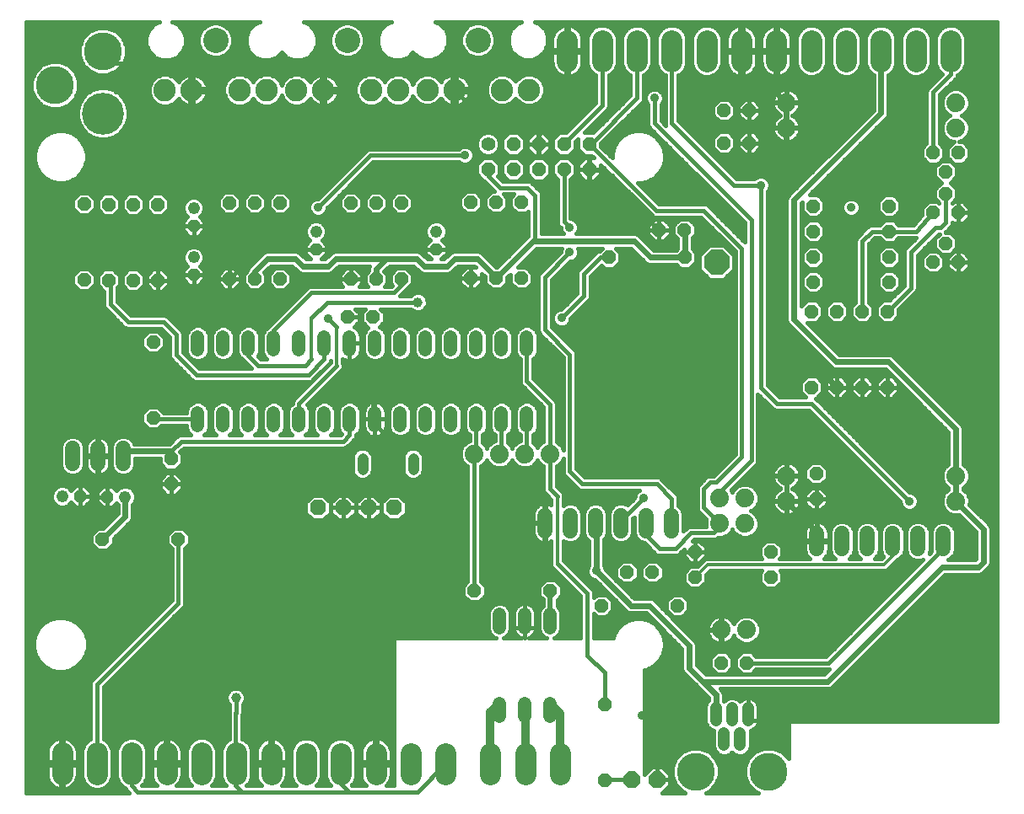
<source format=gbl>
G75*
%MOIN*%
%OFA0B0*%
%FSLAX24Y24*%
%IPPOS*%
%LPD*%
%AMOC8*
5,1,8,0,0,1.08239X$1,22.5*
%
%ADD10C,0.0520*%
%ADD11OC8,0.0520*%
%ADD12C,0.0440*%
%ADD13OC8,0.0630*%
%ADD14OC8,0.1000*%
%ADD15C,0.1500*%
%ADD16C,0.0476*%
%ADD17C,0.1000*%
%ADD18C,0.0886*%
%ADD19OC8,0.0480*%
%ADD20C,0.0480*%
%ADD21C,0.1660*%
%ADD22C,0.1502*%
%ADD23C,0.0600*%
%ADD24C,0.0560*%
%ADD25OC8,0.0560*%
%ADD26C,0.0840*%
%ADD27C,0.0740*%
%ADD28OC8,0.0660*%
%ADD29C,0.0220*%
%ADD30C,0.0160*%
%ADD31C,0.0357*%
%ADD32C,0.0120*%
%ADD33C,0.0396*%
%ADD34C,0.0200*%
%ADD35C,0.0320*%
D10*
X007430Y015974D02*
X007430Y016494D01*
X008430Y016494D02*
X008430Y015974D01*
X009430Y015974D02*
X009430Y016494D01*
X010430Y016494D02*
X010430Y015974D01*
X011430Y015974D02*
X011430Y016494D01*
X012430Y016494D02*
X012430Y015974D01*
X013430Y015974D02*
X013430Y016494D01*
X014430Y016494D02*
X014430Y015974D01*
X015430Y015974D02*
X015430Y016494D01*
X016430Y016494D02*
X016430Y015974D01*
X017430Y015974D02*
X017430Y016494D01*
X018430Y016494D02*
X018430Y015974D01*
X019430Y015974D02*
X019430Y016494D01*
X020430Y016494D02*
X020430Y015974D01*
X020430Y018974D02*
X020430Y019494D01*
X019430Y019494D02*
X019430Y018974D01*
X018430Y018974D02*
X018430Y019494D01*
X017430Y019494D02*
X017430Y018974D01*
X016430Y018974D02*
X016430Y019494D01*
X015430Y019494D02*
X015430Y018974D01*
X014430Y018974D02*
X014430Y019494D01*
X013430Y019494D02*
X013430Y018974D01*
X012430Y018974D02*
X012430Y019494D01*
X011430Y019494D02*
X011430Y018974D01*
X010430Y018974D02*
X010430Y019494D01*
X009430Y019494D02*
X009430Y018974D01*
X008430Y018974D02*
X008430Y019494D01*
X007430Y019494D02*
X007430Y018974D01*
X019357Y008516D02*
X019357Y007996D01*
X020357Y007996D02*
X020357Y008516D01*
X021357Y008516D02*
X021357Y007996D01*
X021357Y004996D02*
X021357Y004476D01*
X020357Y004476D02*
X020357Y004996D01*
X019357Y004996D02*
X019357Y004476D01*
D11*
X023507Y004945D03*
X023507Y001945D03*
X028125Y006594D03*
X029125Y006594D03*
X026385Y008858D03*
X027075Y009982D03*
X027075Y010991D03*
X025396Y010180D03*
X024396Y010180D03*
X023385Y008858D03*
X021365Y009449D03*
X018365Y009449D03*
X030075Y009982D03*
X030075Y010991D03*
X031873Y013083D03*
X031873Y014083D03*
X031690Y017498D03*
X032690Y017498D03*
X033690Y017498D03*
X034690Y017498D03*
X034690Y020498D03*
X033690Y020498D03*
X032690Y020498D03*
X031690Y020498D03*
X031753Y021667D03*
X031751Y022638D03*
X031753Y023667D03*
X031753Y024667D03*
X034753Y024667D03*
X034753Y023667D03*
X034751Y022638D03*
X034753Y021667D03*
X036491Y022441D03*
X036991Y023191D03*
X037491Y022441D03*
X037491Y024409D03*
X036991Y025159D03*
X036491Y024409D03*
X036991Y026022D03*
X036491Y026772D03*
X037491Y026772D03*
X029223Y027165D03*
X028223Y027165D03*
X028223Y028445D03*
X029223Y028445D03*
X026664Y023720D03*
X025664Y023720D03*
X026680Y022638D03*
X023680Y022638D03*
X020225Y021809D03*
X019225Y021809D03*
X018225Y021809D03*
X015480Y021784D03*
X014480Y021784D03*
X013480Y021784D03*
X013361Y020276D03*
X014361Y020276D03*
X010680Y021784D03*
X009680Y021784D03*
X008680Y021784D03*
X005845Y021733D03*
X004877Y021733D03*
X003908Y021733D03*
X002936Y021750D03*
X005667Y019284D03*
X005667Y016284D03*
X006381Y014669D03*
X006381Y013669D03*
X006660Y011484D03*
X003660Y011484D03*
X003908Y024733D03*
X002936Y024750D03*
X004877Y024733D03*
X005845Y024733D03*
X008680Y024784D03*
X009680Y024784D03*
X010680Y024784D03*
X013480Y024784D03*
X014480Y024784D03*
X015480Y024784D03*
X018225Y024809D03*
X019225Y024809D03*
X020225Y024809D03*
D12*
X015934Y014696D02*
X015934Y014256D01*
X013934Y014256D02*
X013934Y014696D01*
D13*
X014180Y012734D03*
X013180Y012734D03*
X012180Y012734D03*
X015180Y012734D03*
D14*
X027936Y022441D03*
D15*
X027110Y002299D03*
X029984Y002299D03*
D16*
X028862Y003339D02*
X028862Y003815D01*
X028547Y004327D02*
X028547Y004802D01*
X027917Y004802D02*
X027917Y004327D01*
X028232Y003815D02*
X028232Y003339D01*
X029177Y004327D02*
X029177Y004802D01*
D17*
X018512Y031231D03*
X013341Y031221D03*
X008141Y031221D03*
D18*
X009086Y029253D03*
X010149Y029253D03*
X011333Y029253D03*
X012396Y029253D03*
X014286Y029253D03*
X015349Y029253D03*
X016504Y029262D03*
X017567Y029262D03*
X019457Y029262D03*
X020520Y029262D03*
X007196Y029253D03*
X006133Y029253D03*
D19*
X007267Y023885D03*
X007267Y021943D03*
X012100Y022959D03*
X016850Y022959D03*
X003864Y013160D03*
X002781Y013182D03*
D20*
X002081Y013182D03*
X004564Y013160D03*
X007267Y022643D03*
X007267Y024585D03*
X012100Y023659D03*
X016850Y023659D03*
D21*
X003680Y028330D03*
D22*
X001790Y029452D03*
X003680Y030791D03*
D23*
X003480Y015084D02*
X003480Y014484D01*
X002480Y014484D02*
X002480Y015084D01*
X004480Y015084D02*
X004480Y014484D01*
X021149Y012427D02*
X021149Y011827D01*
X022149Y011827D02*
X022149Y012427D01*
X023149Y012427D02*
X023149Y011827D01*
X024149Y011827D02*
X024149Y012427D01*
X025149Y012427D02*
X025149Y011827D01*
X026149Y011827D02*
X026149Y012427D01*
X031893Y011717D02*
X031893Y011117D01*
X032893Y011117D02*
X032893Y011717D01*
X033893Y011717D02*
X033893Y011117D01*
X034893Y011117D02*
X034893Y011717D01*
X035893Y011717D02*
X035893Y011117D01*
X036893Y011117D02*
X036893Y011717D01*
D24*
X018902Y027118D03*
D25*
X018902Y026118D03*
X019902Y026118D03*
X020902Y026118D03*
X020902Y027118D03*
X019902Y027118D03*
X021902Y027118D03*
X022902Y027118D03*
X022902Y026118D03*
X021902Y026118D03*
D26*
X022030Y030387D02*
X022030Y031227D01*
X023408Y031227D02*
X023408Y030387D01*
X024786Y030387D02*
X024786Y031227D01*
X026164Y031227D02*
X026164Y030387D01*
X027542Y030387D02*
X027542Y031227D01*
X028920Y031227D02*
X028920Y030387D01*
X030298Y030387D02*
X030298Y031227D01*
X031676Y031227D02*
X031676Y030387D01*
X033054Y030387D02*
X033054Y031227D01*
X034432Y031227D02*
X034432Y030387D01*
X035810Y030387D02*
X035810Y031227D01*
X037188Y031227D02*
X037188Y030387D01*
X021755Y003030D02*
X021755Y002190D01*
X020377Y002190D02*
X020377Y003030D01*
X018999Y003030D02*
X018999Y002190D01*
X017227Y002190D02*
X017227Y003030D01*
X015849Y003030D02*
X015849Y002190D01*
X014471Y002190D02*
X014471Y003030D01*
X013093Y003030D02*
X013093Y002190D01*
X011715Y002190D02*
X011715Y003030D01*
X010337Y003030D02*
X010337Y002190D01*
X008960Y002198D02*
X008960Y003038D01*
X007582Y003038D02*
X007582Y002198D01*
X006204Y002198D02*
X006204Y003038D01*
X004826Y003038D02*
X004826Y002198D01*
X003448Y002198D02*
X003448Y003038D01*
X002070Y003038D02*
X002070Y002198D01*
D27*
X018357Y014862D03*
X019357Y014862D03*
X020357Y014862D03*
X021341Y014862D03*
X028055Y013109D03*
X028055Y012109D03*
X029055Y012109D03*
X029055Y013109D03*
X030692Y012992D03*
X030692Y013992D03*
X029119Y007905D03*
X028119Y007905D03*
X037385Y012992D03*
X037385Y013992D03*
X037385Y027756D03*
X037385Y028756D03*
X030692Y028756D03*
X030692Y027756D03*
D28*
X025582Y001969D03*
X024582Y001969D03*
D29*
X027917Y004327D02*
X027917Y005334D01*
X027392Y005859D01*
X026853Y006398D01*
X026853Y007283D01*
X025278Y008858D01*
X024556Y008858D01*
X023180Y010234D01*
X023180Y012096D01*
X027392Y005859D02*
X032319Y005859D01*
X036844Y010384D01*
X038280Y010384D01*
X038480Y010584D01*
X038480Y011897D01*
X037385Y012992D01*
X037385Y013992D01*
X037385Y015846D01*
X034727Y018504D01*
X032660Y018504D01*
X030987Y020177D01*
X030987Y024902D01*
X034432Y028346D01*
X034432Y030807D01*
X030692Y028756D02*
X030692Y027756D01*
X030692Y026476D01*
X030397Y026181D01*
X030397Y019815D01*
X030692Y019520D01*
X030680Y019508D02*
X032690Y017498D01*
X030692Y012992D02*
X031893Y011791D01*
X026680Y022638D02*
X025326Y022638D01*
X024680Y023284D01*
X020680Y023284D01*
X020580Y023184D01*
X020680Y023284D02*
X020723Y023327D01*
X020751Y023335D02*
X019225Y021809D01*
X019225Y021839D01*
X018480Y022584D01*
X017580Y022584D01*
X017280Y022284D01*
X016380Y022284D01*
X016080Y022584D01*
X014880Y022584D01*
X014480Y022184D01*
X014480Y022034D01*
X014880Y022584D02*
X012880Y022584D01*
X012580Y022284D01*
X011580Y022284D01*
X011280Y022584D01*
X010180Y022584D01*
X009680Y022084D01*
X009680Y021784D01*
X006381Y014969D02*
X004664Y014969D01*
X004480Y014784D01*
X004564Y013160D02*
X004564Y012389D01*
X003660Y011484D01*
X003780Y011484D01*
X026680Y022638D02*
X026680Y023705D01*
X030692Y028756D02*
X030298Y029150D01*
X030298Y030807D01*
D30*
X000660Y031961D02*
X000660Y001464D01*
X004707Y001464D01*
X004585Y001587D01*
X004554Y001661D01*
X004486Y001689D01*
X004317Y001858D01*
X004226Y002079D01*
X004226Y003157D01*
X004317Y003378D01*
X004486Y003547D01*
X004706Y003638D01*
X004945Y003638D01*
X005166Y003547D01*
X005334Y003378D01*
X005426Y003157D01*
X005426Y002079D01*
X005334Y001858D01*
X005220Y001744D01*
X005809Y001744D01*
X005746Y001807D01*
X005690Y001884D01*
X005648Y001968D01*
X005618Y002058D01*
X005604Y002151D01*
X005604Y002558D01*
X006144Y002558D01*
X006144Y002678D01*
X006144Y003636D01*
X006063Y003623D01*
X005973Y003594D01*
X005889Y003551D01*
X005813Y003496D01*
X005746Y003429D01*
X005690Y003353D01*
X005648Y003268D01*
X005618Y003179D01*
X005604Y003085D01*
X005604Y002678D01*
X006144Y002678D01*
X006264Y002678D01*
X006804Y002678D01*
X006804Y003085D01*
X006789Y003179D01*
X006760Y003268D01*
X006717Y003353D01*
X006661Y003429D01*
X006594Y003496D01*
X006518Y003551D01*
X006434Y003594D01*
X006344Y003623D01*
X006264Y003636D01*
X006264Y002678D01*
X006264Y002558D01*
X006804Y002558D01*
X006804Y002151D01*
X006789Y002058D01*
X006760Y001968D01*
X006717Y001884D01*
X006661Y001807D01*
X006598Y001744D01*
X007187Y001744D01*
X007073Y001858D01*
X006982Y002079D01*
X006982Y003157D01*
X007073Y003378D01*
X007242Y003547D01*
X007462Y003638D01*
X007701Y003638D01*
X007921Y003547D01*
X008090Y003378D01*
X008182Y003157D01*
X008182Y002079D01*
X008090Y001858D01*
X007976Y001744D01*
X008565Y001744D01*
X008451Y001858D01*
X008360Y002079D01*
X008360Y003157D01*
X008451Y003378D01*
X008620Y003547D01*
X008670Y003568D01*
X008670Y004661D01*
X008680Y004685D01*
X008680Y004942D01*
X008619Y005002D01*
X008562Y005141D01*
X008562Y005292D01*
X008619Y005431D01*
X008726Y005537D01*
X008865Y005595D01*
X009015Y005595D01*
X009154Y005537D01*
X009260Y005431D01*
X009318Y005292D01*
X009318Y005141D01*
X009260Y005002D01*
X009200Y004942D01*
X009200Y004567D01*
X009190Y004544D01*
X009190Y003592D01*
X009299Y003547D01*
X009468Y003378D01*
X009560Y003157D01*
X009560Y002079D01*
X009468Y001858D01*
X009354Y001744D01*
X009935Y001744D01*
X009880Y001799D01*
X009824Y001876D01*
X009781Y001960D01*
X009752Y002050D01*
X009737Y002143D01*
X009737Y002550D01*
X010277Y002550D01*
X010277Y002670D01*
X009737Y002670D01*
X009737Y003077D01*
X009752Y003171D01*
X009781Y003261D01*
X009824Y003345D01*
X009880Y003421D01*
X009947Y003488D01*
X010023Y003543D01*
X010107Y003586D01*
X010197Y003615D01*
X010277Y003628D01*
X010277Y002670D01*
X010397Y002670D01*
X010397Y003628D01*
X010478Y003615D01*
X010568Y003586D01*
X010652Y003543D01*
X010728Y003488D01*
X010795Y003421D01*
X010851Y003345D01*
X010894Y003261D01*
X010923Y003171D01*
X010937Y003077D01*
X010937Y002670D01*
X010397Y002670D01*
X010397Y002550D01*
X010937Y002550D01*
X010937Y002143D01*
X010923Y002050D01*
X010894Y001960D01*
X010851Y001876D01*
X010795Y001799D01*
X010740Y001744D01*
X011313Y001744D01*
X011207Y001850D01*
X011115Y002071D01*
X011115Y003150D01*
X011207Y003370D01*
X011376Y003539D01*
X011596Y003630D01*
X011835Y003630D01*
X012055Y003539D01*
X012224Y003370D01*
X012315Y003150D01*
X012315Y002071D01*
X012224Y001850D01*
X012118Y001744D01*
X012691Y001744D01*
X012585Y001850D01*
X012493Y002071D01*
X012493Y003150D01*
X012585Y003370D01*
X012754Y003539D01*
X012974Y003630D01*
X013213Y003630D01*
X013433Y003539D01*
X013602Y003370D01*
X013693Y003150D01*
X013693Y002071D01*
X013602Y001850D01*
X013517Y001765D01*
X013538Y001744D01*
X014069Y001744D01*
X014014Y001799D01*
X013958Y001876D01*
X013915Y001960D01*
X013886Y002050D01*
X013871Y002143D01*
X013871Y002550D01*
X014411Y002550D01*
X014411Y002670D01*
X013871Y002670D01*
X013871Y003077D01*
X013886Y003171D01*
X013915Y003261D01*
X013958Y003345D01*
X014014Y003421D01*
X014080Y003488D01*
X014157Y003543D01*
X014241Y003586D01*
X014331Y003615D01*
X014411Y003628D01*
X014411Y002670D01*
X014531Y002670D01*
X014531Y003628D01*
X014612Y003615D01*
X014702Y003586D01*
X014786Y003543D01*
X014862Y003488D01*
X014929Y003421D01*
X014985Y003345D01*
X015027Y003261D01*
X015057Y003171D01*
X015071Y003077D01*
X015071Y002670D01*
X014531Y002670D01*
X014531Y002550D01*
X015071Y002550D01*
X015071Y002143D01*
X015057Y002050D01*
X015027Y001960D01*
X014985Y001876D01*
X014929Y001799D01*
X014874Y001744D01*
X015180Y001744D01*
X015180Y007584D01*
X019202Y007584D01*
X019108Y007623D01*
X018984Y007747D01*
X018917Y007909D01*
X018917Y008604D01*
X018984Y008765D01*
X019108Y008889D01*
X019270Y008956D01*
X019445Y008956D01*
X019606Y008889D01*
X019730Y008765D01*
X019797Y008604D01*
X019797Y007909D01*
X019730Y007747D01*
X019606Y007623D01*
X019513Y007584D01*
X020201Y007584D01*
X020188Y007588D01*
X020127Y007620D01*
X020071Y007660D01*
X020022Y007709D01*
X019981Y007765D01*
X019949Y007827D01*
X019928Y007893D01*
X019917Y007961D01*
X019917Y007996D01*
X020357Y007996D01*
X020357Y007996D01*
X019917Y007996D01*
X019917Y008551D01*
X019928Y008619D01*
X019949Y008685D01*
X019981Y008747D01*
X020022Y008803D01*
X020071Y008852D01*
X020127Y008892D01*
X020188Y008924D01*
X020254Y008945D01*
X020323Y008956D01*
X020357Y008956D01*
X020357Y007996D01*
X020357Y007996D01*
X020357Y007584D01*
X020357Y007584D01*
X020357Y007996D01*
X020357Y007996D01*
X020357Y007972D01*
X020357Y007958D02*
X020357Y007958D01*
X020357Y007996D02*
X020357Y007996D01*
X020357Y008956D01*
X020392Y008956D01*
X020460Y008945D01*
X020526Y008924D01*
X020588Y008892D01*
X020644Y008852D01*
X020693Y008803D01*
X020733Y008747D01*
X020765Y008685D01*
X020786Y008619D01*
X020797Y008551D01*
X020797Y007996D01*
X020357Y007996D01*
X020797Y007996D01*
X020797Y007961D01*
X020786Y007893D01*
X020765Y007827D01*
X020733Y007765D01*
X020693Y007709D01*
X020644Y007660D01*
X020588Y007620D01*
X020526Y007588D01*
X020514Y007584D01*
X021202Y007584D01*
X021108Y007623D01*
X020984Y007747D01*
X020917Y007909D01*
X020917Y008604D01*
X020984Y008765D01*
X021077Y008858D01*
X021077Y009114D01*
X020925Y009267D01*
X020925Y009631D01*
X021183Y009889D01*
X021547Y009889D01*
X021805Y009631D01*
X021805Y009267D01*
X021637Y009099D01*
X021637Y008858D01*
X021730Y008765D01*
X021797Y008604D01*
X021797Y007909D01*
X021730Y007747D01*
X021606Y007623D01*
X021513Y007584D01*
X022558Y007584D01*
X022558Y009243D01*
X021416Y010384D01*
X021377Y010480D01*
X021377Y010583D01*
X021397Y010631D01*
X021397Y011414D01*
X021334Y011382D01*
X021262Y011359D01*
X021187Y011347D01*
X021169Y011347D01*
X021169Y012107D01*
X021129Y012107D01*
X020669Y012107D01*
X020669Y011789D01*
X020681Y011715D01*
X020705Y011643D01*
X020739Y011575D01*
X020783Y011514D01*
X020837Y011461D01*
X020898Y011416D01*
X020965Y011382D01*
X021037Y011359D01*
X021112Y011347D01*
X021129Y011347D01*
X021129Y012107D01*
X021129Y012147D01*
X020669Y012147D01*
X020669Y012465D01*
X020681Y012539D01*
X020705Y012611D01*
X020739Y012679D01*
X020783Y012740D01*
X020837Y012793D01*
X020898Y012838D01*
X020965Y012872D01*
X018617Y012872D01*
X018617Y013030D02*
X021397Y013030D01*
X021397Y013061D02*
X021397Y012840D01*
X021334Y012872D01*
X021397Y012872D01*
X021334Y012872D02*
X021262Y012895D01*
X021187Y012907D01*
X021169Y012907D01*
X021169Y012147D01*
X021129Y012147D01*
X021129Y012907D01*
X021112Y012907D01*
X021037Y012895D01*
X020965Y012872D01*
X021129Y012872D02*
X021169Y012872D01*
X021169Y012713D02*
X021129Y012713D01*
X021129Y012555D02*
X021169Y012555D01*
X021169Y012396D02*
X021129Y012396D01*
X021129Y012238D02*
X021169Y012238D01*
X021149Y012127D02*
X021180Y012096D01*
X021169Y012079D02*
X021129Y012079D01*
X021129Y011921D02*
X021169Y011921D01*
X021169Y011762D02*
X021129Y011762D01*
X021129Y011604D02*
X021169Y011604D01*
X021169Y011445D02*
X021129Y011445D01*
X020858Y011445D02*
X018617Y011445D01*
X018617Y011287D02*
X021397Y011287D01*
X021397Y011128D02*
X018617Y011128D01*
X018617Y010970D02*
X021397Y010970D01*
X021397Y010811D02*
X018617Y010811D01*
X018617Y010653D02*
X021397Y010653D01*
X021377Y010494D02*
X018617Y010494D01*
X018617Y010336D02*
X021465Y010336D01*
X021623Y010177D02*
X018617Y010177D01*
X018617Y010019D02*
X021782Y010019D01*
X021940Y009860D02*
X021576Y009860D01*
X021734Y009702D02*
X022099Y009702D01*
X022257Y009543D02*
X021805Y009543D01*
X021805Y009385D02*
X022416Y009385D01*
X022558Y009226D02*
X021765Y009226D01*
X021637Y009068D02*
X022558Y009068D01*
X022558Y008909D02*
X021637Y008909D01*
X021736Y008751D02*
X022558Y008751D01*
X022558Y008592D02*
X021797Y008592D01*
X021797Y008434D02*
X022558Y008434D01*
X022558Y008275D02*
X021797Y008275D01*
X021797Y008117D02*
X022558Y008117D01*
X022558Y007958D02*
X021797Y007958D01*
X021752Y007800D02*
X022558Y007800D01*
X022558Y007641D02*
X021625Y007641D01*
X021090Y007641D02*
X020617Y007641D01*
X020751Y007800D02*
X020962Y007800D01*
X020917Y007958D02*
X020797Y007958D01*
X020797Y008117D02*
X020917Y008117D01*
X020917Y008275D02*
X020797Y008275D01*
X020797Y008434D02*
X020917Y008434D01*
X020917Y008592D02*
X020791Y008592D01*
X020731Y008751D02*
X020978Y008751D01*
X021077Y008909D02*
X020555Y008909D01*
X020357Y008909D02*
X020357Y008909D01*
X020357Y008751D02*
X020357Y008751D01*
X020357Y008592D02*
X020357Y008592D01*
X020357Y008434D02*
X020357Y008434D01*
X020357Y008275D02*
X020357Y008275D01*
X020357Y008117D02*
X020357Y008117D01*
X020357Y007800D02*
X020357Y007800D01*
X020357Y007641D02*
X020357Y007641D01*
X020097Y007641D02*
X019625Y007641D01*
X019752Y007800D02*
X019963Y007800D01*
X019918Y007958D02*
X019797Y007958D01*
X019797Y008117D02*
X019917Y008117D01*
X019917Y008275D02*
X019797Y008275D01*
X019797Y008434D02*
X019917Y008434D01*
X019924Y008592D02*
X019797Y008592D01*
X019736Y008751D02*
X019984Y008751D01*
X020160Y008909D02*
X019558Y008909D01*
X019157Y008909D02*
X006919Y008909D01*
X006920Y008913D02*
X006920Y011122D01*
X007100Y011302D01*
X007100Y011667D01*
X006842Y011924D01*
X006478Y011924D01*
X006220Y011667D01*
X006220Y011302D01*
X006400Y011122D01*
X006400Y009072D01*
X003227Y005899D01*
X003188Y005804D01*
X003188Y003580D01*
X003108Y003547D01*
X002939Y003378D01*
X002848Y003157D01*
X002848Y002079D01*
X002939Y001858D01*
X003108Y001689D01*
X003328Y001598D01*
X003567Y001598D01*
X003788Y001689D01*
X003956Y001858D01*
X004048Y002079D01*
X004048Y003157D01*
X003956Y003378D01*
X003788Y003547D01*
X003708Y003580D01*
X003708Y005644D01*
X006807Y008744D01*
X006880Y008817D01*
X006920Y008913D01*
X006920Y009068D02*
X018124Y009068D01*
X018183Y009009D02*
X018547Y009009D01*
X018805Y009267D01*
X018805Y009631D01*
X018617Y009819D01*
X018617Y014375D01*
X018669Y014396D01*
X018823Y014551D01*
X018857Y014632D01*
X018891Y014551D01*
X019046Y014396D01*
X019248Y014312D01*
X019467Y014312D01*
X019669Y014396D01*
X019823Y014551D01*
X019857Y014632D01*
X019891Y014551D01*
X020046Y014396D01*
X020248Y014312D01*
X020467Y014312D01*
X020669Y014396D01*
X020823Y014551D01*
X020849Y014613D01*
X020875Y014551D01*
X021030Y014396D01*
X021081Y014375D01*
X021081Y013433D01*
X021121Y013337D01*
X021397Y013061D01*
X021269Y013189D02*
X018617Y013189D01*
X018617Y013347D02*
X021117Y013347D01*
X021081Y013506D02*
X018617Y013506D01*
X018617Y013664D02*
X021081Y013664D01*
X021081Y013823D02*
X018617Y013823D01*
X018617Y013981D02*
X021081Y013981D01*
X021081Y014140D02*
X018617Y014140D01*
X018617Y014298D02*
X021081Y014298D01*
X020969Y014457D02*
X020730Y014457D01*
X020357Y014862D02*
X020430Y014935D01*
X020430Y016234D01*
X020870Y016200D02*
X021081Y016200D01*
X021081Y016042D02*
X020870Y016042D01*
X020870Y015887D02*
X020870Y016582D01*
X020803Y016743D01*
X020679Y016867D01*
X020518Y016934D01*
X020342Y016934D01*
X020181Y016867D01*
X020057Y016743D01*
X019990Y016582D01*
X019990Y015887D01*
X020057Y015725D01*
X020170Y015612D01*
X020170Y015380D01*
X020046Y015328D01*
X019891Y015174D01*
X019857Y015092D01*
X019823Y015174D01*
X019690Y015307D01*
X019690Y015612D01*
X019803Y015725D01*
X019870Y015887D01*
X019870Y016582D01*
X019803Y016743D01*
X019679Y016867D01*
X019518Y016934D01*
X019342Y016934D01*
X019181Y016867D01*
X019057Y016743D01*
X018990Y016582D01*
X018990Y015887D01*
X019057Y015725D01*
X019170Y015612D01*
X019170Y015380D01*
X019046Y015328D01*
X018891Y015174D01*
X018857Y015092D01*
X018823Y015174D01*
X018690Y015307D01*
X018690Y015612D01*
X018803Y015725D01*
X018870Y015887D01*
X018870Y016582D01*
X018803Y016743D01*
X018679Y016867D01*
X018518Y016934D01*
X018342Y016934D01*
X018181Y016867D01*
X018057Y016743D01*
X017990Y016582D01*
X017990Y015887D01*
X018057Y015725D01*
X018170Y015612D01*
X018170Y015380D01*
X018046Y015328D01*
X017891Y015174D01*
X017807Y014972D01*
X017807Y014753D01*
X017891Y014551D01*
X018046Y014396D01*
X018097Y014375D01*
X018097Y009803D01*
X017925Y009631D01*
X017925Y009267D01*
X018183Y009009D01*
X017965Y009226D02*
X006920Y009226D01*
X006920Y009385D02*
X017925Y009385D01*
X017925Y009543D02*
X006920Y009543D01*
X006920Y009702D02*
X017996Y009702D01*
X018097Y009860D02*
X006920Y009860D01*
X006920Y010019D02*
X018097Y010019D01*
X018097Y010177D02*
X006920Y010177D01*
X006920Y010336D02*
X018097Y010336D01*
X018097Y010494D02*
X006920Y010494D01*
X006920Y010653D02*
X018097Y010653D01*
X018097Y010811D02*
X006920Y010811D01*
X006920Y010970D02*
X018097Y010970D01*
X018097Y011128D02*
X006926Y011128D01*
X007085Y011287D02*
X018097Y011287D01*
X018097Y011445D02*
X007100Y011445D01*
X007100Y011604D02*
X018097Y011604D01*
X018097Y011762D02*
X007004Y011762D01*
X006846Y011921D02*
X018097Y011921D01*
X018097Y012079D02*
X004665Y012079D01*
X004810Y012224D02*
X004854Y012331D01*
X004854Y012856D01*
X004920Y012922D01*
X004984Y013076D01*
X004984Y013243D01*
X004920Y013398D01*
X004802Y013516D01*
X004648Y013580D01*
X004481Y013580D01*
X004326Y013516D01*
X004214Y013404D01*
X004038Y013580D01*
X003864Y013580D01*
X003690Y013580D01*
X003444Y013334D01*
X003444Y013160D01*
X003864Y013160D01*
X003864Y013160D01*
X003864Y013580D01*
X003864Y013160D01*
X003864Y013160D01*
X003444Y013160D01*
X003444Y012986D01*
X003690Y012740D01*
X003864Y012740D01*
X003864Y013160D01*
X003864Y013160D01*
X003864Y012740D01*
X004038Y012740D01*
X004214Y012916D01*
X004274Y012856D01*
X004274Y012509D01*
X003690Y011924D01*
X003478Y011924D01*
X003220Y011667D01*
X003220Y011302D01*
X003478Y011044D01*
X003842Y011044D01*
X004100Y011302D01*
X004100Y011514D01*
X004810Y012224D01*
X004816Y012238D02*
X018097Y012238D01*
X018097Y012396D02*
X015542Y012396D01*
X015675Y012529D02*
X015385Y012239D01*
X014975Y012239D01*
X014685Y012529D01*
X014685Y012939D01*
X014975Y013229D01*
X015385Y013229D01*
X015675Y012939D01*
X015675Y012529D01*
X015675Y012555D02*
X018097Y012555D01*
X018097Y012713D02*
X015675Y012713D01*
X015675Y012872D02*
X018097Y012872D01*
X018097Y013030D02*
X015584Y013030D01*
X015426Y013189D02*
X018097Y013189D01*
X018097Y013347D02*
X006682Y013347D01*
X006563Y013229D02*
X006821Y013486D01*
X006821Y013668D01*
X006381Y013668D01*
X006381Y013229D01*
X006563Y013229D01*
X006381Y013229D02*
X006381Y013668D01*
X006381Y013668D01*
X006381Y013669D01*
X006381Y013669D01*
X006381Y014109D01*
X006563Y014109D01*
X006821Y013851D01*
X006821Y013669D01*
X006381Y013669D01*
X006381Y014109D01*
X006199Y014109D01*
X005941Y013851D01*
X005941Y013669D01*
X006381Y013669D01*
X006381Y013668D01*
X005941Y013668D01*
X005941Y013486D01*
X006199Y013229D01*
X006381Y013229D01*
X006381Y013347D02*
X006381Y013347D01*
X006381Y013506D02*
X006381Y013506D01*
X006381Y013664D02*
X006381Y013664D01*
X006381Y013823D02*
X006381Y013823D01*
X006381Y013981D02*
X006381Y013981D01*
X006199Y014229D02*
X006563Y014229D01*
X006821Y014486D01*
X006821Y014851D01*
X006726Y014946D01*
X006879Y015099D01*
X013232Y015099D01*
X013327Y015139D01*
X013400Y015212D01*
X013650Y015462D01*
X013690Y015558D01*
X013690Y015612D01*
X013803Y015725D01*
X013870Y015887D01*
X013870Y016582D01*
X013803Y016743D01*
X013679Y016867D01*
X013518Y016934D01*
X013342Y016934D01*
X013181Y016867D01*
X013057Y016743D01*
X012990Y016582D01*
X012990Y015887D01*
X013057Y015725D01*
X013118Y015664D01*
X013072Y015619D01*
X012697Y015619D01*
X012803Y015725D01*
X012870Y015887D01*
X012870Y016582D01*
X012803Y016743D01*
X012679Y016867D01*
X012518Y016934D01*
X012342Y016934D01*
X012181Y016867D01*
X012057Y016743D01*
X011990Y016582D01*
X011990Y015887D01*
X012057Y015725D01*
X012163Y015619D01*
X011697Y015619D01*
X011803Y015725D01*
X011870Y015887D01*
X011870Y016582D01*
X011803Y016743D01*
X011742Y016805D01*
X013146Y018209D01*
X013186Y018305D01*
X013186Y018408D01*
X013166Y018456D01*
X013166Y018622D01*
X013199Y018598D01*
X013261Y018566D01*
X013327Y018545D01*
X013395Y018534D01*
X013430Y018534D01*
X013465Y018534D01*
X013533Y018545D01*
X013599Y018566D01*
X013661Y018598D01*
X013717Y018639D01*
X013766Y018688D01*
X013806Y018744D01*
X013838Y018805D01*
X013859Y018871D01*
X013870Y018940D01*
X013870Y019234D01*
X013430Y019234D01*
X013430Y018534D01*
X013430Y019234D01*
X013430Y019234D01*
X013430Y019234D01*
X013430Y018049D01*
X014353Y017126D01*
X014353Y016129D01*
X014930Y015552D01*
X014930Y014359D01*
X014180Y013609D01*
X014180Y012734D01*
X014180Y012239D01*
X014385Y012239D01*
X014675Y012529D01*
X014675Y012734D01*
X014180Y012734D01*
X014180Y012734D01*
X014180Y012239D01*
X013975Y012239D01*
X013685Y012529D01*
X013685Y012734D01*
X014180Y012734D01*
X014180Y012734D01*
X014180Y012734D01*
X014675Y012734D01*
X014675Y012939D01*
X014385Y013229D01*
X014180Y013229D01*
X014180Y012734D01*
X013685Y012734D01*
X013685Y012939D01*
X013975Y013229D01*
X014180Y013229D01*
X014180Y012734D01*
X014180Y012734D01*
X014180Y012713D02*
X014180Y012713D01*
X014180Y012555D02*
X014180Y012555D01*
X014180Y012396D02*
X014180Y012396D01*
X014542Y012396D02*
X014818Y012396D01*
X014685Y012555D02*
X014675Y012555D01*
X014675Y012713D02*
X014685Y012713D01*
X014675Y012872D02*
X014685Y012872D01*
X014776Y013030D02*
X014584Y013030D01*
X014426Y013189D02*
X014934Y013189D01*
X014180Y013189D02*
X014180Y013189D01*
X014180Y013030D02*
X014180Y013030D01*
X014180Y012872D02*
X014180Y012872D01*
X013934Y013189D02*
X013426Y013189D01*
X013385Y013229D02*
X013180Y013229D01*
X013180Y012734D01*
X013180Y012239D01*
X013385Y012239D01*
X013675Y012529D01*
X013675Y012734D01*
X013180Y012734D01*
X013180Y012734D01*
X013180Y012239D01*
X012975Y012239D01*
X012685Y012529D01*
X012685Y012734D01*
X013180Y012734D01*
X013180Y012734D01*
X013180Y012734D01*
X013675Y012734D01*
X013675Y012939D01*
X013385Y013229D01*
X013180Y013229D02*
X012975Y013229D01*
X012685Y012939D01*
X012685Y012734D01*
X013180Y012734D01*
X013180Y013229D01*
X013180Y013189D02*
X013180Y013189D01*
X013180Y013030D02*
X013180Y013030D01*
X013180Y012872D02*
X013180Y012872D01*
X013180Y012734D02*
X013180Y012734D01*
X013180Y012713D02*
X013180Y012713D01*
X013180Y012555D02*
X013180Y012555D01*
X013180Y012396D02*
X013180Y012396D01*
X013542Y012396D02*
X013818Y012396D01*
X013685Y012555D02*
X013675Y012555D01*
X013675Y012713D02*
X013685Y012713D01*
X013675Y012872D02*
X013685Y012872D01*
X013776Y013030D02*
X013584Y013030D01*
X012934Y013189D02*
X012426Y013189D01*
X012385Y013229D02*
X011975Y013229D01*
X011685Y012939D01*
X011685Y012529D01*
X011975Y012239D01*
X012385Y012239D01*
X012675Y012529D01*
X012675Y012939D01*
X012385Y013229D01*
X012584Y013030D02*
X012776Y013030D01*
X012685Y012872D02*
X012675Y012872D01*
X012675Y012713D02*
X012685Y012713D01*
X012675Y012555D02*
X012685Y012555D01*
X012818Y012396D02*
X012542Y012396D01*
X011818Y012396D02*
X004854Y012396D01*
X004854Y012555D02*
X011685Y012555D01*
X011685Y012713D02*
X004854Y012713D01*
X004870Y012872D02*
X011685Y012872D01*
X011776Y013030D02*
X004965Y013030D01*
X004984Y013189D02*
X011934Y013189D01*
X013595Y014030D02*
X013707Y013917D01*
X013854Y013856D01*
X014014Y013856D01*
X014161Y013917D01*
X014273Y014030D01*
X014334Y014177D01*
X014334Y014776D01*
X014273Y014923D01*
X014161Y015035D01*
X014014Y015096D01*
X013854Y015096D01*
X013707Y015035D01*
X013595Y014923D01*
X013534Y014776D01*
X013534Y014177D01*
X013595Y014030D01*
X013643Y013981D02*
X006690Y013981D01*
X006821Y013823D02*
X018097Y013823D01*
X018097Y013981D02*
X016225Y013981D01*
X016273Y014030D02*
X016161Y013917D01*
X016014Y013856D01*
X015854Y013856D01*
X015707Y013917D01*
X015595Y014030D01*
X015534Y014177D01*
X015534Y014776D01*
X015595Y014923D01*
X015707Y015035D01*
X015854Y015096D01*
X016014Y015096D01*
X016161Y015035D01*
X016273Y014923D01*
X016334Y014776D01*
X016334Y014177D01*
X016273Y014030D01*
X016319Y014140D02*
X018097Y014140D01*
X018097Y014298D02*
X016334Y014298D01*
X016334Y014457D02*
X017985Y014457D01*
X017864Y014615D02*
X016334Y014615D01*
X016334Y014774D02*
X017807Y014774D01*
X017807Y014932D02*
X016264Y014932D01*
X016027Y015091D02*
X017857Y015091D01*
X017966Y015249D02*
X013438Y015249D01*
X013596Y015408D02*
X018170Y015408D01*
X018170Y015566D02*
X017595Y015566D01*
X017518Y015534D02*
X017679Y015601D01*
X017803Y015725D01*
X017870Y015887D01*
X017870Y016582D01*
X017803Y016743D01*
X017679Y016867D01*
X017518Y016934D01*
X017342Y016934D01*
X017181Y016867D01*
X017057Y016743D01*
X016990Y016582D01*
X016990Y015887D01*
X017057Y015725D01*
X017181Y015601D01*
X017342Y015534D01*
X017518Y015534D01*
X017265Y015566D02*
X016595Y015566D01*
X016518Y015534D02*
X016679Y015601D01*
X016803Y015725D01*
X016870Y015887D01*
X016870Y016582D01*
X016803Y016743D01*
X016679Y016867D01*
X016518Y016934D01*
X016342Y016934D01*
X016181Y016867D01*
X016057Y016743D01*
X015990Y016582D01*
X015990Y015887D01*
X016057Y015725D01*
X016181Y015601D01*
X016342Y015534D01*
X016518Y015534D01*
X016265Y015566D02*
X015595Y015566D01*
X015518Y015534D02*
X015679Y015601D01*
X015803Y015725D01*
X015870Y015887D01*
X015870Y016582D01*
X015803Y016743D01*
X015679Y016867D01*
X015518Y016934D01*
X015342Y016934D01*
X015181Y016867D01*
X015057Y016743D01*
X014990Y016582D01*
X014990Y015887D01*
X015057Y015725D01*
X015181Y015601D01*
X015342Y015534D01*
X015518Y015534D01*
X015265Y015566D02*
X014598Y015566D01*
X014599Y015566D02*
X014661Y015598D01*
X014717Y015639D01*
X014766Y015688D01*
X014806Y015744D01*
X014838Y015805D01*
X014859Y015871D01*
X014870Y015940D01*
X014870Y016234D01*
X014430Y016234D01*
X014430Y015534D01*
X014465Y015534D01*
X014533Y015545D01*
X014599Y015566D01*
X014430Y015566D02*
X014430Y015566D01*
X014430Y015534D02*
X014430Y016234D01*
X014430Y016234D01*
X014430Y016234D01*
X013990Y016234D01*
X013990Y015940D01*
X014001Y015871D01*
X014022Y015805D01*
X014054Y015744D01*
X014094Y015688D01*
X014143Y015639D01*
X014199Y015598D01*
X014261Y015566D01*
X014327Y015545D01*
X014395Y015534D01*
X014430Y015534D01*
X014262Y015566D02*
X013690Y015566D01*
X013803Y015725D02*
X014067Y015725D01*
X013999Y015883D02*
X013869Y015883D01*
X013870Y016042D02*
X013990Y016042D01*
X013990Y016200D02*
X013870Y016200D01*
X013990Y016234D02*
X013990Y016529D01*
X014001Y016597D01*
X014022Y016663D01*
X014054Y016725D01*
X014094Y016781D01*
X014143Y016830D01*
X014199Y016871D01*
X014261Y016902D01*
X014327Y016923D01*
X014395Y016934D01*
X014430Y016934D01*
X014430Y016234D01*
X014430Y016234D01*
X014353Y016129D01*
X014430Y016200D02*
X014430Y016200D01*
X014430Y016234D02*
X014870Y016234D01*
X014870Y016529D01*
X014859Y016597D01*
X014838Y016663D01*
X014806Y016725D01*
X014766Y016781D01*
X014717Y016830D01*
X014661Y016871D01*
X014599Y016902D01*
X014533Y016923D01*
X014465Y016934D01*
X014430Y016934D01*
X014430Y016234D01*
X013990Y016234D01*
X013990Y016359D02*
X013870Y016359D01*
X013870Y016517D02*
X013990Y016517D01*
X014029Y016676D02*
X013831Y016676D01*
X013712Y016834D02*
X014149Y016834D01*
X014430Y016834D02*
X014430Y016834D01*
X014430Y016676D02*
X014430Y016676D01*
X014430Y016517D02*
X014430Y016517D01*
X014430Y016359D02*
X014430Y016359D01*
X014430Y016234D02*
X014430Y016234D01*
X014430Y016042D02*
X014430Y016042D01*
X014430Y015883D02*
X014430Y015883D01*
X014430Y015725D02*
X014430Y015725D01*
X014793Y015725D02*
X015057Y015725D01*
X014991Y015883D02*
X014861Y015883D01*
X014870Y016042D02*
X014990Y016042D01*
X014990Y016200D02*
X014870Y016200D01*
X014870Y016359D02*
X014990Y016359D01*
X014990Y016517D02*
X014870Y016517D01*
X014831Y016676D02*
X015029Y016676D01*
X015148Y016834D02*
X014711Y016834D01*
X015712Y016834D02*
X016148Y016834D01*
X016029Y016676D02*
X015831Y016676D01*
X015870Y016517D02*
X015990Y016517D01*
X015990Y016359D02*
X015870Y016359D01*
X015870Y016200D02*
X015990Y016200D01*
X015990Y016042D02*
X015870Y016042D01*
X015869Y015883D02*
X015991Y015883D01*
X016057Y015725D02*
X015803Y015725D01*
X015841Y015091D02*
X014027Y015091D01*
X013841Y015091D02*
X006871Y015091D01*
X006739Y014932D02*
X013604Y014932D01*
X013534Y014774D02*
X006821Y014774D01*
X006821Y014615D02*
X013534Y014615D01*
X013534Y014457D02*
X006791Y014457D01*
X006633Y014298D02*
X013534Y014298D01*
X013549Y014140D02*
X004814Y014140D01*
X004752Y014077D02*
X004887Y014212D01*
X004960Y014389D01*
X004960Y014679D01*
X005941Y014679D01*
X005941Y014486D01*
X006199Y014229D01*
X006129Y014298D02*
X004923Y014298D01*
X004960Y014457D02*
X005970Y014457D01*
X005941Y014615D02*
X004960Y014615D01*
X004752Y014077D02*
X004575Y014004D01*
X004385Y014004D01*
X004208Y014077D01*
X004073Y014212D01*
X004000Y014389D01*
X004000Y015180D01*
X004073Y015356D01*
X004208Y015491D01*
X004385Y015564D01*
X004575Y015564D01*
X004752Y015491D01*
X004887Y015356D01*
X004927Y015259D01*
X006303Y015259D01*
X006551Y015507D01*
X006551Y015507D01*
X006624Y015580D01*
X006720Y015619D01*
X007163Y015619D01*
X007057Y015725D01*
X006990Y015887D01*
X006990Y015974D01*
X005980Y015974D01*
X005850Y015844D01*
X005485Y015844D01*
X005227Y016102D01*
X005227Y016467D01*
X005485Y016724D01*
X005850Y016724D01*
X006080Y016494D01*
X006990Y016494D01*
X006990Y016582D01*
X007057Y016743D01*
X007181Y016867D01*
X007342Y016934D01*
X007518Y016934D01*
X007679Y016867D01*
X007803Y016743D01*
X007870Y016582D01*
X007870Y015887D01*
X007803Y015725D01*
X007697Y015619D01*
X008163Y015619D01*
X008057Y015725D01*
X007990Y015887D01*
X007990Y016582D01*
X008057Y016743D01*
X008181Y016867D01*
X008342Y016934D01*
X008518Y016934D01*
X008679Y016867D01*
X008803Y016743D01*
X008870Y016582D01*
X008870Y015887D01*
X008803Y015725D01*
X008697Y015619D01*
X009163Y015619D01*
X009057Y015725D01*
X008990Y015887D01*
X008990Y016582D01*
X009057Y016743D01*
X009181Y016867D01*
X009342Y016934D01*
X009518Y016934D01*
X009679Y016867D01*
X009803Y016743D01*
X009870Y016582D01*
X009870Y015887D01*
X009803Y015725D01*
X009697Y015619D01*
X010163Y015619D01*
X010057Y015725D01*
X009990Y015887D01*
X009990Y016582D01*
X010057Y016743D01*
X010181Y016867D01*
X010342Y016934D01*
X010518Y016934D01*
X010679Y016867D01*
X010803Y016743D01*
X010870Y016582D01*
X010870Y015887D01*
X010803Y015725D01*
X010697Y015619D01*
X011163Y015619D01*
X011057Y015725D01*
X010990Y015887D01*
X010990Y016582D01*
X011057Y016743D01*
X011170Y016857D01*
X011170Y016912D01*
X011210Y017008D01*
X012686Y018484D01*
X012686Y018548D01*
X012650Y018462D01*
X012577Y018389D01*
X012025Y017837D01*
X011952Y017764D01*
X011857Y017724D01*
X007328Y017724D01*
X007233Y017764D01*
X006433Y018564D01*
X006360Y018637D01*
X006320Y018733D01*
X006320Y019477D01*
X005972Y019824D01*
X004628Y019824D01*
X004533Y019864D01*
X003760Y020637D01*
X003720Y020733D01*
X003720Y021299D01*
X003468Y021550D01*
X003468Y021915D01*
X003726Y022173D01*
X004091Y022173D01*
X004348Y021915D01*
X004348Y021550D01*
X004240Y021442D01*
X004240Y020892D01*
X004788Y020344D01*
X006132Y020344D01*
X006227Y020305D01*
X006300Y020232D01*
X006800Y019732D01*
X006840Y019636D01*
X006840Y018892D01*
X007488Y018244D01*
X009552Y018244D01*
X009210Y018587D01*
X009208Y018590D01*
X009181Y018601D01*
X009057Y018725D01*
X008990Y018887D01*
X008990Y019582D01*
X009057Y019743D01*
X009181Y019867D01*
X009342Y019934D01*
X009518Y019934D01*
X009679Y019867D01*
X009803Y019743D01*
X009870Y019582D01*
X009870Y018887D01*
X009804Y018728D01*
X009913Y018619D01*
X010163Y018619D01*
X010057Y018725D01*
X009990Y018887D01*
X009990Y019582D01*
X010057Y019743D01*
X010181Y019867D01*
X010208Y019879D01*
X010210Y019882D01*
X011710Y021382D01*
X011710Y021382D01*
X011783Y021455D01*
X011878Y021494D01*
X013148Y021494D01*
X013040Y021602D01*
X013040Y021784D01*
X013480Y021784D01*
X013480Y021784D01*
X013480Y021784D01*
X013920Y021784D01*
X013920Y021602D01*
X013812Y021494D01*
X014148Y021494D01*
X014040Y021602D01*
X014040Y021967D01*
X014190Y022117D01*
X014190Y022242D01*
X014212Y022294D01*
X013000Y022294D01*
X012744Y022038D01*
X012638Y021994D01*
X011522Y021994D01*
X011416Y022038D01*
X011334Y022120D01*
X011160Y022294D01*
X010300Y022294D01*
X010046Y022040D01*
X010120Y021967D01*
X010120Y021602D01*
X009862Y021344D01*
X009498Y021344D01*
X009240Y021602D01*
X009240Y021967D01*
X009390Y022117D01*
X009390Y022142D01*
X009434Y022249D01*
X009516Y022330D01*
X009516Y022330D01*
X009934Y022749D01*
X010016Y022830D01*
X010122Y022874D01*
X011338Y022874D01*
X011444Y022830D01*
X011700Y022574D01*
X011891Y022574D01*
X011680Y022785D01*
X011680Y022959D01*
X012100Y022959D01*
X012100Y022959D01*
X011680Y022959D01*
X011680Y023133D01*
X011856Y023309D01*
X011744Y023421D01*
X011680Y023576D01*
X011680Y023743D01*
X011744Y023897D01*
X011862Y024015D01*
X012017Y024079D01*
X012184Y024079D01*
X012338Y024015D01*
X012456Y023897D01*
X012520Y023743D01*
X012520Y023576D01*
X012456Y023421D01*
X012344Y023309D01*
X012520Y023133D01*
X012520Y022959D01*
X012100Y022959D01*
X016850Y022959D01*
X016430Y022959D01*
X016430Y022785D01*
X016641Y022574D01*
X016500Y022574D01*
X016326Y022749D01*
X016244Y022830D01*
X016138Y022874D01*
X012822Y022874D01*
X012716Y022830D01*
X012634Y022749D01*
X012460Y022574D01*
X012309Y022574D01*
X012520Y022785D01*
X012520Y022959D01*
X012100Y022959D01*
X009855Y022959D01*
X008680Y021784D01*
X008680Y021344D01*
X008862Y021344D01*
X009120Y021602D01*
X009120Y021784D01*
X008680Y021784D01*
X008680Y021784D01*
X008680Y021344D01*
X008498Y021344D01*
X008240Y021602D01*
X008240Y021784D01*
X008680Y021784D01*
X008680Y021784D01*
X008680Y021784D01*
X008240Y021784D01*
X008240Y021967D01*
X008498Y022224D01*
X008680Y022224D01*
X008680Y021784D01*
X009120Y021784D01*
X009120Y021967D01*
X008862Y022224D01*
X008680Y022224D01*
X008680Y021784D01*
X008680Y021784D01*
X008680Y021748D02*
X008680Y021748D01*
X008680Y021906D02*
X008680Y021906D01*
X008680Y022065D02*
X008680Y022065D01*
X008680Y022223D02*
X008680Y022223D01*
X008863Y022223D02*
X009424Y022223D01*
X009338Y022065D02*
X009022Y022065D01*
X009120Y021906D02*
X009240Y021906D01*
X009240Y021748D02*
X009120Y021748D01*
X009107Y021589D02*
X009253Y021589D01*
X009411Y021431D02*
X008949Y021431D01*
X008680Y021431D02*
X008680Y021431D01*
X008680Y021589D02*
X008680Y021589D01*
X008411Y021431D02*
X006166Y021431D01*
X006285Y021550D02*
X006028Y021293D01*
X005845Y021293D01*
X005845Y021733D01*
X005845Y021733D01*
X005405Y021733D01*
X005405Y021915D01*
X005663Y022173D01*
X005845Y022173D01*
X005845Y021733D01*
X005845Y021733D01*
X005405Y021733D01*
X005405Y021550D01*
X005663Y021293D01*
X005845Y021293D01*
X005845Y021733D01*
X005845Y022173D01*
X006028Y022173D01*
X006285Y021915D01*
X006285Y021733D01*
X005845Y021733D01*
X005845Y021733D01*
X005845Y021733D01*
X006285Y021733D01*
X006285Y021550D01*
X006285Y021589D02*
X007026Y021589D01*
X007093Y021523D02*
X006847Y021769D01*
X006847Y021943D01*
X007267Y021943D01*
X007687Y021943D01*
X007687Y022117D01*
X007511Y022293D01*
X007623Y022405D01*
X007687Y022559D01*
X007687Y022726D01*
X007623Y022881D01*
X007505Y022999D01*
X007350Y023063D01*
X007183Y023063D01*
X007029Y022999D01*
X006911Y022881D01*
X006847Y022726D01*
X006847Y022559D01*
X006911Y022405D01*
X007023Y022293D01*
X006847Y022117D01*
X006847Y021943D01*
X007267Y021943D01*
X007267Y021943D01*
X007687Y021943D01*
X007687Y021769D01*
X007441Y021523D01*
X007267Y021523D01*
X007267Y021943D01*
X007267Y021943D01*
X007267Y021943D01*
X007267Y021523D01*
X007093Y021523D01*
X007267Y021589D02*
X007267Y021589D01*
X007267Y021748D02*
X007267Y021748D01*
X007267Y021906D02*
X007267Y021906D01*
X007507Y021589D02*
X008253Y021589D01*
X008240Y021748D02*
X007666Y021748D01*
X007687Y021906D02*
X008240Y021906D01*
X008338Y022065D02*
X007687Y022065D01*
X007580Y022223D02*
X008497Y022223D01*
X007679Y022540D02*
X009726Y022540D01*
X009567Y022382D02*
X007600Y022382D01*
X007687Y022699D02*
X009884Y022699D01*
X010081Y022857D02*
X007632Y022857D01*
X007463Y023016D02*
X011680Y023016D01*
X011680Y022857D02*
X011379Y022857D01*
X011576Y022699D02*
X011767Y022699D01*
X012100Y022959D02*
X012100Y022959D01*
X012434Y022699D02*
X012584Y022699D01*
X012520Y022857D02*
X012781Y022857D01*
X012520Y023016D02*
X016430Y023016D01*
X016430Y022959D02*
X016850Y022959D01*
X016850Y022959D01*
X016850Y022959D01*
X017270Y022959D01*
X017270Y022785D01*
X017059Y022574D01*
X017160Y022574D01*
X017416Y022830D01*
X017522Y022874D01*
X018538Y022874D01*
X018644Y022830D01*
X018726Y022749D01*
X019225Y022249D01*
X019255Y022249D01*
X020320Y023314D01*
X020334Y023349D01*
X020491Y023505D01*
X020491Y024452D01*
X020408Y024369D01*
X020043Y024369D01*
X019785Y024627D01*
X019785Y024991D01*
X019928Y025134D01*
X019523Y025134D01*
X019665Y024991D01*
X019665Y024627D01*
X019408Y024369D01*
X019043Y024369D01*
X018785Y024627D01*
X018785Y024991D01*
X019043Y025249D01*
X019150Y025249D01*
X018755Y025644D01*
X018741Y025658D01*
X018712Y025658D01*
X018442Y025928D01*
X018442Y026309D01*
X018712Y026578D01*
X019093Y026578D01*
X019362Y026309D01*
X019362Y025928D01*
X019285Y025850D01*
X019481Y025654D01*
X020507Y025654D01*
X020603Y025614D01*
X020676Y025541D01*
X020971Y025246D01*
X021011Y025150D01*
X021011Y023574D01*
X021867Y023574D01*
X021825Y023616D01*
X021770Y023748D01*
X021770Y023810D01*
X021755Y023825D01*
X021682Y023898D01*
X021642Y023994D01*
X021642Y025728D01*
X021442Y025928D01*
X021442Y026309D01*
X021712Y026578D01*
X022093Y026578D01*
X022362Y026309D01*
X022362Y025928D01*
X022162Y025728D01*
X022162Y024177D01*
X022200Y024177D01*
X022332Y024123D01*
X022433Y024022D01*
X022487Y023890D01*
X022487Y023748D01*
X022433Y023616D01*
X022391Y023574D01*
X024738Y023574D01*
X024844Y023530D01*
X024926Y023449D01*
X025447Y022928D01*
X026348Y022928D01*
X026390Y022970D01*
X026390Y023372D01*
X026224Y023538D01*
X026224Y023903D01*
X026482Y024160D01*
X026847Y024160D01*
X027104Y023903D01*
X027104Y023538D01*
X026970Y023404D01*
X026970Y022970D01*
X027120Y022820D01*
X027120Y022456D01*
X026862Y022198D01*
X026498Y022198D01*
X026348Y022348D01*
X025269Y022348D01*
X025162Y022392D01*
X024560Y022994D01*
X023946Y022994D01*
X024120Y022820D01*
X024120Y022456D01*
X023862Y022198D01*
X023498Y022198D01*
X023379Y022316D01*
X022940Y021877D01*
X022940Y021058D01*
X022900Y020962D01*
X022827Y020889D01*
X022163Y020225D01*
X022163Y020163D01*
X028670Y020163D01*
X028670Y020321D02*
X022260Y020321D01*
X022163Y020163D02*
X022109Y020031D01*
X022008Y019930D01*
X021876Y019876D01*
X021734Y019876D01*
X021602Y019930D01*
X021501Y020031D01*
X021447Y020163D01*
X021405Y020163D01*
X021447Y020163D02*
X021447Y020306D01*
X021501Y020437D01*
X021602Y020538D01*
X021734Y020593D01*
X021796Y020593D01*
X022420Y021217D01*
X022420Y022036D01*
X022460Y022132D01*
X023113Y022785D01*
X023186Y022858D01*
X023282Y022898D01*
X023318Y022898D01*
X023414Y022994D01*
X022451Y022994D01*
X022487Y022906D01*
X022487Y022763D01*
X022433Y022632D01*
X022332Y022531D01*
X022200Y022476D01*
X022138Y022476D01*
X021405Y021743D01*
X021405Y019891D01*
X022349Y018946D01*
X022389Y018851D01*
X022389Y014281D01*
X022729Y013941D01*
X025625Y013941D01*
X025721Y013902D01*
X025794Y013828D01*
X026385Y013238D01*
X026424Y013142D01*
X026424Y012831D01*
X026556Y012699D01*
X026629Y012522D01*
X026629Y011801D01*
X026783Y011955D01*
X026878Y011994D01*
X027507Y011994D01*
X027505Y012000D01*
X027505Y012219D01*
X027526Y012270D01*
X027283Y012514D01*
X027210Y012587D01*
X027170Y012683D01*
X027170Y013536D01*
X027210Y013632D01*
X027460Y013882D01*
X027533Y013955D01*
X027628Y013994D01*
X027822Y013994D01*
X028670Y014842D01*
X028670Y022877D01*
X027322Y024224D01*
X025503Y024224D01*
X025408Y024264D01*
X025335Y024337D01*
X023796Y025876D01*
X023764Y025889D01*
X023362Y026290D01*
X023362Y026128D01*
X022912Y026128D01*
X022892Y026128D01*
X022892Y026108D01*
X022442Y026108D01*
X022442Y025928D01*
X022712Y025658D01*
X022892Y025658D01*
X022892Y026108D01*
X022912Y026108D01*
X022912Y025658D01*
X023093Y025658D01*
X023362Y025928D01*
X023362Y026108D01*
X022912Y026108D01*
X022912Y026128D01*
X022912Y026578D01*
X023075Y026578D01*
X022995Y026658D01*
X022712Y026658D01*
X022442Y026928D01*
X022442Y027308D01*
X022362Y027228D01*
X022362Y026928D01*
X022093Y026658D01*
X021712Y026658D01*
X021442Y026928D01*
X021442Y027309D01*
X021712Y027578D01*
X021977Y027578D01*
X023148Y028749D01*
X023148Y029845D01*
X023068Y029878D01*
X022900Y030047D01*
X022808Y030268D01*
X022808Y031346D01*
X022900Y031567D01*
X023068Y031736D01*
X023289Y031827D01*
X023528Y031827D01*
X023748Y031736D01*
X023917Y031567D01*
X024008Y031346D01*
X024008Y030268D01*
X023917Y030047D01*
X023748Y029878D01*
X023668Y029845D01*
X023668Y028590D01*
X023629Y028494D01*
X023556Y028421D01*
X022712Y027578D01*
X023060Y027578D01*
X024526Y029045D01*
X024526Y029845D01*
X024446Y029878D01*
X024278Y030047D01*
X024186Y030268D01*
X024186Y031346D01*
X024278Y031567D01*
X024446Y031736D01*
X024667Y031827D01*
X024906Y031827D01*
X025126Y031736D01*
X025295Y031567D01*
X025386Y031346D01*
X025386Y030268D01*
X025295Y030047D01*
X025126Y029878D01*
X025046Y029845D01*
X025046Y028885D01*
X025007Y028790D01*
X023362Y027145D01*
X023362Y027026D01*
X023808Y026580D01*
X023808Y026754D01*
X023879Y027016D01*
X024014Y027251D01*
X024206Y027443D01*
X024441Y027579D01*
X024704Y027649D01*
X024975Y027649D01*
X025237Y027579D01*
X025473Y027443D01*
X025665Y027251D01*
X025800Y027016D01*
X025871Y026754D01*
X025871Y026482D01*
X025800Y026220D01*
X025665Y025985D01*
X025473Y025793D01*
X025237Y025657D01*
X024975Y025587D01*
X024820Y025587D01*
X025663Y024744D01*
X027482Y024744D01*
X027577Y024705D01*
X029045Y023237D01*
X029045Y024002D01*
X025328Y027719D01*
X025328Y027719D01*
X025255Y027792D01*
X025215Y027887D01*
X025215Y028690D01*
X025171Y028734D01*
X025117Y028866D01*
X025117Y029008D01*
X025171Y029140D01*
X025272Y029241D01*
X025404Y029295D01*
X025547Y029295D01*
X025678Y029241D01*
X025779Y029140D01*
X025834Y029008D01*
X025834Y028866D01*
X025779Y028734D01*
X025735Y028690D01*
X025735Y028047D01*
X025915Y027867D01*
X025904Y027893D01*
X025904Y029845D01*
X025824Y029878D01*
X025656Y030047D01*
X025564Y030268D01*
X025564Y031346D01*
X025656Y031567D01*
X025824Y031736D01*
X026045Y031827D01*
X026284Y031827D01*
X026504Y031736D01*
X026673Y031567D01*
X026764Y031346D01*
X026764Y030268D01*
X026673Y030047D01*
X026504Y029878D01*
X026424Y029845D01*
X026424Y028053D01*
X028733Y025744D01*
X029433Y025744D01*
X029477Y025788D01*
X029609Y025843D01*
X029751Y025843D01*
X029883Y025788D01*
X029984Y025687D01*
X030038Y025556D01*
X030038Y025413D01*
X029984Y025281D01*
X029940Y025237D01*
X029940Y017592D01*
X030413Y017119D01*
X031446Y017119D01*
X031250Y017316D01*
X031250Y017680D01*
X031508Y017938D01*
X031872Y017938D01*
X032130Y017680D01*
X032130Y017316D01*
X031872Y017058D01*
X031849Y017058D01*
X031900Y017007D01*
X035564Y013343D01*
X035626Y013343D01*
X035758Y013288D01*
X035859Y013187D01*
X035913Y013056D01*
X035913Y012913D01*
X035859Y012781D01*
X035758Y012680D01*
X035626Y012626D01*
X035484Y012626D01*
X035352Y012680D01*
X035251Y012781D01*
X035197Y012913D01*
X035197Y012975D01*
X031572Y016599D01*
X030253Y016599D01*
X030158Y016639D01*
X029565Y017232D01*
X029565Y014558D01*
X029525Y014462D01*
X028503Y013439D01*
X028521Y013421D01*
X028555Y013339D01*
X028589Y013421D01*
X028743Y013576D01*
X028946Y013659D01*
X029164Y013659D01*
X029367Y013576D01*
X029521Y013421D01*
X029605Y013219D01*
X029605Y013000D01*
X029521Y012798D01*
X029367Y012643D01*
X029285Y012609D01*
X029367Y012576D01*
X029521Y012421D01*
X029605Y012219D01*
X029605Y012000D01*
X029521Y011798D01*
X029367Y011643D01*
X029164Y011559D01*
X028946Y011559D01*
X028743Y011643D01*
X028589Y011798D01*
X028555Y011879D01*
X028521Y011798D01*
X028367Y011643D01*
X028164Y011559D01*
X027998Y011559D01*
X027952Y011514D01*
X027857Y011474D01*
X027038Y011474D01*
X026995Y011431D01*
X027075Y011431D01*
X027075Y010991D01*
X027075Y010551D01*
X027257Y010551D01*
X027515Y010809D01*
X027515Y010991D01*
X027075Y010991D01*
X027075Y010991D01*
X027075Y010991D01*
X027075Y010551D01*
X026893Y010551D01*
X026635Y010809D01*
X026635Y010991D01*
X027075Y010991D01*
X027075Y010991D01*
X027515Y010991D01*
X027515Y011174D01*
X027257Y011431D01*
X027075Y011431D01*
X027075Y010991D01*
X026635Y010991D01*
X026635Y011071D01*
X026525Y010962D01*
X026525Y010962D01*
X026452Y010889D01*
X026357Y010849D01*
X025628Y010849D01*
X025533Y010889D01*
X025075Y011347D01*
X025054Y011347D01*
X024878Y011420D01*
X024743Y011555D01*
X024669Y011731D01*
X024669Y012356D01*
X024629Y012316D01*
X024629Y011731D01*
X024556Y011555D01*
X024421Y011420D01*
X024245Y011347D01*
X024054Y011347D01*
X023878Y011420D01*
X023743Y011555D01*
X023669Y011731D01*
X023669Y012522D01*
X023743Y012699D01*
X023878Y012834D01*
X024054Y012907D01*
X024245Y012907D01*
X024415Y012837D01*
X024697Y013119D01*
X024697Y013181D01*
X024751Y013312D01*
X024852Y013413D01*
X024871Y013421D01*
X022569Y013421D01*
X022474Y013461D01*
X021982Y013953D01*
X021908Y014026D01*
X021869Y014122D01*
X021869Y014698D01*
X021808Y014551D01*
X021653Y014396D01*
X021601Y014375D01*
X021601Y013592D01*
X021857Y013336D01*
X021897Y013241D01*
X021897Y013137D01*
X021877Y013089D01*
X021877Y012833D01*
X021878Y012834D01*
X022054Y012907D01*
X022245Y012907D01*
X022421Y012834D01*
X022556Y012699D01*
X022629Y012522D01*
X022629Y011731D01*
X022556Y011555D01*
X022421Y011420D01*
X022245Y011347D01*
X022054Y011347D01*
X021878Y011420D01*
X021877Y011421D01*
X021877Y010659D01*
X022965Y009571D01*
X023038Y009498D01*
X023078Y009402D01*
X023078Y009174D01*
X023202Y009298D01*
X023567Y009298D01*
X023825Y009041D01*
X023825Y008676D01*
X023567Y008418D01*
X023202Y008418D01*
X023078Y008543D01*
X023078Y007584D01*
X023841Y007584D01*
X023879Y007725D01*
X024014Y007960D01*
X024206Y008152D01*
X024441Y008288D01*
X024704Y008358D01*
X024975Y008358D01*
X025237Y008288D01*
X025473Y008152D01*
X025665Y007960D01*
X025800Y007725D01*
X025871Y007463D01*
X025871Y007191D01*
X025800Y006929D01*
X025665Y006694D01*
X025473Y006502D01*
X025237Y006366D01*
X025080Y006324D01*
X025080Y002191D01*
X025082Y002190D01*
X025370Y002479D01*
X025582Y002479D01*
X025582Y001969D01*
X025582Y001969D01*
X026092Y001969D01*
X026092Y002180D01*
X025793Y002479D01*
X025582Y002479D01*
X025582Y001969D01*
X025582Y001968D01*
X026092Y001968D01*
X026092Y001757D01*
X025799Y001464D01*
X026696Y001464D01*
X026583Y001511D01*
X026322Y001772D01*
X026180Y002114D01*
X026180Y002484D01*
X026322Y002826D01*
X026583Y003088D01*
X026925Y003229D01*
X027295Y003229D01*
X027637Y003088D01*
X027899Y002826D01*
X028040Y002484D01*
X028040Y002114D01*
X027899Y001772D01*
X027637Y001511D01*
X027525Y001464D01*
X029570Y001464D01*
X029457Y001511D01*
X029196Y001772D01*
X029054Y002114D01*
X029054Y002484D01*
X029196Y002826D01*
X029457Y003088D01*
X029799Y003229D01*
X030169Y003229D01*
X030511Y003088D01*
X030773Y002826D01*
X030780Y002808D01*
X030780Y004284D01*
X039031Y004284D01*
X039031Y031961D01*
X020743Y031961D01*
X020920Y031888D01*
X021138Y031670D01*
X021256Y031385D01*
X021256Y031076D01*
X021138Y030792D01*
X020920Y030573D01*
X020635Y030455D01*
X020326Y030455D01*
X020041Y030573D01*
X019823Y030792D01*
X019705Y031076D01*
X019705Y031385D01*
X019823Y031670D01*
X020041Y031888D01*
X020217Y031961D01*
X016806Y031961D01*
X016983Y031888D01*
X017201Y031670D01*
X017319Y031385D01*
X017319Y031076D01*
X017201Y030792D01*
X016983Y030573D01*
X016698Y030455D01*
X016389Y030455D01*
X016104Y030573D01*
X015931Y030747D01*
X015748Y030564D01*
X015463Y030446D01*
X015155Y030446D01*
X014870Y030564D01*
X014652Y030782D01*
X014534Y031067D01*
X014534Y031375D01*
X014652Y031660D01*
X014870Y031879D01*
X015069Y031961D01*
X011612Y031961D01*
X011811Y031879D01*
X012029Y031660D01*
X012147Y031375D01*
X012147Y031067D01*
X012029Y030782D01*
X011811Y030564D01*
X011526Y030446D01*
X011218Y030446D01*
X010933Y030564D01*
X010741Y030756D01*
X010548Y030564D01*
X010263Y030446D01*
X009955Y030446D01*
X009670Y030564D01*
X009452Y030782D01*
X009334Y031067D01*
X009334Y031375D01*
X009452Y031660D01*
X009670Y031879D01*
X009869Y031961D01*
X006412Y031961D01*
X006611Y031879D01*
X006829Y031660D01*
X006947Y031375D01*
X006947Y031067D01*
X006829Y030782D01*
X006611Y030564D01*
X006326Y030446D01*
X006018Y030446D01*
X005733Y030564D01*
X005515Y030782D01*
X005397Y031067D01*
X005397Y031375D01*
X005515Y031660D01*
X005733Y031879D01*
X005932Y031961D01*
X000660Y031961D01*
X000660Y031892D02*
X005765Y031892D01*
X005588Y031733D02*
X000660Y031733D01*
X000660Y031575D02*
X003147Y031575D01*
X003153Y031580D02*
X002891Y031318D01*
X002749Y030976D01*
X002749Y030605D01*
X002891Y030263D01*
X003153Y030001D01*
X003495Y029859D01*
X003865Y029859D01*
X004207Y030001D01*
X004469Y030263D01*
X004611Y030605D01*
X004611Y030976D01*
X004469Y031318D01*
X004207Y031580D01*
X003865Y031722D01*
X003495Y031722D01*
X003153Y031580D01*
X002989Y031416D02*
X000660Y031416D01*
X000660Y031258D02*
X002866Y031258D01*
X002800Y031099D02*
X000660Y031099D01*
X000660Y030941D02*
X002749Y030941D01*
X002749Y030782D02*
X000660Y030782D01*
X000660Y030624D02*
X002749Y030624D01*
X002807Y030465D02*
X000660Y030465D01*
X000660Y030307D02*
X001421Y030307D01*
X001263Y030241D02*
X001001Y029979D01*
X000859Y029637D01*
X000859Y029267D01*
X001001Y028924D01*
X001263Y028663D01*
X001605Y028521D01*
X001975Y028521D01*
X002318Y028663D01*
X002580Y028924D01*
X002721Y029267D01*
X002721Y029637D01*
X002580Y029979D01*
X002318Y030241D01*
X001975Y030383D01*
X001605Y030383D01*
X001263Y030241D01*
X001170Y030148D02*
X000660Y030148D01*
X000660Y029990D02*
X001011Y029990D01*
X000939Y029831D02*
X000660Y029831D01*
X000660Y029673D02*
X000874Y029673D01*
X000859Y029514D02*
X000660Y029514D01*
X000660Y029356D02*
X000859Y029356D01*
X000888Y029197D02*
X000660Y029197D01*
X000660Y029039D02*
X000953Y029039D01*
X001045Y028880D02*
X000660Y028880D01*
X000660Y028722D02*
X001204Y028722D01*
X001502Y028563D02*
X000660Y028563D01*
X000660Y028405D02*
X002670Y028405D01*
X002670Y028463D02*
X002670Y028197D01*
X002739Y027940D01*
X002872Y027710D01*
X003060Y027522D01*
X003290Y027389D01*
X003547Y027320D01*
X003813Y027320D01*
X004070Y027389D01*
X004300Y027522D01*
X004488Y027710D01*
X004621Y027940D01*
X004690Y028197D01*
X004690Y028463D01*
X004621Y028720D01*
X004488Y028950D01*
X004300Y029138D01*
X004070Y029271D01*
X003813Y029340D01*
X003547Y029340D01*
X003290Y029271D01*
X003060Y029138D01*
X002872Y028950D01*
X002739Y028720D01*
X002670Y028463D01*
X002697Y028563D02*
X002078Y028563D01*
X002377Y028722D02*
X002740Y028722D01*
X002832Y028880D02*
X002535Y028880D01*
X002627Y029039D02*
X002961Y029039D01*
X003162Y029197D02*
X002693Y029197D01*
X002721Y029356D02*
X005510Y029356D01*
X005510Y029377D02*
X005510Y029129D01*
X005605Y028900D01*
X005780Y028725D01*
X006009Y028630D01*
X006257Y028630D01*
X006486Y028725D01*
X006661Y028900D01*
X006669Y028919D01*
X006721Y028847D01*
X006790Y028778D01*
X006869Y028720D01*
X006957Y028675D01*
X007050Y028645D01*
X007128Y028633D01*
X007128Y029185D01*
X007263Y029185D01*
X007263Y028633D01*
X007342Y028645D01*
X007435Y028675D01*
X007522Y028720D01*
X007602Y028778D01*
X007671Y028847D01*
X007729Y028926D01*
X007773Y029014D01*
X007803Y029107D01*
X007816Y029185D01*
X007263Y029185D01*
X007263Y029320D01*
X007128Y029320D01*
X007128Y029873D01*
X007050Y029860D01*
X006957Y029830D01*
X006869Y029786D01*
X006790Y029728D01*
X006721Y029659D01*
X006669Y029587D01*
X006661Y029606D01*
X006486Y029781D01*
X006257Y029876D01*
X006009Y029876D01*
X005780Y029781D01*
X005605Y029606D01*
X005510Y029377D01*
X005567Y029514D02*
X002721Y029514D01*
X002707Y029673D02*
X005672Y029673D01*
X005902Y029831D02*
X002641Y029831D01*
X002569Y029990D02*
X003180Y029990D01*
X003005Y030148D02*
X002411Y030148D01*
X002160Y030307D02*
X002872Y030307D01*
X004146Y030324D02*
X006960Y030324D01*
X007175Y030109D01*
X007180Y030109D01*
X012055Y030109D01*
X012430Y029734D01*
X012430Y029287D01*
X012396Y029253D01*
X012463Y029197D02*
X013663Y029197D01*
X013663Y029129D02*
X013757Y028900D01*
X013933Y028725D01*
X014162Y028630D01*
X014409Y028630D01*
X014638Y028725D01*
X014814Y028900D01*
X014817Y028908D01*
X014820Y028900D01*
X014996Y028725D01*
X015225Y028630D01*
X015472Y028630D01*
X015701Y028725D01*
X015877Y028900D01*
X015928Y029025D01*
X015976Y028909D01*
X016151Y028734D01*
X016380Y028639D01*
X016628Y028639D01*
X016857Y028734D01*
X017032Y028909D01*
X017040Y028928D01*
X017092Y028856D01*
X017161Y028787D01*
X017241Y028729D01*
X017328Y028685D01*
X017421Y028655D01*
X017499Y028642D01*
X017499Y029195D01*
X017635Y029195D01*
X017635Y029330D01*
X018187Y029330D01*
X018175Y029408D01*
X018144Y029501D01*
X018100Y029589D01*
X018042Y029668D01*
X017973Y029737D01*
X017893Y029795D01*
X017806Y029839D01*
X017713Y029870D01*
X017635Y029882D01*
X017635Y029330D01*
X017499Y029330D01*
X017499Y029882D01*
X017421Y029870D01*
X017328Y029839D01*
X017241Y029795D01*
X017161Y029737D01*
X017092Y029668D01*
X017040Y029596D01*
X017032Y029615D01*
X016857Y029790D01*
X016628Y029885D01*
X016380Y029885D01*
X016151Y029790D01*
X015976Y029615D01*
X015924Y029490D01*
X015877Y029606D01*
X015701Y029781D01*
X015472Y029876D01*
X015225Y029876D01*
X014996Y029781D01*
X014820Y029606D01*
X014817Y029597D01*
X014814Y029606D01*
X014638Y029781D01*
X014409Y029876D01*
X014162Y029876D01*
X013933Y029781D01*
X013757Y029606D01*
X013663Y029377D01*
X013663Y029129D01*
X013700Y029039D02*
X012981Y029039D01*
X012973Y029014D02*
X013003Y029107D01*
X013016Y029185D01*
X012463Y029185D01*
X012463Y028633D01*
X012542Y028645D01*
X012635Y028675D01*
X012722Y028720D01*
X012802Y028778D01*
X012871Y028847D01*
X012929Y028926D01*
X012973Y029014D01*
X012895Y028880D02*
X013777Y028880D01*
X013940Y028722D02*
X012725Y028722D01*
X012463Y028722D02*
X012328Y028722D01*
X012328Y028633D02*
X012250Y028645D01*
X012157Y028675D01*
X012069Y028720D01*
X011990Y028778D01*
X011921Y028847D01*
X011869Y028919D01*
X011861Y028900D01*
X011686Y028725D01*
X011457Y028630D01*
X011209Y028630D01*
X010980Y028725D01*
X010805Y028900D01*
X010741Y029055D01*
X010677Y028900D01*
X010501Y028725D01*
X010272Y028630D01*
X010025Y028630D01*
X009796Y028725D01*
X009620Y028900D01*
X009617Y028908D01*
X009614Y028900D01*
X009438Y028725D01*
X009209Y028630D01*
X008962Y028630D01*
X008733Y028725D01*
X008557Y028900D01*
X008463Y029129D01*
X008463Y029377D01*
X008557Y029606D01*
X008733Y029781D01*
X008962Y029876D01*
X009209Y029876D01*
X009438Y029781D01*
X009614Y029606D01*
X009617Y029597D01*
X009620Y029606D01*
X009796Y029781D01*
X010025Y029876D01*
X010272Y029876D01*
X010501Y029781D01*
X010677Y029606D01*
X010741Y029451D01*
X010805Y029606D01*
X010980Y029781D01*
X011209Y029876D01*
X011457Y029876D01*
X011686Y029781D01*
X011861Y029606D01*
X011869Y029587D01*
X011921Y029659D01*
X011990Y029728D01*
X012069Y029786D01*
X012157Y029830D01*
X012250Y029860D01*
X012328Y029873D01*
X012328Y029320D01*
X012463Y029320D01*
X012463Y029873D01*
X012542Y029860D01*
X012635Y029830D01*
X012722Y029786D01*
X012802Y029728D01*
X012871Y029659D01*
X012929Y029579D01*
X012973Y029492D01*
X013003Y029399D01*
X013016Y029320D01*
X012463Y029320D01*
X012463Y029185D01*
X012328Y029185D01*
X012328Y028633D01*
X012328Y028880D02*
X012463Y028880D01*
X012463Y029039D02*
X012328Y029039D01*
X012328Y029356D02*
X012463Y029356D01*
X012463Y029514D02*
X012328Y029514D01*
X012328Y029673D02*
X012463Y029673D01*
X012463Y029831D02*
X012328Y029831D01*
X012161Y029831D02*
X011564Y029831D01*
X011794Y029673D02*
X011935Y029673D01*
X012631Y029831D02*
X014054Y029831D01*
X013825Y029673D02*
X012857Y029673D01*
X012962Y029514D02*
X013720Y029514D01*
X013663Y029356D02*
X013010Y029356D01*
X012067Y028722D02*
X011679Y028722D01*
X011841Y028880D02*
X011896Y028880D01*
X010987Y028722D02*
X010494Y028722D01*
X010657Y028880D02*
X010824Y028880D01*
X010747Y029039D02*
X010734Y029039D01*
X010714Y029514D02*
X010767Y029514D01*
X010872Y029673D02*
X010609Y029673D01*
X010380Y029831D02*
X011102Y029831D01*
X011171Y030465D02*
X010310Y030465D01*
X010608Y030624D02*
X010873Y030624D01*
X011573Y030465D02*
X015108Y030465D01*
X014810Y030624D02*
X013675Y030624D01*
X013726Y030645D02*
X013917Y030836D01*
X014021Y031086D01*
X014021Y031357D01*
X013917Y031606D01*
X013726Y031798D01*
X013476Y031901D01*
X013205Y031901D01*
X012955Y031798D01*
X012764Y031606D01*
X012661Y031357D01*
X012661Y031086D01*
X012764Y030836D01*
X012955Y030645D01*
X013205Y030541D01*
X013476Y030541D01*
X013726Y030645D01*
X013863Y030782D02*
X014652Y030782D01*
X014586Y030941D02*
X013960Y030941D01*
X014021Y031099D02*
X014534Y031099D01*
X014534Y031258D02*
X014021Y031258D01*
X013996Y031416D02*
X014551Y031416D01*
X014616Y031575D02*
X013930Y031575D01*
X013790Y031733D02*
X014725Y031733D01*
X014902Y031892D02*
X013499Y031892D01*
X013183Y031892D02*
X011779Y031892D01*
X011956Y031733D02*
X012891Y031733D01*
X012751Y031575D02*
X012065Y031575D01*
X012130Y031416D02*
X012685Y031416D01*
X012661Y031258D02*
X012147Y031258D01*
X012147Y031099D02*
X012661Y031099D01*
X012721Y030941D02*
X012095Y030941D01*
X012029Y030782D02*
X012818Y030782D01*
X013006Y030624D02*
X011871Y030624D01*
X012055Y030109D02*
X017180Y030109D01*
X017567Y029722D01*
X017567Y029262D01*
X018720Y028109D01*
X020385Y028109D01*
X020902Y027493D01*
X022030Y028621D01*
X022030Y030807D01*
X021970Y030782D02*
X021128Y030782D01*
X021199Y030941D02*
X021430Y030941D01*
X021430Y030867D02*
X021970Y030867D01*
X021970Y030747D01*
X021430Y030747D01*
X021430Y030340D01*
X021445Y030247D01*
X021474Y030157D01*
X021517Y030073D01*
X021573Y029996D01*
X021640Y029929D01*
X021716Y029874D01*
X021800Y029831D01*
X021890Y029802D01*
X021970Y029789D01*
X021970Y030747D01*
X022090Y030747D01*
X022090Y029789D01*
X022171Y029802D01*
X022261Y029831D01*
X022345Y029874D01*
X022421Y029929D01*
X022488Y029996D01*
X022544Y030073D01*
X022586Y030157D01*
X022616Y030247D01*
X022630Y030340D01*
X022630Y030747D01*
X022090Y030747D01*
X022090Y030867D01*
X021970Y030867D01*
X021970Y031825D01*
X021890Y031812D01*
X021800Y031783D01*
X021716Y031740D01*
X021640Y031685D01*
X021573Y031618D01*
X021517Y031542D01*
X021474Y031457D01*
X021445Y031368D01*
X021430Y031274D01*
X021430Y030867D01*
X021430Y031099D02*
X021256Y031099D01*
X021256Y031258D02*
X021430Y031258D01*
X021461Y031416D02*
X021243Y031416D01*
X021177Y031575D02*
X021541Y031575D01*
X021706Y031733D02*
X021074Y031733D01*
X020910Y031892D02*
X039031Y031892D01*
X039031Y031733D02*
X037530Y031733D01*
X037528Y031736D02*
X037307Y031827D01*
X037069Y031827D01*
X036848Y031736D01*
X036679Y031567D01*
X036588Y031346D01*
X036588Y030268D01*
X036679Y030047D01*
X036837Y029889D01*
X036271Y029322D01*
X036231Y029227D01*
X036231Y027134D01*
X036051Y026954D01*
X036051Y026589D01*
X036309Y026332D01*
X036673Y026332D01*
X036931Y026589D01*
X036931Y026954D01*
X036751Y027134D01*
X036751Y029068D01*
X037335Y029652D01*
X037408Y029725D01*
X037448Y029820D01*
X037448Y029845D01*
X037528Y029878D01*
X037697Y030047D01*
X037788Y030268D01*
X037788Y031346D01*
X037697Y031567D01*
X037528Y031736D01*
X037689Y031575D02*
X039031Y031575D01*
X039031Y031416D02*
X037759Y031416D01*
X037788Y031258D02*
X039031Y031258D01*
X039031Y031099D02*
X037788Y031099D01*
X037788Y030941D02*
X039031Y030941D01*
X039031Y030782D02*
X037788Y030782D01*
X037788Y030624D02*
X039031Y030624D01*
X039031Y030465D02*
X037788Y030465D01*
X037788Y030307D02*
X039031Y030307D01*
X039031Y030148D02*
X037738Y030148D01*
X037639Y029990D02*
X039031Y029990D01*
X039031Y029831D02*
X037448Y029831D01*
X037356Y029673D02*
X039031Y029673D01*
X039031Y029514D02*
X037198Y029514D01*
X037275Y029306D02*
X037073Y029222D01*
X036918Y029067D01*
X036835Y028865D01*
X036835Y028647D01*
X036918Y028444D01*
X037073Y028290D01*
X037155Y028256D01*
X037073Y028222D01*
X036918Y028067D01*
X036835Y027865D01*
X036835Y027647D01*
X036918Y027444D01*
X037073Y027290D01*
X037275Y027206D01*
X037303Y027206D01*
X037051Y026954D01*
X037051Y026589D01*
X037309Y026332D01*
X037673Y026332D01*
X037931Y026589D01*
X037931Y026954D01*
X037673Y027212D01*
X037508Y027212D01*
X037696Y027290D01*
X037851Y027444D01*
X037935Y027647D01*
X037935Y027865D01*
X037851Y028067D01*
X037696Y028222D01*
X037615Y028256D01*
X037696Y028290D01*
X037851Y028444D01*
X037935Y028647D01*
X037935Y028865D01*
X037851Y029067D01*
X037696Y029222D01*
X037494Y029306D01*
X037275Y029306D01*
X037039Y029356D02*
X039031Y029356D01*
X039031Y029197D02*
X037721Y029197D01*
X037863Y029039D02*
X039031Y029039D01*
X039031Y028880D02*
X037929Y028880D01*
X037935Y028722D02*
X039031Y028722D01*
X039031Y028563D02*
X037900Y028563D01*
X037811Y028405D02*
X039031Y028405D01*
X039031Y028246D02*
X037638Y028246D01*
X037831Y028088D02*
X039031Y028088D01*
X039031Y027929D02*
X037908Y027929D01*
X037935Y027771D02*
X039031Y027771D01*
X039031Y027612D02*
X037921Y027612D01*
X037855Y027454D02*
X039031Y027454D01*
X039031Y027295D02*
X037702Y027295D01*
X037748Y027137D02*
X039031Y027137D01*
X039031Y026978D02*
X037907Y026978D01*
X037931Y026820D02*
X039031Y026820D01*
X039031Y026661D02*
X037931Y026661D01*
X037844Y026503D02*
X039031Y026503D01*
X039031Y026344D02*
X037686Y026344D01*
X037431Y026204D02*
X037173Y026462D01*
X036809Y026462D01*
X036551Y026204D01*
X036551Y025839D01*
X036800Y025591D01*
X036551Y025342D01*
X036551Y024977D01*
X036731Y024797D01*
X036731Y024792D01*
X036673Y024849D01*
X036309Y024849D01*
X036051Y024592D01*
X036051Y024309D01*
X035705Y023925D01*
X035116Y023926D01*
X034935Y024107D01*
X034571Y024107D01*
X034391Y023927D01*
X034032Y023927D01*
X033936Y023888D01*
X033863Y023815D01*
X033469Y023421D01*
X033430Y023325D01*
X033430Y020860D01*
X033250Y020680D01*
X033250Y020316D01*
X033508Y020058D01*
X033872Y020058D01*
X034130Y020316D01*
X034130Y020680D01*
X033950Y020860D01*
X033950Y023166D01*
X034191Y023407D01*
X034391Y023407D01*
X034571Y023227D01*
X034935Y023227D01*
X035114Y023406D01*
X035775Y023404D01*
X035782Y023402D01*
X035814Y023404D01*
X035466Y023055D01*
X035466Y023055D01*
X035393Y022982D01*
X035353Y022886D01*
X035353Y021529D01*
X034762Y020938D01*
X034508Y020938D01*
X034250Y020680D01*
X034250Y020316D01*
X034508Y020058D01*
X034872Y020058D01*
X035130Y020316D01*
X035130Y020570D01*
X035833Y021274D01*
X035873Y021370D01*
X035873Y022727D01*
X036705Y023559D01*
X036737Y023559D01*
X036551Y023373D01*
X036551Y023009D01*
X036809Y022751D01*
X037173Y022751D01*
X037431Y023009D01*
X037431Y023373D01*
X037173Y023631D01*
X036974Y023631D01*
X037211Y023868D01*
X037251Y023964D01*
X037251Y024027D01*
X037309Y023969D01*
X037491Y023969D01*
X037673Y023969D01*
X037931Y024227D01*
X037931Y024409D01*
X037491Y024409D01*
X037491Y023969D01*
X037491Y024409D01*
X037491Y024409D01*
X037491Y024409D01*
X037931Y024409D01*
X037931Y024592D01*
X037673Y024849D01*
X037491Y024849D01*
X037491Y024409D01*
X037491Y024849D01*
X037309Y024849D01*
X037251Y024792D01*
X037251Y024797D01*
X037431Y024977D01*
X037431Y025342D01*
X037182Y025591D01*
X037431Y025839D01*
X037431Y026204D01*
X037431Y026186D02*
X039031Y026186D01*
X039031Y026027D02*
X037431Y026027D01*
X037431Y025869D02*
X039031Y025869D01*
X039031Y025710D02*
X037302Y025710D01*
X037221Y025552D02*
X039031Y025552D01*
X039031Y025393D02*
X037379Y025393D01*
X037431Y025235D02*
X039031Y025235D01*
X039031Y025076D02*
X037431Y025076D01*
X037372Y024918D02*
X039031Y024918D01*
X039031Y024759D02*
X037763Y024759D01*
X037922Y024601D02*
X039031Y024601D01*
X039031Y024442D02*
X037931Y024442D01*
X037931Y024284D02*
X039031Y024284D01*
X039031Y024125D02*
X037829Y024125D01*
X037491Y024125D02*
X037491Y024125D01*
X037491Y024284D02*
X037491Y024284D01*
X037491Y024409D02*
X037491Y024409D01*
X037491Y024442D02*
X037491Y024442D01*
X037491Y024601D02*
X037491Y024601D01*
X037491Y024759D02*
X037491Y024759D01*
X036991Y025159D02*
X036991Y024016D01*
X036794Y023819D01*
X036597Y023819D01*
X035613Y022835D01*
X035613Y021421D01*
X034690Y020498D01*
X035130Y020480D02*
X039031Y020480D01*
X039031Y020638D02*
X035198Y020638D01*
X035356Y020797D02*
X039031Y020797D01*
X039031Y020955D02*
X035515Y020955D01*
X035673Y021114D02*
X039031Y021114D01*
X039031Y021272D02*
X035832Y021272D01*
X035873Y021431D02*
X039031Y021431D01*
X039031Y021589D02*
X035873Y021589D01*
X035873Y021748D02*
X039031Y021748D01*
X039031Y021906D02*
X035873Y021906D01*
X035873Y022065D02*
X036245Y022065D01*
X036309Y022001D02*
X036673Y022001D01*
X036931Y022259D01*
X036931Y022623D01*
X036673Y022881D01*
X036309Y022881D01*
X036051Y022623D01*
X036051Y022259D01*
X036309Y022001D01*
X036086Y022223D02*
X035873Y022223D01*
X035873Y022382D02*
X036051Y022382D01*
X036051Y022540D02*
X035873Y022540D01*
X035873Y022699D02*
X036127Y022699D01*
X036003Y022857D02*
X036285Y022857D01*
X036162Y023016D02*
X036551Y023016D01*
X036551Y023174D02*
X036320Y023174D01*
X036479Y023333D02*
X036551Y023333D01*
X036637Y023491D02*
X036669Y023491D01*
X036993Y023650D02*
X039031Y023650D01*
X039031Y023808D02*
X037151Y023808D01*
X037251Y023967D02*
X039031Y023967D01*
X039031Y023491D02*
X037313Y023491D01*
X037431Y023333D02*
X039031Y023333D01*
X039031Y023174D02*
X037431Y023174D01*
X037431Y023016D02*
X039031Y023016D01*
X039031Y022857D02*
X037697Y022857D01*
X037673Y022881D02*
X037931Y022623D01*
X037931Y022441D01*
X037491Y022441D01*
X037491Y022881D01*
X037309Y022881D01*
X037051Y022623D01*
X037051Y022441D01*
X037491Y022441D01*
X037491Y022441D01*
X037491Y022441D01*
X037491Y022881D01*
X037673Y022881D01*
X037491Y022857D02*
X037491Y022857D01*
X037491Y022699D02*
X037491Y022699D01*
X037491Y022540D02*
X037491Y022540D01*
X037491Y022441D02*
X037491Y022441D01*
X037051Y022441D01*
X037051Y022259D01*
X037309Y022001D01*
X037491Y022001D01*
X037491Y022441D01*
X037491Y022441D01*
X037931Y022441D01*
X037931Y022259D01*
X037673Y022001D01*
X037491Y022001D01*
X037491Y022441D01*
X037491Y022382D02*
X037491Y022382D01*
X037491Y022223D02*
X037491Y022223D01*
X037491Y022065D02*
X037491Y022065D01*
X037245Y022065D02*
X036737Y022065D01*
X036896Y022223D02*
X037086Y022223D01*
X037051Y022382D02*
X036931Y022382D01*
X036931Y022540D02*
X037051Y022540D01*
X037127Y022699D02*
X036855Y022699D01*
X036702Y022857D02*
X036697Y022857D01*
X037280Y022857D02*
X037285Y022857D01*
X037855Y022699D02*
X039031Y022699D01*
X039031Y022540D02*
X037931Y022540D01*
X037931Y022382D02*
X039031Y022382D01*
X039031Y022223D02*
X037896Y022223D01*
X037737Y022065D02*
X039031Y022065D01*
X039031Y020321D02*
X035130Y020321D01*
X034977Y020163D02*
X039031Y020163D01*
X039031Y020004D02*
X031570Y020004D01*
X031516Y020058D02*
X031872Y020058D01*
X032130Y020316D01*
X032130Y020680D01*
X031872Y020938D01*
X031508Y020938D01*
X031277Y020708D01*
X031277Y024781D01*
X031313Y024817D01*
X031313Y024485D01*
X031571Y024227D01*
X031935Y024227D01*
X032193Y024485D01*
X032193Y024850D01*
X031935Y025107D01*
X031603Y025107D01*
X034678Y028182D01*
X034722Y028289D01*
X034722Y029858D01*
X034772Y029878D01*
X034941Y030047D01*
X035032Y030268D01*
X035032Y031346D01*
X034941Y031567D01*
X034772Y031736D01*
X034551Y031827D01*
X034313Y031827D01*
X034092Y031736D01*
X033923Y031567D01*
X033832Y031346D01*
X033832Y030268D01*
X033923Y030047D01*
X034092Y029878D01*
X034142Y029858D01*
X034142Y028467D01*
X030823Y025147D01*
X030741Y025066D01*
X030697Y024959D01*
X030697Y020119D01*
X030741Y020013D01*
X032414Y018340D01*
X032496Y018258D01*
X032603Y018214D01*
X034607Y018214D01*
X037095Y015726D01*
X037095Y014467D01*
X037073Y014458D01*
X036918Y014304D01*
X036835Y014102D01*
X036835Y013883D01*
X036918Y013681D01*
X037073Y013526D01*
X037095Y013517D01*
X037095Y013467D01*
X037073Y013458D01*
X036918Y013304D01*
X036835Y013102D01*
X036835Y012883D01*
X036918Y012681D01*
X037073Y012526D01*
X037275Y012442D01*
X037494Y012442D01*
X037516Y012451D01*
X038190Y011777D01*
X038190Y010704D01*
X038160Y010674D01*
X037077Y010674D01*
X037164Y010710D01*
X037300Y010845D01*
X037373Y011022D01*
X037373Y011813D01*
X037300Y011989D01*
X037164Y012124D01*
X036988Y012197D01*
X036797Y012197D01*
X036621Y012124D01*
X036486Y011989D01*
X036413Y011813D01*
X036413Y011022D01*
X036416Y011013D01*
X036336Y010933D01*
X036373Y011022D01*
X036373Y011813D01*
X036300Y011989D01*
X036164Y012124D01*
X035988Y012197D01*
X035797Y012197D01*
X035621Y012124D01*
X035486Y011989D01*
X035413Y011813D01*
X035413Y011022D01*
X035486Y010845D01*
X035621Y010710D01*
X035797Y010637D01*
X035988Y010637D01*
X036077Y010674D01*
X032257Y006854D01*
X029487Y006854D01*
X029307Y007034D01*
X028943Y007034D01*
X028685Y006777D01*
X028685Y006412D01*
X028943Y006154D01*
X029307Y006154D01*
X029487Y006334D01*
X032384Y006334D01*
X032199Y006149D01*
X027512Y006149D01*
X027143Y006518D01*
X027143Y007341D01*
X027099Y007448D01*
X027018Y007529D01*
X025443Y009104D01*
X025336Y009148D01*
X024676Y009148D01*
X023538Y010286D01*
X023538Y010306D01*
X023484Y010437D01*
X023470Y010451D01*
X023470Y011469D01*
X023556Y011555D01*
X023629Y011731D01*
X023629Y012522D01*
X023556Y012699D01*
X023421Y012834D01*
X023245Y012907D01*
X023054Y012907D01*
X022878Y012834D01*
X022743Y012699D01*
X022669Y012522D01*
X022669Y011731D01*
X022743Y011555D01*
X022878Y011420D01*
X022890Y011415D01*
X022890Y010451D01*
X022876Y010437D01*
X022822Y010306D01*
X022822Y010163D01*
X022876Y010031D01*
X022977Y009930D01*
X023109Y009876D01*
X023128Y009876D01*
X024310Y008694D01*
X024392Y008612D01*
X024498Y008568D01*
X025158Y008568D01*
X026563Y007163D01*
X026563Y006340D01*
X026607Y006233D01*
X027146Y005695D01*
X027627Y005214D01*
X027627Y005103D01*
X027563Y005039D01*
X027499Y004885D01*
X027499Y004244D01*
X027563Y004090D01*
X027681Y003973D01*
X027821Y003914D01*
X027814Y003898D01*
X027814Y003256D01*
X027878Y003103D01*
X027996Y002985D01*
X028149Y002922D01*
X028315Y002922D01*
X028469Y002985D01*
X028547Y003063D01*
X028625Y002985D01*
X028779Y002922D01*
X028945Y002922D01*
X029099Y002985D01*
X029216Y003103D01*
X029280Y003256D01*
X029280Y003898D01*
X029271Y003919D01*
X029275Y003919D01*
X029337Y003940D01*
X029396Y003969D01*
X029449Y004008D01*
X029496Y004055D01*
X029534Y004108D01*
X029564Y004166D01*
X029585Y004229D01*
X029595Y004294D01*
X029595Y004327D01*
X029595Y004835D01*
X029585Y004900D01*
X029564Y004963D01*
X029534Y005021D01*
X029496Y005075D01*
X029449Y005121D01*
X029396Y005160D01*
X029337Y005190D01*
X029275Y005210D01*
X029210Y005220D01*
X029177Y005220D01*
X029144Y005220D01*
X029079Y005210D01*
X029017Y005190D01*
X028958Y005160D01*
X028905Y005121D01*
X028862Y005078D01*
X028784Y005157D01*
X028630Y005220D01*
X028464Y005220D01*
X028310Y005157D01*
X028232Y005078D01*
X028207Y005103D01*
X028207Y005391D01*
X028163Y005498D01*
X028092Y005569D01*
X032376Y005569D01*
X032483Y005613D01*
X032565Y005695D01*
X036964Y010094D01*
X038338Y010094D01*
X038444Y010138D01*
X038726Y010420D01*
X038770Y010527D01*
X038770Y011955D01*
X038726Y012061D01*
X038644Y012143D01*
X037926Y012861D01*
X037935Y012883D01*
X037935Y013102D01*
X037851Y013304D01*
X037696Y013458D01*
X037675Y013467D01*
X037675Y013517D01*
X037696Y013526D01*
X037851Y013681D01*
X037935Y013883D01*
X037935Y014102D01*
X037851Y014304D01*
X037696Y014458D01*
X037675Y014467D01*
X037675Y015904D01*
X037631Y016011D01*
X037549Y016092D01*
X034892Y018750D01*
X034785Y018794D01*
X032780Y018794D01*
X031516Y020058D01*
X031729Y019846D02*
X039031Y019846D01*
X039031Y019687D02*
X031887Y019687D01*
X032046Y019529D02*
X039031Y019529D01*
X039031Y019370D02*
X032204Y019370D01*
X032363Y019212D02*
X039031Y019212D01*
X039031Y019053D02*
X032521Y019053D01*
X032680Y018895D02*
X039031Y018895D01*
X039031Y018736D02*
X034905Y018736D01*
X035064Y018578D02*
X039031Y018578D01*
X039031Y018419D02*
X035222Y018419D01*
X035381Y018261D02*
X039031Y018261D01*
X039031Y018102D02*
X035539Y018102D01*
X035698Y017944D02*
X039031Y017944D01*
X039031Y017785D02*
X035856Y017785D01*
X036015Y017627D02*
X039031Y017627D01*
X039031Y017468D02*
X036173Y017468D01*
X036332Y017310D02*
X039031Y017310D01*
X039031Y017151D02*
X036490Y017151D01*
X036649Y016993D02*
X039031Y016993D01*
X039031Y016834D02*
X036807Y016834D01*
X036966Y016676D02*
X039031Y016676D01*
X039031Y016517D02*
X037124Y016517D01*
X037283Y016359D02*
X039031Y016359D01*
X039031Y016200D02*
X037441Y016200D01*
X037600Y016042D02*
X039031Y016042D01*
X039031Y015883D02*
X037675Y015883D01*
X037675Y015725D02*
X039031Y015725D01*
X039031Y015566D02*
X037675Y015566D01*
X037675Y015408D02*
X039031Y015408D01*
X039031Y015249D02*
X037675Y015249D01*
X037675Y015091D02*
X039031Y015091D01*
X039031Y014932D02*
X037675Y014932D01*
X037675Y014774D02*
X039031Y014774D01*
X039031Y014615D02*
X037675Y014615D01*
X037698Y014457D02*
X039031Y014457D01*
X039031Y014298D02*
X037853Y014298D01*
X037919Y014140D02*
X039031Y014140D01*
X039031Y013981D02*
X037935Y013981D01*
X037910Y013823D02*
X039031Y013823D01*
X039031Y013664D02*
X037835Y013664D01*
X037675Y013506D02*
X039031Y013506D01*
X039031Y013347D02*
X037807Y013347D01*
X037899Y013189D02*
X039031Y013189D01*
X039031Y013030D02*
X037935Y013030D01*
X037930Y012872D02*
X039031Y012872D01*
X039031Y012713D02*
X038074Y012713D01*
X038232Y012555D02*
X039031Y012555D01*
X039031Y012396D02*
X038391Y012396D01*
X038549Y012238D02*
X039031Y012238D01*
X039031Y012079D02*
X038708Y012079D01*
X038770Y011921D02*
X039031Y011921D01*
X039031Y011762D02*
X038770Y011762D01*
X038770Y011604D02*
X039031Y011604D01*
X039031Y011445D02*
X038770Y011445D01*
X038770Y011287D02*
X039031Y011287D01*
X039031Y011128D02*
X038770Y011128D01*
X038770Y010970D02*
X039031Y010970D01*
X039031Y010811D02*
X038770Y010811D01*
X038770Y010653D02*
X039031Y010653D01*
X039031Y010494D02*
X038757Y010494D01*
X038642Y010336D02*
X039031Y010336D01*
X039031Y010177D02*
X038483Y010177D01*
X039031Y010019D02*
X036888Y010019D01*
X036730Y009860D02*
X039031Y009860D01*
X039031Y009702D02*
X036571Y009702D01*
X036413Y009543D02*
X039031Y009543D01*
X039031Y009385D02*
X036254Y009385D01*
X036096Y009226D02*
X039031Y009226D01*
X039031Y009068D02*
X035937Y009068D01*
X035779Y008909D02*
X039031Y008909D01*
X039031Y008751D02*
X035620Y008751D01*
X035462Y008592D02*
X039031Y008592D01*
X039031Y008434D02*
X035303Y008434D01*
X035145Y008275D02*
X039031Y008275D01*
X039031Y008117D02*
X034986Y008117D01*
X034828Y007958D02*
X039031Y007958D01*
X039031Y007800D02*
X034669Y007800D01*
X034511Y007641D02*
X039031Y007641D01*
X039031Y007483D02*
X034352Y007483D01*
X034194Y007324D02*
X039031Y007324D01*
X039031Y007166D02*
X034035Y007166D01*
X033877Y007007D02*
X039031Y007007D01*
X039031Y006849D02*
X033718Y006849D01*
X033560Y006690D02*
X039031Y006690D01*
X039031Y006532D02*
X033401Y006532D01*
X033243Y006373D02*
X039031Y006373D01*
X039031Y006215D02*
X033084Y006215D01*
X032926Y006056D02*
X039031Y006056D01*
X039031Y005898D02*
X032767Y005898D01*
X032609Y005739D02*
X039031Y005739D01*
X039031Y005581D02*
X032404Y005581D01*
X032264Y006215D02*
X029367Y006215D01*
X029125Y006594D02*
X032365Y006594D01*
X036893Y011122D01*
X036893Y011417D01*
X037373Y011445D02*
X038190Y011445D01*
X038190Y011287D02*
X037373Y011287D01*
X037373Y011128D02*
X038190Y011128D01*
X038190Y010970D02*
X037351Y010970D01*
X037265Y010811D02*
X038190Y010811D01*
X038190Y011604D02*
X037373Y011604D01*
X037373Y011762D02*
X038190Y011762D01*
X038046Y011921D02*
X037328Y011921D01*
X037209Y012079D02*
X037887Y012079D01*
X037729Y012238D02*
X029597Y012238D01*
X029605Y012079D02*
X031576Y012079D01*
X031580Y012083D02*
X031526Y012030D01*
X031482Y011969D01*
X031448Y011902D01*
X031424Y011830D01*
X031413Y011755D01*
X031413Y011437D01*
X031873Y011437D01*
X031873Y011397D01*
X031413Y011397D01*
X031413Y011080D01*
X031424Y011005D01*
X031448Y010933D01*
X031482Y010866D01*
X031526Y010805D01*
X031580Y010751D01*
X031617Y010724D01*
X030430Y010724D01*
X030515Y010809D01*
X030515Y011174D01*
X030257Y011431D01*
X029893Y011431D01*
X029635Y011174D01*
X029635Y010809D01*
X029720Y010724D01*
X027529Y010724D01*
X027441Y010688D01*
X027175Y010422D01*
X026893Y010422D01*
X026635Y010164D01*
X026635Y009800D01*
X026893Y009542D01*
X027257Y009542D01*
X027515Y009800D01*
X027515Y010083D01*
X027676Y010244D01*
X029715Y010244D01*
X029635Y010164D01*
X029635Y009800D01*
X029893Y009542D01*
X030257Y009542D01*
X030515Y009800D01*
X030515Y010164D01*
X030435Y010244D01*
X034603Y010244D01*
X034691Y010281D01*
X034758Y010348D01*
X035089Y010679D01*
X035164Y010710D01*
X035300Y010845D01*
X035373Y011022D01*
X035373Y011813D01*
X035300Y011989D01*
X035164Y012124D01*
X034988Y012197D01*
X034797Y012197D01*
X034621Y012124D01*
X034486Y011989D01*
X034413Y011813D01*
X034413Y011022D01*
X034486Y010845D01*
X034531Y010800D01*
X034456Y010724D01*
X034178Y010724D01*
X034300Y010845D01*
X034373Y011022D01*
X034373Y011813D01*
X034300Y011989D01*
X034164Y012124D01*
X033988Y012197D01*
X033797Y012197D01*
X033621Y012124D01*
X033486Y011989D01*
X033413Y011813D01*
X033413Y011022D01*
X033486Y010845D01*
X033607Y010724D01*
X033178Y010724D01*
X033300Y010845D01*
X033373Y011022D01*
X033373Y011813D01*
X033300Y011989D01*
X033164Y012124D01*
X032988Y012197D01*
X032797Y012197D01*
X032621Y012124D01*
X032486Y011989D01*
X032413Y011813D01*
X032413Y011022D01*
X032486Y010845D01*
X032607Y010724D01*
X032168Y010724D01*
X032205Y010751D01*
X032259Y010805D01*
X032303Y010866D01*
X032337Y010933D01*
X032361Y011005D01*
X032373Y011080D01*
X032373Y011397D01*
X031913Y011397D01*
X031913Y011437D01*
X032373Y011437D01*
X032373Y011755D01*
X032361Y011830D01*
X032337Y011902D01*
X032303Y011969D01*
X032259Y012030D01*
X032205Y012083D01*
X032144Y012128D01*
X032077Y012162D01*
X032005Y012186D01*
X031930Y012197D01*
X031913Y012197D01*
X031913Y011437D01*
X031873Y011437D01*
X031873Y012197D01*
X031855Y012197D01*
X031780Y012186D01*
X031708Y012162D01*
X031641Y012128D01*
X031580Y012083D01*
X031458Y011921D02*
X029572Y011921D01*
X029486Y011762D02*
X031414Y011762D01*
X031413Y011604D02*
X029272Y011604D01*
X028838Y011604D02*
X028272Y011604D01*
X028486Y011762D02*
X028624Y011762D01*
X028055Y011984D02*
X027805Y011734D01*
X026930Y011734D01*
X026305Y011109D01*
X025680Y011109D01*
X025149Y011640D01*
X025149Y012127D01*
X024669Y012079D02*
X024629Y012079D01*
X024629Y011921D02*
X024669Y011921D01*
X024669Y011762D02*
X024629Y011762D01*
X024577Y011604D02*
X024722Y011604D01*
X024852Y011445D02*
X024447Y011445D01*
X023852Y011445D02*
X023470Y011445D01*
X023470Y011287D02*
X025135Y011287D01*
X025293Y011128D02*
X023470Y011128D01*
X023470Y010970D02*
X025452Y010970D01*
X025578Y010620D02*
X025213Y010620D01*
X024956Y010362D01*
X024956Y009998D01*
X025213Y009740D01*
X025578Y009740D01*
X025836Y009998D01*
X025836Y010362D01*
X025578Y010620D01*
X025704Y010494D02*
X027248Y010494D01*
X027359Y010653D02*
X027406Y010653D01*
X027515Y010811D02*
X029635Y010811D01*
X029635Y010970D02*
X027515Y010970D01*
X027515Y011128D02*
X029635Y011128D01*
X029748Y011287D02*
X027402Y011287D01*
X027075Y011287D02*
X027075Y011287D01*
X027075Y011128D02*
X027075Y011128D01*
X027075Y010991D02*
X027075Y010991D01*
X027075Y010970D02*
X027075Y010970D01*
X027075Y010811D02*
X027075Y010811D01*
X027075Y010653D02*
X027075Y010653D01*
X026791Y010653D02*
X023470Y010653D01*
X023470Y010811D02*
X026635Y010811D01*
X026635Y010970D02*
X026533Y010970D01*
X027009Y011445D02*
X031413Y011445D01*
X031413Y011287D02*
X030402Y011287D01*
X030515Y011128D02*
X031413Y011128D01*
X031436Y010970D02*
X030515Y010970D01*
X030515Y010811D02*
X031522Y010811D01*
X031893Y011417D02*
X031893Y011791D01*
X031873Y011762D02*
X031913Y011762D01*
X031913Y011604D02*
X031873Y011604D01*
X031873Y011445D02*
X031913Y011445D01*
X032373Y011445D02*
X032413Y011445D01*
X032413Y011287D02*
X032373Y011287D01*
X032373Y011128D02*
X032413Y011128D01*
X032434Y010970D02*
X032349Y010970D01*
X032264Y010811D02*
X032520Y010811D01*
X033265Y010811D02*
X033520Y010811D01*
X033434Y010970D02*
X033351Y010970D01*
X033373Y011128D02*
X033413Y011128D01*
X033413Y011287D02*
X033373Y011287D01*
X033373Y011445D02*
X033413Y011445D01*
X033413Y011604D02*
X033373Y011604D01*
X033373Y011762D02*
X033413Y011762D01*
X033457Y011921D02*
X033328Y011921D01*
X033209Y012079D02*
X033576Y012079D01*
X034209Y012079D02*
X034576Y012079D01*
X034457Y011921D02*
X034328Y011921D01*
X034373Y011762D02*
X034413Y011762D01*
X034413Y011604D02*
X034373Y011604D01*
X034373Y011445D02*
X034413Y011445D01*
X034413Y011287D02*
X034373Y011287D01*
X034373Y011128D02*
X034413Y011128D01*
X034434Y010970D02*
X034351Y010970D01*
X034265Y010811D02*
X034520Y010811D01*
X034904Y010494D02*
X035897Y010494D01*
X036025Y010653D02*
X036056Y010653D01*
X035760Y010653D02*
X035063Y010653D01*
X035265Y010811D02*
X035520Y010811D01*
X035434Y010970D02*
X035351Y010970D01*
X035373Y011128D02*
X035413Y011128D01*
X035413Y011287D02*
X035373Y011287D01*
X035373Y011445D02*
X035413Y011445D01*
X035413Y011604D02*
X035373Y011604D01*
X035373Y011762D02*
X035413Y011762D01*
X035457Y011921D02*
X035328Y011921D01*
X035209Y012079D02*
X035576Y012079D01*
X036209Y012079D02*
X036576Y012079D01*
X036457Y011921D02*
X036328Y011921D01*
X036373Y011762D02*
X036413Y011762D01*
X036413Y011604D02*
X036373Y011604D01*
X036373Y011445D02*
X036413Y011445D01*
X036413Y011287D02*
X036373Y011287D01*
X036373Y011128D02*
X036413Y011128D01*
X036373Y010970D02*
X036351Y010970D01*
X035739Y010336D02*
X034746Y010336D01*
X035263Y009860D02*
X030515Y009860D01*
X030515Y010019D02*
X035422Y010019D01*
X035580Y010177D02*
X030502Y010177D01*
X030417Y009702D02*
X035105Y009702D01*
X034946Y009543D02*
X030258Y009543D01*
X029891Y009543D02*
X027258Y009543D01*
X027417Y009702D02*
X029733Y009702D01*
X029635Y009860D02*
X027515Y009860D01*
X027515Y010019D02*
X029635Y010019D01*
X029648Y010177D02*
X027609Y010177D01*
X026806Y010336D02*
X025836Y010336D01*
X025836Y010177D02*
X026648Y010177D01*
X026635Y010019D02*
X025836Y010019D01*
X025698Y009860D02*
X026635Y009860D01*
X026733Y009702D02*
X024123Y009702D01*
X024213Y009740D02*
X023956Y009998D01*
X023956Y010362D01*
X024213Y010620D01*
X024578Y010620D01*
X024836Y010362D01*
X024836Y009998D01*
X024578Y009740D01*
X024213Y009740D01*
X024093Y009860D02*
X023964Y009860D01*
X023956Y010019D02*
X023806Y010019D01*
X023956Y010177D02*
X023647Y010177D01*
X023526Y010336D02*
X023956Y010336D01*
X024087Y010494D02*
X023470Y010494D01*
X022890Y010494D02*
X022042Y010494D01*
X022200Y010336D02*
X022834Y010336D01*
X022822Y010177D02*
X022359Y010177D01*
X022517Y010019D02*
X022889Y010019D01*
X022676Y009860D02*
X023144Y009860D01*
X023302Y009702D02*
X022834Y009702D01*
X022993Y009543D02*
X023461Y009543D01*
X023619Y009385D02*
X023078Y009385D01*
X023078Y009226D02*
X023130Y009226D01*
X022818Y009350D02*
X022818Y006890D01*
X023507Y006201D01*
X023507Y004945D01*
X025080Y004947D02*
X027525Y004947D01*
X027499Y004788D02*
X025080Y004788D01*
X025080Y004630D02*
X027499Y004630D01*
X027499Y004471D02*
X025080Y004471D01*
X025080Y004313D02*
X027499Y004313D01*
X027536Y004154D02*
X025080Y004154D01*
X025080Y003996D02*
X027657Y003996D01*
X027814Y003837D02*
X025080Y003837D01*
X025080Y003679D02*
X027814Y003679D01*
X027814Y003520D02*
X025080Y003520D01*
X025080Y003362D02*
X027814Y003362D01*
X027836Y003203D02*
X027358Y003203D01*
X027680Y003045D02*
X027936Y003045D01*
X027838Y002886D02*
X029256Y002886D01*
X029158Y003045D02*
X029414Y003045D01*
X029258Y003203D02*
X029736Y003203D01*
X029280Y003362D02*
X030780Y003362D01*
X030780Y003520D02*
X029280Y003520D01*
X029280Y003679D02*
X030780Y003679D01*
X030780Y003837D02*
X029280Y003837D01*
X029432Y003996D02*
X030780Y003996D01*
X030780Y004154D02*
X029558Y004154D01*
X029595Y004313D02*
X039031Y004313D01*
X039031Y004471D02*
X029595Y004471D01*
X029595Y004327D02*
X029177Y004327D01*
X029177Y005220D01*
X029177Y004327D01*
X029177Y004327D01*
X029177Y004327D01*
X029595Y004327D01*
X029595Y004630D02*
X039031Y004630D01*
X039031Y004788D02*
X029595Y004788D01*
X029569Y004947D02*
X039031Y004947D01*
X039031Y005105D02*
X029465Y005105D01*
X029177Y005105D02*
X029177Y005105D01*
X029177Y004947D02*
X029177Y004947D01*
X029177Y004788D02*
X029177Y004788D01*
X029177Y004630D02*
X029177Y004630D01*
X029177Y004471D02*
X029177Y004471D01*
X028889Y005105D02*
X028835Y005105D01*
X028259Y005105D02*
X028207Y005105D01*
X028207Y005264D02*
X039031Y005264D01*
X039031Y005422D02*
X028194Y005422D01*
X027577Y005264D02*
X025080Y005264D01*
X025080Y005422D02*
X027418Y005422D01*
X027260Y005581D02*
X025080Y005581D01*
X025080Y005739D02*
X027101Y005739D01*
X026943Y005898D02*
X025080Y005898D01*
X025080Y006056D02*
X026784Y006056D01*
X026626Y006215D02*
X025080Y006215D01*
X025250Y006373D02*
X026563Y006373D01*
X026563Y006532D02*
X025503Y006532D01*
X025661Y006690D02*
X026563Y006690D01*
X026563Y006849D02*
X025754Y006849D01*
X025821Y007007D02*
X026563Y007007D01*
X026561Y007166D02*
X025864Y007166D01*
X025871Y007324D02*
X026402Y007324D01*
X026244Y007483D02*
X025865Y007483D01*
X025823Y007641D02*
X026085Y007641D01*
X025927Y007800D02*
X025757Y007800D01*
X025768Y007958D02*
X025666Y007958D01*
X025610Y008117D02*
X025508Y008117D01*
X025451Y008275D02*
X025259Y008275D01*
X025293Y008434D02*
X023582Y008434D01*
X023741Y008592D02*
X024440Y008592D01*
X024253Y008751D02*
X023825Y008751D01*
X023825Y008909D02*
X024095Y008909D01*
X023936Y009068D02*
X023797Y009068D01*
X023778Y009226D02*
X023639Y009226D01*
X024281Y009543D02*
X026891Y009543D01*
X026639Y009226D02*
X034629Y009226D01*
X034471Y009068D02*
X026797Y009068D01*
X026825Y009041D02*
X026567Y009298D01*
X026202Y009298D01*
X025945Y009041D01*
X025945Y008676D01*
X026202Y008418D01*
X026567Y008418D01*
X026825Y008676D01*
X026825Y009041D01*
X026825Y008909D02*
X034312Y008909D01*
X034154Y008751D02*
X026825Y008751D01*
X026741Y008592D02*
X033995Y008592D01*
X033837Y008434D02*
X029280Y008434D01*
X029228Y008455D02*
X029009Y008455D01*
X028807Y008371D01*
X028652Y008217D01*
X028619Y008135D01*
X028589Y008193D01*
X028538Y008263D01*
X028477Y008325D01*
X028407Y008376D01*
X028330Y008415D01*
X028247Y008442D01*
X028162Y008455D01*
X028139Y008455D01*
X028139Y007925D01*
X028099Y007925D01*
X028099Y008455D01*
X028075Y008455D01*
X027990Y008442D01*
X027907Y008415D01*
X027830Y008376D01*
X027760Y008325D01*
X027699Y008263D01*
X027648Y008193D01*
X027609Y008116D01*
X027582Y008034D01*
X027569Y007948D01*
X027569Y007925D01*
X028099Y007925D01*
X028099Y007885D01*
X028139Y007885D01*
X028139Y007355D01*
X028162Y007355D01*
X028247Y007369D01*
X028330Y007395D01*
X028407Y007435D01*
X028477Y007486D01*
X028538Y007547D01*
X028589Y007617D01*
X028619Y007675D01*
X028652Y007594D01*
X028807Y007439D01*
X029009Y007355D01*
X029228Y007355D01*
X029430Y007439D01*
X029585Y007594D01*
X029669Y007796D01*
X029669Y008015D01*
X029585Y008217D01*
X029430Y008371D01*
X029228Y008455D01*
X028958Y008434D02*
X028271Y008434D01*
X028139Y008434D02*
X028099Y008434D01*
X027966Y008434D02*
X026582Y008434D01*
X026272Y008275D02*
X027711Y008275D01*
X027609Y008117D02*
X026430Y008117D01*
X026589Y007958D02*
X027570Y007958D01*
X027569Y007885D02*
X027569Y007862D01*
X027582Y007776D01*
X027609Y007694D01*
X027648Y007617D01*
X027699Y007547D01*
X027760Y007486D01*
X027830Y007435D01*
X027907Y007395D01*
X027990Y007369D01*
X028075Y007355D01*
X028099Y007355D01*
X028099Y007885D01*
X027569Y007885D01*
X027578Y007800D02*
X026747Y007800D01*
X026906Y007641D02*
X027636Y007641D01*
X027764Y007483D02*
X027064Y007483D01*
X027143Y007324D02*
X032727Y007324D01*
X032569Y007166D02*
X027143Y007166D01*
X027143Y007007D02*
X027915Y007007D01*
X027943Y007034D02*
X027685Y006777D01*
X027685Y006412D01*
X027943Y006154D01*
X028307Y006154D01*
X028565Y006412D01*
X028565Y006777D01*
X028307Y007034D01*
X027943Y007034D01*
X027757Y006849D02*
X027143Y006849D01*
X027143Y006690D02*
X027685Y006690D01*
X027685Y006532D02*
X027143Y006532D01*
X027288Y006373D02*
X027724Y006373D01*
X027882Y006215D02*
X027446Y006215D01*
X028367Y006215D02*
X028882Y006215D01*
X028724Y006373D02*
X028526Y006373D01*
X028565Y006532D02*
X028685Y006532D01*
X028685Y006690D02*
X028565Y006690D01*
X028493Y006849D02*
X028757Y006849D01*
X028915Y007007D02*
X028334Y007007D01*
X028473Y007483D02*
X028763Y007483D01*
X028633Y007641D02*
X028601Y007641D01*
X028139Y007641D02*
X028099Y007641D01*
X028099Y007483D02*
X028139Y007483D01*
X028139Y007800D02*
X028099Y007800D01*
X028099Y007958D02*
X028139Y007958D01*
X028139Y008117D02*
X028099Y008117D01*
X028099Y008275D02*
X028139Y008275D01*
X028526Y008275D02*
X028711Y008275D01*
X029526Y008275D02*
X033678Y008275D01*
X033520Y008117D02*
X029626Y008117D01*
X029669Y007958D02*
X033361Y007958D01*
X033203Y007800D02*
X029669Y007800D01*
X029605Y007641D02*
X033044Y007641D01*
X032886Y007483D02*
X029474Y007483D01*
X029334Y007007D02*
X032410Y007007D01*
X034788Y009385D02*
X024440Y009385D01*
X024598Y009226D02*
X026130Y009226D01*
X025972Y009068D02*
X025479Y009068D01*
X025638Y008909D02*
X025945Y008909D01*
X025945Y008751D02*
X025796Y008751D01*
X025955Y008592D02*
X026028Y008592D01*
X026113Y008434D02*
X026187Y008434D01*
X025093Y009860D02*
X024698Y009860D01*
X024836Y010019D02*
X024956Y010019D01*
X024956Y010177D02*
X024836Y010177D01*
X024836Y010336D02*
X024956Y010336D01*
X025087Y010494D02*
X024704Y010494D01*
X023722Y011604D02*
X023577Y011604D01*
X023629Y011762D02*
X023669Y011762D01*
X023669Y011921D02*
X023629Y011921D01*
X023629Y012079D02*
X023669Y012079D01*
X023669Y012238D02*
X023629Y012238D01*
X023629Y012396D02*
X023669Y012396D01*
X023683Y012555D02*
X023616Y012555D01*
X023542Y012713D02*
X023757Y012713D01*
X023969Y012872D02*
X023330Y012872D01*
X022969Y012872D02*
X022330Y012872D01*
X022542Y012713D02*
X022757Y012713D01*
X022683Y012555D02*
X022616Y012555D01*
X022629Y012396D02*
X022669Y012396D01*
X022669Y012238D02*
X022629Y012238D01*
X022629Y012079D02*
X022669Y012079D01*
X022669Y011921D02*
X022629Y011921D01*
X022629Y011762D02*
X022669Y011762D01*
X022722Y011604D02*
X022577Y011604D01*
X022447Y011445D02*
X022852Y011445D01*
X022890Y011287D02*
X021877Y011287D01*
X021877Y011128D02*
X022890Y011128D01*
X022890Y010970D02*
X021877Y010970D01*
X021877Y010811D02*
X022890Y010811D01*
X022890Y010653D02*
X021883Y010653D01*
X021637Y010531D02*
X022818Y009350D01*
X023078Y008434D02*
X023187Y008434D01*
X023078Y008275D02*
X024420Y008275D01*
X024171Y008117D02*
X023078Y008117D01*
X023078Y007958D02*
X024013Y007958D01*
X023922Y007800D02*
X023078Y007800D01*
X023078Y007641D02*
X023856Y007641D01*
X021365Y009449D02*
X021357Y009441D01*
X020925Y009385D02*
X018805Y009385D01*
X018805Y009543D02*
X020925Y009543D01*
X020996Y009702D02*
X018734Y009702D01*
X018617Y009860D02*
X021154Y009860D01*
X020965Y009226D02*
X018765Y009226D01*
X018606Y009068D02*
X021077Y009068D01*
X019090Y007641D02*
X005705Y007641D01*
X005863Y007800D02*
X018962Y007800D01*
X018917Y007958D02*
X006022Y007958D01*
X006180Y008117D02*
X018917Y008117D01*
X018917Y008275D02*
X006339Y008275D01*
X006497Y008434D02*
X018917Y008434D01*
X018917Y008592D02*
X006656Y008592D01*
X006814Y008751D02*
X018978Y008751D01*
X018365Y009449D02*
X018357Y009457D01*
X018357Y014862D01*
X018430Y014935D01*
X018430Y016234D01*
X018870Y016200D02*
X018990Y016200D01*
X018990Y016042D02*
X018870Y016042D01*
X018869Y015883D02*
X018991Y015883D01*
X019057Y015725D02*
X018803Y015725D01*
X018690Y015566D02*
X019170Y015566D01*
X019170Y015408D02*
X018690Y015408D01*
X018748Y015249D02*
X018966Y015249D01*
X019357Y014862D02*
X019430Y014935D01*
X019430Y016234D01*
X018990Y016359D02*
X018870Y016359D01*
X018870Y016517D02*
X018990Y016517D01*
X019029Y016676D02*
X018831Y016676D01*
X018712Y016834D02*
X019148Y016834D01*
X019712Y016834D02*
X020148Y016834D01*
X020029Y016676D02*
X019831Y016676D01*
X019870Y016517D02*
X019990Y016517D01*
X019990Y016359D02*
X019870Y016359D01*
X019870Y016200D02*
X019990Y016200D01*
X019990Y016042D02*
X019870Y016042D01*
X019869Y015883D02*
X019991Y015883D01*
X020057Y015725D02*
X019803Y015725D01*
X019690Y015566D02*
X020170Y015566D01*
X020170Y015408D02*
X019690Y015408D01*
X019748Y015249D02*
X019966Y015249D01*
X019864Y014615D02*
X019850Y014615D01*
X019730Y014457D02*
X019985Y014457D01*
X020849Y015111D02*
X020823Y015174D01*
X020690Y015307D01*
X020690Y015612D01*
X020803Y015725D01*
X020870Y015887D01*
X020869Y015883D02*
X021081Y015883D01*
X021081Y015725D02*
X020803Y015725D01*
X020690Y015566D02*
X021081Y015566D01*
X021081Y015408D02*
X020690Y015408D01*
X020748Y015249D02*
X020951Y015249D01*
X020875Y015174D02*
X020849Y015111D01*
X020875Y015174D02*
X021030Y015328D01*
X021081Y015350D01*
X021081Y016723D01*
X020210Y017595D01*
X020170Y017690D01*
X020170Y018612D01*
X020057Y018725D01*
X019990Y018887D01*
X019990Y019582D01*
X020057Y019743D01*
X020181Y019867D01*
X020342Y019934D01*
X020518Y019934D01*
X020679Y019867D01*
X020803Y019743D01*
X020870Y019582D01*
X020870Y018887D01*
X020803Y018725D01*
X020690Y018612D01*
X020690Y017850D01*
X021489Y017051D01*
X021562Y016978D01*
X021601Y016882D01*
X021601Y015350D01*
X021653Y015328D01*
X021808Y015174D01*
X021869Y015026D01*
X021869Y018692D01*
X020997Y019563D01*
X020924Y019636D01*
X020885Y019732D01*
X020885Y021902D01*
X020924Y021998D01*
X021770Y022844D01*
X021770Y022906D01*
X021807Y022994D01*
X020821Y022994D01*
X020075Y022249D01*
X020408Y022249D01*
X020665Y021991D01*
X020665Y021627D01*
X020408Y021369D01*
X020043Y021369D01*
X019785Y021627D01*
X019785Y021959D01*
X019665Y021839D01*
X019665Y021627D01*
X019408Y021369D01*
X019043Y021369D01*
X018785Y021627D01*
X018785Y021869D01*
X018665Y021989D01*
X018665Y021809D01*
X018225Y021809D01*
X017785Y021809D01*
X017785Y021627D01*
X018043Y021369D01*
X018225Y021369D01*
X018225Y021809D01*
X018225Y021809D01*
X017785Y021809D01*
X017785Y021991D01*
X018043Y022249D01*
X018225Y022249D01*
X018225Y021809D01*
X018225Y021809D01*
X018225Y021809D01*
X018225Y021369D01*
X018408Y021369D01*
X018665Y021627D01*
X018665Y021809D01*
X018225Y021809D01*
X018225Y022249D01*
X018405Y022249D01*
X018360Y022294D01*
X017700Y022294D01*
X017526Y022120D01*
X017444Y022038D01*
X017338Y021994D01*
X016322Y021994D01*
X016216Y022038D01*
X015960Y022294D01*
X015000Y022294D01*
X014796Y022090D01*
X014920Y021967D01*
X014920Y021602D01*
X014812Y021494D01*
X015072Y021494D01*
X015110Y021532D01*
X015040Y021602D01*
X015040Y021967D01*
X015298Y022224D01*
X015662Y022224D01*
X015920Y021967D01*
X015920Y021602D01*
X015662Y021344D01*
X015658Y021344D01*
X015627Y021314D01*
X015433Y021119D01*
X015744Y021119D01*
X015760Y021126D01*
X015850Y021126D01*
X015911Y021187D01*
X016050Y021244D01*
X016200Y021244D01*
X016339Y021187D01*
X016445Y021080D01*
X016503Y020941D01*
X016503Y020791D01*
X016445Y020652D01*
X016339Y020546D01*
X016200Y020488D01*
X016050Y020488D01*
X015911Y020546D01*
X015857Y020599D01*
X015857Y020599D01*
X014660Y020599D01*
X014801Y020458D01*
X014801Y020093D01*
X014606Y019898D01*
X014679Y019867D01*
X014803Y019743D01*
X014870Y019582D01*
X014870Y018887D01*
X014803Y018725D01*
X014679Y018601D01*
X014518Y018534D01*
X014342Y018534D01*
X014181Y018601D01*
X014057Y018725D01*
X013990Y018887D01*
X013990Y019582D01*
X014057Y019743D01*
X014164Y019850D01*
X013921Y020093D01*
X013921Y020458D01*
X014063Y020599D01*
X013660Y020599D01*
X013801Y020458D01*
X013801Y020276D01*
X013361Y020276D01*
X013361Y020276D01*
X013801Y020276D01*
X013801Y020093D01*
X013606Y019898D01*
X013661Y019871D01*
X013717Y019830D01*
X013766Y019781D01*
X013806Y019725D01*
X013838Y019663D01*
X013859Y019597D01*
X013870Y019529D01*
X013870Y019234D01*
X013430Y019234D01*
X013430Y019212D02*
X013430Y019212D01*
X013430Y019053D02*
X013430Y019053D01*
X013430Y018895D02*
X013430Y018895D01*
X013430Y018736D02*
X013430Y018736D01*
X013430Y018578D02*
X013430Y018578D01*
X013621Y018578D02*
X014237Y018578D01*
X014052Y018736D02*
X013801Y018736D01*
X013863Y018895D02*
X013990Y018895D01*
X013990Y019053D02*
X013870Y019053D01*
X013870Y019212D02*
X013990Y019212D01*
X013990Y019370D02*
X013870Y019370D01*
X013870Y019529D02*
X013990Y019529D01*
X014034Y019687D02*
X013825Y019687D01*
X013695Y019846D02*
X014159Y019846D01*
X014010Y020004D02*
X013712Y020004D01*
X013801Y020163D02*
X013921Y020163D01*
X013921Y020321D02*
X013801Y020321D01*
X013779Y020480D02*
X013943Y020480D01*
X014779Y020480D02*
X020885Y020480D01*
X020885Y020638D02*
X016432Y020638D01*
X016503Y020797D02*
X020885Y020797D01*
X020885Y020955D02*
X016497Y020955D01*
X016412Y021114D02*
X020885Y021114D01*
X020885Y021272D02*
X015586Y021272D01*
X015749Y021431D02*
X017981Y021431D01*
X017823Y021589D02*
X015907Y021589D01*
X015920Y021748D02*
X017785Y021748D01*
X017785Y021906D02*
X015920Y021906D01*
X015822Y022065D02*
X016189Y022065D01*
X016031Y022223D02*
X015663Y022223D01*
X015297Y022223D02*
X014929Y022223D01*
X014822Y022065D02*
X015138Y022065D01*
X015040Y021906D02*
X014920Y021906D01*
X014920Y021748D02*
X015040Y021748D01*
X015053Y021589D02*
X014907Y021589D01*
X015180Y021234D02*
X015480Y021534D01*
X015480Y021784D01*
X015480Y021659D01*
X015180Y021234D02*
X011930Y021234D01*
X010430Y019734D01*
X010430Y019234D01*
X009990Y019212D02*
X009870Y019212D01*
X009870Y019370D02*
X009990Y019370D01*
X009990Y019529D02*
X009870Y019529D01*
X009826Y019687D02*
X010034Y019687D01*
X010159Y019846D02*
X009701Y019846D01*
X009159Y019846D02*
X008701Y019846D01*
X008679Y019867D02*
X008518Y019934D01*
X008342Y019934D01*
X008181Y019867D01*
X008057Y019743D01*
X007990Y019582D01*
X007990Y018887D01*
X008057Y018725D01*
X008181Y018601D01*
X008342Y018534D01*
X008518Y018534D01*
X008679Y018601D01*
X008803Y018725D01*
X008870Y018887D01*
X008870Y019582D01*
X008803Y019743D01*
X008679Y019867D01*
X008826Y019687D02*
X009034Y019687D01*
X008990Y019529D02*
X008870Y019529D01*
X008870Y019370D02*
X008990Y019370D01*
X008990Y019212D02*
X008870Y019212D01*
X008870Y019053D02*
X008990Y019053D01*
X008990Y018895D02*
X008870Y018895D01*
X008808Y018736D02*
X009052Y018736D01*
X009219Y018578D02*
X008623Y018578D01*
X008237Y018578D02*
X007623Y018578D01*
X007679Y018601D02*
X007803Y018725D01*
X007870Y018887D01*
X007870Y019582D01*
X007803Y019743D01*
X007679Y019867D01*
X007518Y019934D01*
X007342Y019934D01*
X007181Y019867D01*
X007057Y019743D01*
X006990Y019582D01*
X006990Y018887D01*
X007057Y018725D01*
X007181Y018601D01*
X007342Y018534D01*
X007518Y018534D01*
X007679Y018601D01*
X007808Y018736D02*
X008052Y018736D01*
X007990Y018895D02*
X007870Y018895D01*
X007870Y019053D02*
X007990Y019053D01*
X007990Y019212D02*
X007870Y019212D01*
X007870Y019370D02*
X007990Y019370D01*
X007990Y019529D02*
X007870Y019529D01*
X007826Y019687D02*
X008034Y019687D01*
X008159Y019846D02*
X007701Y019846D01*
X007159Y019846D02*
X006686Y019846D01*
X006819Y019687D02*
X007034Y019687D01*
X006990Y019529D02*
X006840Y019529D01*
X006840Y019370D02*
X006990Y019370D01*
X006990Y019212D02*
X006840Y019212D01*
X006840Y019053D02*
X006990Y019053D01*
X006990Y018895D02*
X006840Y018895D01*
X006996Y018736D02*
X007052Y018736D01*
X007154Y018578D02*
X007237Y018578D01*
X007313Y018419D02*
X009377Y018419D01*
X009536Y018261D02*
X007471Y018261D01*
X007380Y017984D02*
X006580Y018784D01*
X006580Y019584D01*
X006080Y020084D01*
X004680Y020084D01*
X003980Y020784D01*
X003980Y021661D01*
X003908Y021733D01*
X003930Y021711D01*
X004240Y021431D02*
X004556Y021431D01*
X004437Y021550D02*
X004695Y021293D01*
X005059Y021293D01*
X005317Y021550D01*
X005317Y021915D01*
X005059Y022173D01*
X004695Y022173D01*
X004437Y021915D01*
X004437Y021550D01*
X004437Y021589D02*
X004348Y021589D01*
X004348Y021748D02*
X004437Y021748D01*
X004437Y021906D02*
X004348Y021906D01*
X004198Y022065D02*
X004587Y022065D01*
X005167Y022065D02*
X005555Y022065D01*
X005405Y021906D02*
X005317Y021906D01*
X005317Y021748D02*
X005405Y021748D01*
X005405Y021589D02*
X005317Y021589D01*
X005197Y021431D02*
X005525Y021431D01*
X005845Y021431D02*
X005845Y021431D01*
X005845Y021589D02*
X005845Y021589D01*
X005845Y021748D02*
X005845Y021748D01*
X005845Y021906D02*
X005845Y021906D01*
X005845Y022065D02*
X005845Y022065D01*
X006135Y022065D02*
X006847Y022065D01*
X006847Y021906D02*
X006285Y021906D01*
X006285Y021748D02*
X006868Y021748D01*
X006953Y022223D02*
X000660Y022223D01*
X000660Y022065D02*
X002628Y022065D01*
X002754Y022190D02*
X002496Y021933D01*
X002496Y021568D01*
X002754Y021310D01*
X003118Y021310D01*
X003376Y021568D01*
X003376Y021933D01*
X003118Y022190D01*
X002754Y022190D01*
X002496Y021906D02*
X000660Y021906D01*
X000660Y021748D02*
X002496Y021748D01*
X002496Y021589D02*
X000660Y021589D01*
X000660Y021431D02*
X002633Y021431D01*
X003239Y021431D02*
X003588Y021431D01*
X003468Y021589D02*
X003376Y021589D01*
X003376Y021748D02*
X003468Y021748D01*
X003468Y021906D02*
X003376Y021906D01*
X003244Y022065D02*
X003618Y022065D01*
X003720Y021272D02*
X000660Y021272D01*
X000660Y021114D02*
X003720Y021114D01*
X003720Y020955D02*
X000660Y020955D01*
X000660Y020797D02*
X003720Y020797D01*
X003759Y020638D02*
X000660Y020638D01*
X000660Y020480D02*
X003917Y020480D01*
X004075Y020321D02*
X000660Y020321D01*
X000660Y020163D02*
X004234Y020163D01*
X004392Y020004D02*
X000660Y020004D01*
X000660Y019846D02*
X004576Y019846D01*
X004652Y020480D02*
X010808Y020480D01*
X010966Y020638D02*
X004494Y020638D01*
X004335Y020797D02*
X011125Y020797D01*
X011283Y020955D02*
X004240Y020955D01*
X004240Y021114D02*
X011442Y021114D01*
X011600Y021272D02*
X004240Y021272D01*
X005485Y019724D02*
X005227Y019467D01*
X005227Y019102D01*
X005485Y018844D01*
X005850Y018844D01*
X006107Y019102D01*
X006107Y019467D01*
X005850Y019724D01*
X005485Y019724D01*
X005448Y019687D02*
X000660Y019687D01*
X000660Y019529D02*
X005290Y019529D01*
X005227Y019370D02*
X000660Y019370D01*
X000660Y019212D02*
X005227Y019212D01*
X005276Y019053D02*
X000660Y019053D01*
X000660Y018895D02*
X005435Y018895D01*
X005900Y018895D02*
X006320Y018895D01*
X006320Y019053D02*
X006059Y019053D01*
X006107Y019212D02*
X006320Y019212D01*
X006320Y019370D02*
X006107Y019370D01*
X006045Y019529D02*
X006268Y019529D01*
X006109Y019687D02*
X005887Y019687D01*
X006369Y020163D02*
X010491Y020163D01*
X010649Y020321D02*
X006187Y020321D01*
X006528Y020004D02*
X010332Y020004D01*
X009990Y019053D02*
X009870Y019053D01*
X009870Y018895D02*
X009990Y018895D01*
X010052Y018736D02*
X009808Y018736D01*
X009805Y018359D02*
X011680Y018359D01*
X011930Y018609D01*
X012430Y018609D02*
X012430Y019234D01*
X012430Y018859D01*
X012430Y018609D02*
X011805Y017984D01*
X007380Y017984D01*
X007211Y017785D02*
X000660Y017785D01*
X000660Y017627D02*
X011829Y017627D01*
X011974Y017785D02*
X011987Y017785D01*
X012132Y017944D02*
X012146Y017944D01*
X012291Y018102D02*
X012304Y018102D01*
X012449Y018261D02*
X012463Y018261D01*
X012608Y018419D02*
X012621Y018419D01*
X012926Y018356D02*
X011430Y016860D01*
X011430Y016234D01*
X011870Y016200D02*
X011990Y016200D01*
X011990Y016042D02*
X011870Y016042D01*
X011869Y015883D02*
X011991Y015883D01*
X012057Y015725D02*
X011803Y015725D01*
X011870Y016359D02*
X011990Y016359D01*
X011990Y016517D02*
X011870Y016517D01*
X011831Y016676D02*
X012029Y016676D01*
X012148Y016834D02*
X011772Y016834D01*
X011930Y016993D02*
X020812Y016993D01*
X020712Y016834D02*
X020970Y016834D01*
X021081Y016676D02*
X020831Y016676D01*
X020870Y016517D02*
X021081Y016517D01*
X021081Y016359D02*
X020870Y016359D01*
X021341Y016831D02*
X021341Y014862D01*
X021341Y013484D01*
X021637Y013189D01*
X021897Y013189D02*
X024700Y013189D01*
X024786Y013347D02*
X021846Y013347D01*
X021688Y013506D02*
X022429Y013506D01*
X022270Y013664D02*
X021601Y013664D01*
X021601Y013823D02*
X022112Y013823D01*
X021953Y013981D02*
X021601Y013981D01*
X021601Y014140D02*
X021869Y014140D01*
X021869Y014298D02*
X021601Y014298D01*
X021714Y014457D02*
X021869Y014457D01*
X021869Y014615D02*
X021834Y014615D01*
X022129Y014173D02*
X022129Y018799D01*
X021145Y019783D01*
X021145Y021850D01*
X022129Y022835D01*
X022460Y022699D02*
X023027Y022699D01*
X023185Y022857D02*
X022487Y022857D01*
X022341Y022540D02*
X022868Y022540D01*
X022710Y022382D02*
X022044Y022382D01*
X021885Y022223D02*
X022551Y022223D01*
X022432Y022065D02*
X021727Y022065D01*
X021568Y021906D02*
X022420Y021906D01*
X022420Y021748D02*
X021410Y021748D01*
X021405Y021589D02*
X022420Y021589D01*
X022420Y021431D02*
X021405Y021431D01*
X021405Y021272D02*
X022420Y021272D01*
X022317Y021114D02*
X021405Y021114D01*
X021405Y020955D02*
X022158Y020955D01*
X022000Y020797D02*
X021405Y020797D01*
X021405Y020638D02*
X021841Y020638D01*
X021544Y020480D02*
X021405Y020480D01*
X021405Y020321D02*
X021453Y020321D01*
X021405Y020004D02*
X021528Y020004D01*
X021450Y019846D02*
X028670Y019846D01*
X028670Y020004D02*
X022082Y020004D01*
X021805Y020234D02*
X022680Y021109D01*
X022680Y021984D01*
X023334Y022638D01*
X023680Y022638D01*
X023651Y022609D01*
X023472Y022223D02*
X023287Y022223D01*
X023128Y022065D02*
X027350Y022065D01*
X027256Y022159D02*
X027654Y021761D01*
X028218Y021761D01*
X028616Y022159D01*
X028616Y022723D01*
X028218Y023121D01*
X027654Y023121D01*
X027256Y022723D01*
X027256Y022159D01*
X027256Y022223D02*
X026888Y022223D01*
X027046Y022382D02*
X027256Y022382D01*
X027256Y022540D02*
X027120Y022540D01*
X027120Y022699D02*
X027256Y022699D01*
X027391Y022857D02*
X027083Y022857D01*
X026970Y023016D02*
X027549Y023016D01*
X026970Y023174D02*
X028372Y023174D01*
X028323Y023016D02*
X028531Y023016D01*
X028481Y022857D02*
X028670Y022857D01*
X028670Y022699D02*
X028616Y022699D01*
X028616Y022540D02*
X028670Y022540D01*
X028670Y022382D02*
X028616Y022382D01*
X028616Y022223D02*
X028670Y022223D01*
X028670Y022065D02*
X028521Y022065D01*
X028670Y021906D02*
X028363Y021906D01*
X028670Y021748D02*
X022940Y021748D01*
X022940Y021589D02*
X028670Y021589D01*
X028670Y021431D02*
X022940Y021431D01*
X022940Y021272D02*
X028670Y021272D01*
X028670Y021114D02*
X022940Y021114D01*
X022894Y020955D02*
X028670Y020955D01*
X028670Y020797D02*
X022735Y020797D01*
X022577Y020638D02*
X028670Y020638D01*
X028670Y020480D02*
X022418Y020480D01*
X021608Y019687D02*
X028670Y019687D01*
X028670Y019529D02*
X021767Y019529D01*
X021925Y019370D02*
X028670Y019370D01*
X028670Y019212D02*
X022084Y019212D01*
X022242Y019053D02*
X028670Y019053D01*
X028670Y018895D02*
X022371Y018895D01*
X022389Y018736D02*
X028670Y018736D01*
X028670Y018578D02*
X022389Y018578D01*
X022389Y018419D02*
X028670Y018419D01*
X028670Y018261D02*
X022389Y018261D01*
X022389Y018102D02*
X028670Y018102D01*
X028670Y017944D02*
X022389Y017944D01*
X022389Y017785D02*
X028670Y017785D01*
X028670Y017627D02*
X022389Y017627D01*
X022389Y017468D02*
X028670Y017468D01*
X028670Y017310D02*
X022389Y017310D01*
X022389Y017151D02*
X028670Y017151D01*
X028670Y016993D02*
X022389Y016993D01*
X022389Y016834D02*
X028670Y016834D01*
X028670Y016676D02*
X022389Y016676D01*
X022389Y016517D02*
X028670Y016517D01*
X028670Y016359D02*
X022389Y016359D01*
X022389Y016200D02*
X028670Y016200D01*
X028670Y016042D02*
X022389Y016042D01*
X022389Y015883D02*
X028670Y015883D01*
X028670Y015725D02*
X022389Y015725D01*
X022389Y015566D02*
X028670Y015566D01*
X028670Y015408D02*
X022389Y015408D01*
X022389Y015249D02*
X028670Y015249D01*
X028670Y015091D02*
X022389Y015091D01*
X022389Y014932D02*
X028670Y014932D01*
X028602Y014774D02*
X022389Y014774D01*
X022389Y014615D02*
X028443Y014615D01*
X028285Y014457D02*
X022389Y014457D01*
X022389Y014298D02*
X028126Y014298D01*
X027968Y014140D02*
X022530Y014140D01*
X022688Y013981D02*
X027597Y013981D01*
X027401Y013823D02*
X025800Y013823D01*
X025958Y013664D02*
X027242Y013664D01*
X027170Y013506D02*
X026117Y013506D01*
X026275Y013347D02*
X027170Y013347D01*
X027170Y013189D02*
X026405Y013189D01*
X026424Y013030D02*
X027170Y013030D01*
X027170Y012872D02*
X026424Y012872D01*
X026542Y012713D02*
X027170Y012713D01*
X027242Y012555D02*
X026616Y012555D01*
X026629Y012396D02*
X027400Y012396D01*
X027513Y012238D02*
X026629Y012238D01*
X026629Y012079D02*
X027505Y012079D01*
X028055Y012109D02*
X028055Y011984D01*
X028055Y012109D02*
X027430Y012734D01*
X027430Y013484D01*
X027680Y013734D01*
X027930Y013734D01*
X028930Y014734D01*
X028930Y022984D01*
X027430Y024484D01*
X025555Y024484D01*
X023930Y026109D01*
X023911Y026109D01*
X022902Y027118D01*
X022967Y027118D01*
X024786Y028937D01*
X024786Y030807D01*
X024215Y031416D02*
X023979Y031416D01*
X024008Y031258D02*
X024186Y031258D01*
X024186Y031099D02*
X024008Y031099D01*
X024008Y030941D02*
X024186Y030941D01*
X024186Y030782D02*
X024008Y030782D01*
X024008Y030624D02*
X024186Y030624D01*
X024186Y030465D02*
X024008Y030465D01*
X024008Y030307D02*
X024186Y030307D01*
X024236Y030148D02*
X023959Y030148D01*
X023860Y029990D02*
X024335Y029990D01*
X024526Y029831D02*
X023668Y029831D01*
X023668Y029673D02*
X024526Y029673D01*
X024526Y029514D02*
X023668Y029514D01*
X023668Y029356D02*
X024526Y029356D01*
X024526Y029197D02*
X023668Y029197D01*
X023668Y029039D02*
X024520Y029039D01*
X024362Y028880D02*
X023668Y028880D01*
X023668Y028722D02*
X024203Y028722D01*
X024045Y028563D02*
X023657Y028563D01*
X023539Y028405D02*
X023886Y028405D01*
X023728Y028246D02*
X023381Y028246D01*
X023222Y028088D02*
X023569Y028088D01*
X023411Y027929D02*
X023064Y027929D01*
X022905Y027771D02*
X023252Y027771D01*
X023094Y027612D02*
X022747Y027612D01*
X022442Y027295D02*
X022430Y027295D01*
X022442Y027137D02*
X022362Y027137D01*
X022362Y026978D02*
X022442Y026978D01*
X022550Y026820D02*
X022255Y026820D01*
X022096Y026661D02*
X022709Y026661D01*
X022712Y026578D02*
X022442Y026309D01*
X022442Y026128D01*
X022892Y026128D01*
X022892Y026578D01*
X022712Y026578D01*
X022637Y026503D02*
X022168Y026503D01*
X022327Y026344D02*
X022478Y026344D01*
X022442Y026186D02*
X022362Y026186D01*
X022362Y026027D02*
X022442Y026027D01*
X022501Y025869D02*
X022304Y025869D01*
X022162Y025710D02*
X022660Y025710D01*
X022892Y025710D02*
X022912Y025710D01*
X022912Y025869D02*
X022892Y025869D01*
X022892Y026027D02*
X022912Y026027D01*
X022902Y026118D02*
X023296Y026089D01*
X025664Y023720D01*
X025664Y023720D01*
X025664Y023280D01*
X025482Y023280D01*
X025224Y023538D01*
X025224Y023720D01*
X025664Y023720D01*
X025664Y023720D01*
X025664Y023280D01*
X025847Y023280D01*
X026104Y023538D01*
X026104Y023720D01*
X025664Y023720D01*
X025224Y023720D01*
X025224Y023903D01*
X025482Y024160D01*
X025664Y024160D01*
X025664Y023720D01*
X025664Y023720D01*
X025664Y023720D01*
X026104Y023720D01*
X026104Y023903D01*
X025847Y024160D01*
X025664Y024160D01*
X025664Y023720D01*
X025664Y023650D02*
X025664Y023650D01*
X025664Y023808D02*
X025664Y023808D01*
X025664Y023967D02*
X025664Y023967D01*
X025664Y024125D02*
X025664Y024125D01*
X025447Y024125D02*
X022326Y024125D01*
X022456Y023967D02*
X025288Y023967D01*
X025224Y023808D02*
X022487Y023808D01*
X022447Y023650D02*
X025224Y023650D01*
X025271Y023491D02*
X024883Y023491D01*
X025042Y023333D02*
X025430Y023333D01*
X025664Y023333D02*
X025664Y023333D01*
X025664Y023491D02*
X025664Y023491D01*
X025899Y023333D02*
X026390Y023333D01*
X026390Y023174D02*
X025200Y023174D01*
X025359Y023016D02*
X026390Y023016D01*
X026271Y023491D02*
X026057Y023491D01*
X026104Y023650D02*
X026224Y023650D01*
X026224Y023808D02*
X026104Y023808D01*
X026040Y023967D02*
X026288Y023967D01*
X026447Y024125D02*
X025882Y024125D01*
X025388Y024284D02*
X022162Y024284D01*
X022162Y024442D02*
X025229Y024442D01*
X025071Y024601D02*
X022162Y024601D01*
X022162Y024759D02*
X024912Y024759D01*
X024754Y024918D02*
X022162Y024918D01*
X022162Y025076D02*
X024595Y025076D01*
X024437Y025235D02*
X022162Y025235D01*
X022162Y025393D02*
X024278Y025393D01*
X024120Y025552D02*
X022162Y025552D01*
X021642Y025552D02*
X020665Y025552D01*
X020712Y025658D02*
X020442Y025928D01*
X020442Y026309D01*
X020712Y026578D01*
X021093Y026578D01*
X021362Y026309D01*
X021362Y025928D01*
X021093Y025658D01*
X020712Y025658D01*
X020660Y025710D02*
X020145Y025710D01*
X020093Y025658D02*
X020362Y025928D01*
X020362Y026309D01*
X020093Y026578D01*
X019712Y026578D01*
X019442Y026309D01*
X019442Y025928D01*
X019712Y025658D01*
X020093Y025658D01*
X020304Y025869D02*
X020501Y025869D01*
X020442Y026027D02*
X020362Y026027D01*
X020362Y026186D02*
X020442Y026186D01*
X020478Y026344D02*
X020327Y026344D01*
X020168Y026503D02*
X020637Y026503D01*
X020712Y026658D02*
X020892Y026658D01*
X020892Y027108D01*
X020442Y027108D01*
X020442Y026928D01*
X020712Y026658D01*
X020709Y026661D02*
X020096Y026661D01*
X020093Y026658D02*
X020362Y026928D01*
X020362Y027309D01*
X020093Y027578D01*
X019712Y027578D01*
X019442Y027309D01*
X019442Y026928D01*
X019712Y026658D01*
X020093Y026658D01*
X020255Y026820D02*
X020550Y026820D01*
X020442Y026978D02*
X020362Y026978D01*
X020362Y027137D02*
X020442Y027137D01*
X020442Y027128D02*
X020892Y027128D01*
X020892Y027108D01*
X020912Y027108D01*
X020912Y026658D01*
X021093Y026658D01*
X021362Y026928D01*
X021362Y027108D01*
X020912Y027108D01*
X020912Y027128D01*
X020892Y027128D01*
X020892Y027578D01*
X020712Y027578D01*
X020442Y027309D01*
X020442Y027128D01*
X020442Y027295D02*
X020362Y027295D01*
X020217Y027454D02*
X020588Y027454D01*
X020892Y027454D02*
X020912Y027454D01*
X020902Y027493D02*
X020902Y027118D01*
X020912Y027128D02*
X021362Y027128D01*
X021362Y027309D01*
X021093Y027578D01*
X020912Y027578D01*
X020912Y027128D01*
X020912Y027137D02*
X020892Y027137D01*
X020892Y027295D02*
X020912Y027295D01*
X020892Y026978D02*
X020912Y026978D01*
X020912Y026820D02*
X020892Y026820D01*
X020892Y026661D02*
X020912Y026661D01*
X021096Y026661D02*
X021709Y026661D01*
X021637Y026503D02*
X021168Y026503D01*
X021327Y026344D02*
X021478Y026344D01*
X021442Y026186D02*
X021362Y026186D01*
X021362Y026027D02*
X021442Y026027D01*
X021501Y025869D02*
X021304Y025869D01*
X021145Y025710D02*
X021642Y025710D01*
X021642Y025393D02*
X020824Y025393D01*
X020976Y025235D02*
X021642Y025235D01*
X021642Y025076D02*
X021011Y025076D01*
X021011Y024918D02*
X021642Y024918D01*
X021642Y024759D02*
X021011Y024759D01*
X021011Y024601D02*
X021642Y024601D01*
X021642Y024442D02*
X021011Y024442D01*
X021011Y024284D02*
X021642Y024284D01*
X021642Y024125D02*
X021011Y024125D01*
X021011Y023967D02*
X021654Y023967D01*
X021770Y023808D02*
X021011Y023808D01*
X021011Y023650D02*
X021811Y023650D01*
X022129Y023819D02*
X021902Y024045D01*
X021902Y026118D01*
X021550Y026820D02*
X021255Y026820D01*
X021362Y026978D02*
X021442Y026978D01*
X021442Y027137D02*
X021362Y027137D01*
X021362Y027295D02*
X021442Y027295D01*
X021588Y027454D02*
X021217Y027454D01*
X021902Y027136D02*
X023408Y028642D01*
X023408Y030807D01*
X022808Y030782D02*
X022090Y030782D01*
X022090Y030867D02*
X022630Y030867D01*
X022630Y031274D01*
X022616Y031368D01*
X022586Y031457D01*
X022544Y031542D01*
X022488Y031618D01*
X022421Y031685D01*
X022345Y031740D01*
X022261Y031783D01*
X022171Y031812D01*
X022090Y031825D01*
X022090Y030867D01*
X022090Y030941D02*
X021970Y030941D01*
X021970Y031099D02*
X022090Y031099D01*
X022090Y031258D02*
X021970Y031258D01*
X021970Y031416D02*
X022090Y031416D01*
X022090Y031575D02*
X021970Y031575D01*
X021970Y031733D02*
X022090Y031733D01*
X022354Y031733D02*
X023066Y031733D01*
X022908Y031575D02*
X022519Y031575D01*
X022600Y031416D02*
X022837Y031416D01*
X022808Y031258D02*
X022630Y031258D01*
X022630Y031099D02*
X022808Y031099D01*
X022808Y030941D02*
X022630Y030941D01*
X022630Y030624D02*
X022808Y030624D01*
X022808Y030465D02*
X022630Y030465D01*
X022625Y030307D02*
X022808Y030307D01*
X022858Y030148D02*
X022582Y030148D01*
X022482Y029990D02*
X022957Y029990D01*
X023148Y029831D02*
X022261Y029831D01*
X022090Y029831D02*
X021970Y029831D01*
X021970Y029990D02*
X022090Y029990D01*
X022090Y030148D02*
X021970Y030148D01*
X021970Y030307D02*
X022090Y030307D01*
X022090Y030465D02*
X021970Y030465D01*
X021970Y030624D02*
X022090Y030624D01*
X021430Y030624D02*
X020970Y030624D01*
X020658Y030465D02*
X021430Y030465D01*
X021436Y030307D02*
X004488Y030307D01*
X004553Y030465D02*
X005971Y030465D01*
X005673Y030624D02*
X004611Y030624D01*
X004611Y030782D02*
X005515Y030782D01*
X005449Y030941D02*
X004611Y030941D01*
X004560Y031099D02*
X005397Y031099D01*
X005397Y031258D02*
X004494Y031258D01*
X004371Y031416D02*
X005414Y031416D01*
X005479Y031575D02*
X004213Y031575D01*
X004355Y030148D02*
X021479Y030148D01*
X021579Y029990D02*
X004180Y029990D01*
X004198Y029197D02*
X005510Y029197D01*
X005547Y029039D02*
X004399Y029039D01*
X004528Y028880D02*
X005624Y028880D01*
X005787Y028722D02*
X004620Y028722D01*
X004663Y028563D02*
X022962Y028563D01*
X022804Y028405D02*
X004690Y028405D01*
X004690Y028246D02*
X022645Y028246D01*
X022487Y028088D02*
X004661Y028088D01*
X004615Y027929D02*
X022328Y027929D01*
X022170Y027771D02*
X004523Y027771D01*
X004391Y027612D02*
X022011Y027612D01*
X021902Y027136D02*
X021902Y027118D01*
X022892Y026503D02*
X022912Y026503D01*
X022912Y026344D02*
X022892Y026344D01*
X022892Y026186D02*
X022912Y026186D01*
X023362Y026186D02*
X023467Y026186D01*
X023362Y026027D02*
X023626Y026027D01*
X023803Y025869D02*
X023304Y025869D01*
X023145Y025710D02*
X023961Y025710D01*
X024855Y025552D02*
X027495Y025552D01*
X027653Y025393D02*
X025014Y025393D01*
X025172Y025235D02*
X027812Y025235D01*
X027970Y025076D02*
X025331Y025076D01*
X025489Y024918D02*
X028129Y024918D01*
X028287Y024759D02*
X025648Y024759D01*
X025329Y025710D02*
X027336Y025710D01*
X027178Y025869D02*
X025548Y025869D01*
X025689Y026027D02*
X027019Y026027D01*
X026861Y026186D02*
X025781Y026186D01*
X025834Y026344D02*
X026702Y026344D01*
X026544Y026503D02*
X025871Y026503D01*
X025871Y026661D02*
X026385Y026661D01*
X026227Y026820D02*
X025853Y026820D01*
X025810Y026978D02*
X026068Y026978D01*
X025910Y027137D02*
X025731Y027137D01*
X025751Y027295D02*
X025621Y027295D01*
X025593Y027454D02*
X025454Y027454D01*
X025434Y027612D02*
X025113Y027612D01*
X025276Y027771D02*
X023988Y027771D01*
X024146Y027929D02*
X025215Y027929D01*
X025215Y028088D02*
X024305Y028088D01*
X024463Y028246D02*
X025215Y028246D01*
X025215Y028405D02*
X024622Y028405D01*
X024780Y028563D02*
X025215Y028563D01*
X025184Y028722D02*
X024939Y028722D01*
X025044Y028880D02*
X025117Y028880D01*
X025129Y029039D02*
X025046Y029039D01*
X025046Y029197D02*
X025229Y029197D01*
X025046Y029356D02*
X025904Y029356D01*
X025904Y029514D02*
X025046Y029514D01*
X025046Y029673D02*
X025904Y029673D01*
X025904Y029831D02*
X025046Y029831D01*
X025238Y029990D02*
X025713Y029990D01*
X025614Y030148D02*
X025337Y030148D01*
X025386Y030307D02*
X025564Y030307D01*
X025564Y030465D02*
X025386Y030465D01*
X025386Y030624D02*
X025564Y030624D01*
X025564Y030782D02*
X025386Y030782D01*
X025386Y030941D02*
X025564Y030941D01*
X025564Y031099D02*
X025386Y031099D01*
X025386Y031258D02*
X025564Y031258D01*
X025593Y031416D02*
X025357Y031416D01*
X025287Y031575D02*
X025663Y031575D01*
X025822Y031733D02*
X025129Y031733D01*
X024444Y031733D02*
X023751Y031733D01*
X023909Y031575D02*
X024285Y031575D01*
X026164Y030807D02*
X026164Y027945D01*
X028625Y025484D01*
X029680Y025484D01*
X029680Y017484D01*
X030305Y016859D01*
X031680Y016859D01*
X035555Y012984D01*
X035319Y012713D02*
X032126Y012713D01*
X032055Y012643D02*
X032313Y012900D01*
X032313Y013083D01*
X032313Y013265D01*
X032055Y013523D01*
X031873Y013523D01*
X031873Y013083D01*
X031873Y013083D01*
X031873Y013523D01*
X031691Y013523D01*
X031433Y013265D01*
X031433Y013083D01*
X031873Y013083D01*
X032313Y013083D01*
X031873Y013083D01*
X031873Y013083D01*
X031873Y013083D01*
X031433Y013083D01*
X031433Y012900D01*
X031691Y012643D01*
X031873Y012643D01*
X032055Y012643D01*
X031873Y012643D02*
X031873Y013083D01*
X031873Y013083D01*
X031873Y012643D01*
X031873Y012713D02*
X031873Y012713D01*
X031873Y012872D02*
X031873Y012872D01*
X031873Y013030D02*
X031873Y013030D01*
X031873Y013189D02*
X031873Y013189D01*
X031873Y013347D02*
X031873Y013347D01*
X031873Y013506D02*
X031873Y013506D01*
X032072Y013506D02*
X034666Y013506D01*
X034507Y013664D02*
X032077Y013664D01*
X032055Y013643D02*
X032313Y013900D01*
X032313Y014265D01*
X032055Y014523D01*
X031691Y014523D01*
X031433Y014265D01*
X031433Y013900D01*
X031691Y013643D01*
X032055Y013643D01*
X032235Y013823D02*
X034349Y013823D01*
X034190Y013981D02*
X032313Y013981D01*
X032313Y014140D02*
X034032Y014140D01*
X033873Y014298D02*
X032280Y014298D01*
X032121Y014457D02*
X033715Y014457D01*
X033556Y014615D02*
X029565Y014615D01*
X029565Y014774D02*
X033398Y014774D01*
X033239Y014932D02*
X029565Y014932D01*
X029565Y015091D02*
X033081Y015091D01*
X032922Y015249D02*
X029565Y015249D01*
X029565Y015408D02*
X032764Y015408D01*
X032605Y015566D02*
X029565Y015566D01*
X029565Y015725D02*
X032447Y015725D01*
X032288Y015883D02*
X029565Y015883D01*
X029565Y016042D02*
X032130Y016042D01*
X031971Y016200D02*
X029565Y016200D01*
X029565Y016359D02*
X031813Y016359D01*
X031654Y016517D02*
X029565Y016517D01*
X029565Y016676D02*
X030121Y016676D01*
X029962Y016834D02*
X029565Y016834D01*
X029565Y016993D02*
X029804Y016993D01*
X029645Y017151D02*
X029565Y017151D01*
X030064Y017468D02*
X031250Y017468D01*
X031256Y017310D02*
X030222Y017310D01*
X030381Y017151D02*
X031414Y017151D01*
X031250Y017627D02*
X029940Y017627D01*
X029940Y017785D02*
X031355Y017785D01*
X032025Y017785D02*
X032355Y017785D01*
X032250Y017680D02*
X032508Y017938D01*
X032690Y017938D01*
X032690Y017498D01*
X032690Y017498D01*
X033130Y017498D01*
X033130Y017316D01*
X032872Y017058D01*
X032690Y017058D01*
X032690Y017498D01*
X033130Y017498D01*
X033130Y017680D01*
X032872Y017938D01*
X032690Y017938D01*
X032690Y017498D01*
X032690Y017498D01*
X032690Y017498D01*
X032690Y017058D01*
X032508Y017058D01*
X032250Y017316D01*
X032250Y017498D01*
X032690Y017498D01*
X032690Y017498D01*
X032250Y017498D01*
X032250Y017680D01*
X032250Y017627D02*
X032130Y017627D01*
X032130Y017468D02*
X032250Y017468D01*
X032256Y017310D02*
X032124Y017310D01*
X031965Y017151D02*
X032414Y017151D01*
X032690Y017151D02*
X032690Y017151D01*
X032690Y017310D02*
X032690Y017310D01*
X032690Y017468D02*
X032690Y017468D01*
X032690Y017627D02*
X032690Y017627D01*
X032690Y017785D02*
X032690Y017785D01*
X033025Y017785D02*
X033355Y017785D01*
X033250Y017680D02*
X033508Y017938D01*
X033690Y017938D01*
X033690Y017498D01*
X033690Y017498D01*
X034130Y017498D01*
X034130Y017316D01*
X033872Y017058D01*
X033690Y017058D01*
X033690Y017498D01*
X034130Y017498D01*
X034130Y017680D01*
X033872Y017938D01*
X033690Y017938D01*
X033690Y017498D01*
X033690Y017498D01*
X033690Y017498D01*
X033690Y017058D01*
X033508Y017058D01*
X033250Y017316D01*
X033250Y017498D01*
X033690Y017498D01*
X033690Y017498D01*
X033250Y017498D01*
X033250Y017680D01*
X033250Y017627D02*
X033130Y017627D01*
X033130Y017468D02*
X033250Y017468D01*
X033256Y017310D02*
X033124Y017310D01*
X032965Y017151D02*
X033414Y017151D01*
X033690Y017151D02*
X033690Y017151D01*
X033690Y017310D02*
X033690Y017310D01*
X033690Y017468D02*
X033690Y017468D01*
X033690Y017627D02*
X033690Y017627D01*
X033690Y017785D02*
X033690Y017785D01*
X034025Y017785D02*
X034355Y017785D01*
X034250Y017680D02*
X034250Y017498D01*
X034250Y017316D01*
X034508Y017058D01*
X034690Y017058D01*
X034872Y017058D01*
X035130Y017316D01*
X035130Y017498D01*
X034690Y017498D01*
X034690Y017498D01*
X035130Y017498D01*
X035130Y017680D01*
X034872Y017938D01*
X034690Y017938D01*
X034690Y017498D01*
X034690Y017058D01*
X034690Y017498D01*
X034690Y017498D01*
X034690Y017498D01*
X034690Y017938D01*
X034508Y017938D01*
X034250Y017680D01*
X034250Y017627D02*
X034130Y017627D01*
X034130Y017468D02*
X034250Y017468D01*
X034250Y017498D02*
X034690Y017498D01*
X034690Y017498D01*
X034250Y017498D01*
X034256Y017310D02*
X034124Y017310D01*
X033965Y017151D02*
X034414Y017151D01*
X034690Y017151D02*
X034690Y017151D01*
X034690Y017310D02*
X034690Y017310D01*
X034690Y017468D02*
X034690Y017468D01*
X034690Y017627D02*
X034690Y017627D01*
X034690Y017785D02*
X034690Y017785D01*
X034877Y017944D02*
X029940Y017944D01*
X029940Y018102D02*
X034719Y018102D01*
X035025Y017785D02*
X035036Y017785D01*
X035130Y017627D02*
X035194Y017627D01*
X035130Y017468D02*
X035353Y017468D01*
X035511Y017310D02*
X035124Y017310D01*
X034965Y017151D02*
X035670Y017151D01*
X035828Y016993D02*
X031914Y016993D01*
X032073Y016834D02*
X035987Y016834D01*
X036145Y016676D02*
X032231Y016676D01*
X032390Y016517D02*
X036304Y016517D01*
X036462Y016359D02*
X032548Y016359D01*
X032707Y016200D02*
X036621Y016200D01*
X036779Y016042D02*
X032865Y016042D01*
X033024Y015883D02*
X036938Y015883D01*
X037095Y015725D02*
X033182Y015725D01*
X033341Y015566D02*
X037095Y015566D01*
X037095Y015408D02*
X033499Y015408D01*
X033658Y015249D02*
X037095Y015249D01*
X037095Y015091D02*
X033816Y015091D01*
X033975Y014932D02*
X037095Y014932D01*
X037095Y014774D02*
X034133Y014774D01*
X034292Y014615D02*
X037095Y014615D01*
X037072Y014457D02*
X034450Y014457D01*
X034609Y014298D02*
X036916Y014298D01*
X036851Y014140D02*
X034767Y014140D01*
X034926Y013981D02*
X036835Y013981D01*
X036860Y013823D02*
X035084Y013823D01*
X035243Y013664D02*
X036935Y013664D01*
X037095Y013506D02*
X035401Y013506D01*
X035560Y013347D02*
X036962Y013347D01*
X036871Y013189D02*
X035857Y013189D01*
X035913Y013030D02*
X036835Y013030D01*
X036839Y012872D02*
X035896Y012872D01*
X035791Y012713D02*
X036905Y012713D01*
X037044Y012555D02*
X031026Y012555D01*
X031050Y012573D02*
X031111Y012634D01*
X031162Y012704D01*
X031202Y012781D01*
X031228Y012863D01*
X031242Y012949D01*
X031242Y012972D01*
X030712Y012972D01*
X030712Y013012D01*
X031242Y013012D01*
X031242Y013035D01*
X031228Y013121D01*
X031202Y013203D01*
X031162Y013280D01*
X031111Y013350D01*
X031050Y013412D01*
X030980Y013463D01*
X030922Y013492D01*
X030980Y013522D01*
X031050Y013573D01*
X031111Y013634D01*
X031162Y013704D01*
X031202Y013781D01*
X031228Y013863D01*
X031242Y013949D01*
X031242Y013972D01*
X030712Y013972D01*
X030712Y014012D01*
X031242Y014012D01*
X031242Y014035D01*
X031228Y014121D01*
X031202Y014203D01*
X031162Y014280D01*
X031111Y014350D01*
X031050Y014412D01*
X030980Y014463D01*
X030903Y014502D01*
X030821Y014529D01*
X030735Y014542D01*
X030712Y014542D01*
X030712Y014012D01*
X030672Y014012D01*
X030672Y014542D01*
X030649Y014542D01*
X030563Y014529D01*
X030481Y014502D01*
X030404Y014463D01*
X030334Y014412D01*
X030272Y014350D01*
X030221Y014280D01*
X030182Y014203D01*
X030155Y014121D01*
X030142Y014035D01*
X030142Y014012D01*
X030672Y014012D01*
X030672Y013972D01*
X030712Y013972D01*
X030712Y013442D01*
X030712Y013012D01*
X030672Y013012D01*
X030672Y013972D01*
X030142Y013972D01*
X030142Y013949D01*
X030155Y013863D01*
X030182Y013781D01*
X030221Y013704D01*
X030272Y013634D01*
X030334Y013573D01*
X030404Y013522D01*
X030462Y013492D01*
X030404Y013463D01*
X030334Y013412D01*
X030272Y013350D01*
X030221Y013280D01*
X030182Y013203D01*
X030155Y013121D01*
X030142Y013035D01*
X030142Y013012D01*
X030672Y013012D01*
X030672Y012972D01*
X030712Y012972D01*
X030712Y012442D01*
X030735Y012442D01*
X030821Y012456D01*
X030903Y012482D01*
X030980Y012522D01*
X031050Y012573D01*
X031167Y012713D02*
X031620Y012713D01*
X031462Y012872D02*
X031230Y012872D01*
X031242Y013030D02*
X031433Y013030D01*
X031433Y013189D02*
X031206Y013189D01*
X031114Y013347D02*
X031515Y013347D01*
X031674Y013506D02*
X030949Y013506D01*
X030712Y013506D02*
X030672Y013506D01*
X030672Y013664D02*
X030712Y013664D01*
X030712Y013823D02*
X030672Y013823D01*
X030672Y013981D02*
X029045Y013981D01*
X029203Y014140D02*
X030161Y014140D01*
X030234Y014298D02*
X029362Y014298D01*
X029520Y014457D02*
X030396Y014457D01*
X030672Y014457D02*
X030712Y014457D01*
X030712Y014298D02*
X030672Y014298D01*
X030672Y014140D02*
X030712Y014140D01*
X030712Y013981D02*
X031433Y013981D01*
X031433Y014140D02*
X031222Y014140D01*
X031149Y014298D02*
X031466Y014298D01*
X031625Y014457D02*
X030988Y014457D01*
X031215Y013823D02*
X031511Y013823D01*
X031669Y013664D02*
X031133Y013664D01*
X030712Y013347D02*
X030672Y013347D01*
X030672Y013189D02*
X030712Y013189D01*
X030712Y013030D02*
X030672Y013030D01*
X030672Y012972D02*
X030142Y012972D01*
X030142Y012949D01*
X030155Y012863D01*
X030182Y012781D01*
X030221Y012704D01*
X030272Y012634D01*
X030334Y012573D01*
X030404Y012522D01*
X030481Y012482D01*
X030563Y012456D01*
X030649Y012442D01*
X030672Y012442D01*
X030672Y012972D01*
X030672Y012872D02*
X030712Y012872D01*
X030712Y012713D02*
X030672Y012713D01*
X030672Y012555D02*
X030712Y012555D01*
X030358Y012555D02*
X029387Y012555D01*
X029437Y012713D02*
X030217Y012713D01*
X030154Y012872D02*
X029552Y012872D01*
X029605Y013030D02*
X030142Y013030D01*
X030177Y013189D02*
X029605Y013189D01*
X029552Y013347D02*
X030270Y013347D01*
X030435Y013506D02*
X029436Y013506D01*
X028886Y013823D02*
X030169Y013823D01*
X030250Y013664D02*
X028728Y013664D01*
X028674Y013506D02*
X028569Y013506D01*
X028552Y013347D02*
X028558Y013347D01*
X028055Y013359D02*
X028055Y013109D01*
X028055Y013359D02*
X029305Y014609D01*
X029305Y024109D01*
X025475Y027939D01*
X025475Y028937D01*
X025722Y029197D02*
X025904Y029197D01*
X025904Y029039D02*
X025821Y029039D01*
X025834Y028880D02*
X025904Y028880D01*
X025904Y028722D02*
X025767Y028722D01*
X025735Y028563D02*
X025904Y028563D01*
X025904Y028405D02*
X025735Y028405D01*
X025735Y028246D02*
X025904Y028246D01*
X025904Y028088D02*
X025735Y028088D01*
X025853Y027929D02*
X025904Y027929D01*
X026424Y028088D02*
X027958Y028088D01*
X028041Y028005D02*
X027783Y028263D01*
X027783Y028627D01*
X028041Y028885D01*
X028406Y028885D01*
X028663Y028627D01*
X028663Y028263D01*
X028406Y028005D01*
X028041Y028005D01*
X027800Y028246D02*
X026424Y028246D01*
X026424Y028405D02*
X027783Y028405D01*
X027783Y028563D02*
X026424Y028563D01*
X026424Y028722D02*
X027878Y028722D01*
X028036Y028880D02*
X026424Y028880D01*
X026424Y029039D02*
X030219Y029039D01*
X030221Y029044D02*
X030182Y028967D01*
X030155Y028885D01*
X030142Y028799D01*
X030142Y028776D01*
X030672Y028776D01*
X030672Y029306D01*
X030649Y029306D01*
X030563Y029292D01*
X030481Y029266D01*
X030404Y029226D01*
X030334Y029175D01*
X030272Y029114D01*
X030221Y029044D01*
X030155Y028880D02*
X029410Y028880D01*
X029406Y028885D02*
X029223Y028885D01*
X029041Y028885D01*
X028783Y028627D01*
X028783Y028445D01*
X029223Y028445D01*
X029223Y028445D01*
X029223Y028885D01*
X029223Y028445D01*
X029223Y028445D01*
X028783Y028445D01*
X028783Y028263D01*
X029041Y028005D01*
X029223Y028005D01*
X029223Y028445D01*
X029223Y028445D01*
X029663Y028445D01*
X029663Y028627D01*
X029406Y028885D01*
X029223Y028880D02*
X029223Y028880D01*
X029223Y028722D02*
X029223Y028722D01*
X029223Y028563D02*
X029223Y028563D01*
X029223Y028445D02*
X029223Y028445D01*
X029223Y028005D01*
X029406Y028005D01*
X029663Y028263D01*
X029663Y028445D01*
X029223Y028445D01*
X029223Y028405D02*
X029223Y028405D01*
X029223Y028246D02*
X029223Y028246D01*
X029223Y028088D02*
X029223Y028088D01*
X028958Y028088D02*
X028488Y028088D01*
X028647Y028246D02*
X028800Y028246D01*
X028783Y028405D02*
X028663Y028405D01*
X028663Y028563D02*
X028783Y028563D01*
X028878Y028722D02*
X028569Y028722D01*
X028410Y028880D02*
X029036Y028880D01*
X029569Y028722D02*
X030142Y028722D01*
X030142Y028713D02*
X030142Y028736D01*
X030672Y028736D01*
X030712Y028736D01*
X030712Y028776D01*
X031242Y028776D01*
X031242Y028799D01*
X031228Y028885D01*
X031202Y028967D01*
X031162Y029044D01*
X031111Y029114D01*
X031050Y029175D01*
X030980Y029226D01*
X030903Y029266D01*
X030821Y029292D01*
X030735Y029306D01*
X030712Y029306D01*
X030712Y028776D01*
X030672Y028776D01*
X030672Y028736D01*
X030672Y027776D01*
X030712Y027776D01*
X031242Y027776D01*
X031242Y027799D01*
X031228Y027885D01*
X031202Y027967D01*
X031162Y028044D01*
X031111Y028114D01*
X031050Y028175D01*
X030980Y028226D01*
X030922Y028256D01*
X030980Y028286D01*
X031050Y028336D01*
X031111Y028398D01*
X031162Y028468D01*
X031202Y028545D01*
X031228Y028627D01*
X031242Y028713D01*
X031242Y028736D01*
X030712Y028736D01*
X030712Y028206D01*
X030712Y027776D01*
X030712Y027736D01*
X031242Y027736D01*
X031242Y027713D01*
X031228Y027627D01*
X031202Y027545D01*
X031162Y027468D01*
X031111Y027398D01*
X031050Y027336D01*
X030980Y027286D01*
X030903Y027246D01*
X030821Y027219D01*
X030735Y027206D01*
X030712Y027206D01*
X030712Y027736D01*
X030672Y027736D01*
X030672Y027206D01*
X030649Y027206D01*
X030563Y027219D01*
X030481Y027246D01*
X030404Y027286D01*
X030334Y027336D01*
X030272Y027398D01*
X030221Y027468D01*
X030182Y027545D01*
X030155Y027627D01*
X030142Y027713D01*
X030142Y027736D01*
X030672Y027736D01*
X030672Y027776D01*
X030142Y027776D01*
X030142Y027799D01*
X030155Y027885D01*
X030182Y027967D01*
X030221Y028044D01*
X030272Y028114D01*
X030334Y028175D01*
X030404Y028226D01*
X030462Y028256D01*
X030404Y028286D01*
X030334Y028336D01*
X030272Y028398D01*
X030221Y028468D01*
X030182Y028545D01*
X030155Y028627D01*
X030142Y028713D01*
X030176Y028563D02*
X029663Y028563D01*
X029663Y028405D02*
X030267Y028405D01*
X030443Y028246D02*
X029647Y028246D01*
X029488Y028088D02*
X030253Y028088D01*
X030170Y027929D02*
X026548Y027929D01*
X026706Y027771D02*
X030672Y027771D01*
X030712Y027771D02*
X033446Y027771D01*
X033605Y027929D02*
X031214Y027929D01*
X031131Y028088D02*
X033763Y028088D01*
X033922Y028246D02*
X030941Y028246D01*
X030712Y028246D02*
X030672Y028246D01*
X030672Y028088D02*
X030712Y028088D01*
X030712Y027929D02*
X030672Y027929D01*
X030672Y027612D02*
X030712Y027612D01*
X030712Y027454D02*
X030672Y027454D01*
X030672Y027295D02*
X030712Y027295D01*
X030994Y027295D02*
X032971Y027295D01*
X033129Y027454D02*
X031152Y027454D01*
X031223Y027612D02*
X033288Y027612D01*
X033632Y027137D02*
X036231Y027137D01*
X036231Y027295D02*
X033791Y027295D01*
X033949Y027454D02*
X036231Y027454D01*
X036231Y027612D02*
X034108Y027612D01*
X034266Y027771D02*
X036231Y027771D01*
X036231Y027929D02*
X034425Y027929D01*
X034583Y028088D02*
X036231Y028088D01*
X036231Y028246D02*
X034704Y028246D01*
X034722Y028405D02*
X036231Y028405D01*
X036231Y028563D02*
X034722Y028563D01*
X034722Y028722D02*
X036231Y028722D01*
X036231Y028880D02*
X034722Y028880D01*
X034722Y029039D02*
X036231Y029039D01*
X036231Y029197D02*
X034722Y029197D01*
X034722Y029356D02*
X036304Y029356D01*
X036462Y029514D02*
X034722Y029514D01*
X034722Y029673D02*
X036621Y029673D01*
X036779Y029831D02*
X036036Y029831D01*
X035929Y029787D02*
X036150Y029878D01*
X036319Y030047D01*
X036410Y030268D01*
X036410Y031346D01*
X036319Y031567D01*
X036150Y031736D01*
X035929Y031827D01*
X035691Y031827D01*
X035470Y031736D01*
X035301Y031567D01*
X035210Y031346D01*
X035210Y030268D01*
X035301Y030047D01*
X035470Y029878D01*
X035691Y029787D01*
X035929Y029787D01*
X035584Y029831D02*
X034722Y029831D01*
X034883Y029990D02*
X035359Y029990D01*
X035259Y030148D02*
X034982Y030148D01*
X035032Y030307D02*
X035210Y030307D01*
X035210Y030465D02*
X035032Y030465D01*
X035032Y030624D02*
X035210Y030624D01*
X035210Y030782D02*
X035032Y030782D01*
X035032Y030941D02*
X035210Y030941D01*
X035210Y031099D02*
X035032Y031099D01*
X035032Y031258D02*
X035210Y031258D01*
X035239Y031416D02*
X035003Y031416D01*
X034933Y031575D02*
X035309Y031575D01*
X035468Y031733D02*
X034774Y031733D01*
X034090Y031733D02*
X033396Y031733D01*
X033394Y031736D02*
X033173Y031827D01*
X032935Y031827D01*
X032714Y031736D01*
X032545Y031567D01*
X032454Y031346D01*
X032454Y030268D01*
X032545Y030047D01*
X032714Y029878D01*
X032935Y029787D01*
X033173Y029787D01*
X033394Y029878D01*
X033563Y030047D01*
X033654Y030268D01*
X033654Y031346D01*
X033563Y031567D01*
X033394Y031736D01*
X033555Y031575D02*
X033931Y031575D01*
X033861Y031416D02*
X033625Y031416D01*
X033654Y031258D02*
X033832Y031258D01*
X033832Y031099D02*
X033654Y031099D01*
X033654Y030941D02*
X033832Y030941D01*
X033832Y030782D02*
X033654Y030782D01*
X033654Y030624D02*
X033832Y030624D01*
X033832Y030465D02*
X033654Y030465D01*
X033654Y030307D02*
X033832Y030307D01*
X033881Y030148D02*
X033605Y030148D01*
X033505Y029990D02*
X033981Y029990D01*
X034142Y029831D02*
X033280Y029831D01*
X032828Y029831D02*
X031902Y029831D01*
X031795Y029787D02*
X032016Y029878D01*
X032185Y030047D01*
X032276Y030268D01*
X032276Y031346D01*
X032185Y031567D01*
X032016Y031736D01*
X031795Y031827D01*
X031557Y031827D01*
X031336Y031736D01*
X031167Y031567D01*
X031076Y031346D01*
X031076Y030268D01*
X031167Y030047D01*
X031336Y029878D01*
X031557Y029787D01*
X031795Y029787D01*
X031450Y029831D02*
X030529Y029831D01*
X030528Y029831D02*
X030613Y029874D01*
X030689Y029929D01*
X030756Y029996D01*
X030811Y030073D01*
X030854Y030157D01*
X030883Y030247D01*
X030898Y030340D01*
X030898Y030747D01*
X030358Y030747D01*
X030358Y029789D01*
X030439Y029802D01*
X030528Y029831D01*
X030358Y029831D02*
X030238Y029831D01*
X030238Y029789D02*
X030238Y030747D01*
X029698Y030747D01*
X029698Y030340D01*
X029713Y030247D01*
X029742Y030157D01*
X029785Y030073D01*
X029840Y029996D01*
X029907Y029929D01*
X029984Y029874D01*
X030068Y029831D01*
X030158Y029802D01*
X030238Y029789D01*
X030067Y029831D02*
X029151Y029831D01*
X029150Y029831D02*
X029235Y029874D01*
X029311Y029929D01*
X029378Y029996D01*
X029433Y030073D01*
X029476Y030157D01*
X029505Y030247D01*
X029520Y030340D01*
X029520Y030747D01*
X028980Y030747D01*
X028980Y029789D01*
X029061Y029802D01*
X029150Y029831D01*
X028980Y029831D02*
X028860Y029831D01*
X028860Y029789D02*
X028860Y030747D01*
X028320Y030747D01*
X028320Y030340D01*
X028335Y030247D01*
X028364Y030157D01*
X028407Y030073D01*
X028463Y029996D01*
X028529Y029929D01*
X028606Y029874D01*
X028690Y029831D01*
X028780Y029802D01*
X028860Y029789D01*
X028689Y029831D02*
X027768Y029831D01*
X027662Y029787D02*
X027882Y029878D01*
X028051Y030047D01*
X028142Y030268D01*
X028142Y031346D01*
X028051Y031567D01*
X027882Y031736D01*
X027662Y031827D01*
X027423Y031827D01*
X027202Y031736D01*
X027034Y031567D01*
X026942Y031346D01*
X026942Y030268D01*
X027034Y030047D01*
X027202Y029878D01*
X027423Y029787D01*
X027662Y029787D01*
X027316Y029831D02*
X026424Y029831D01*
X026424Y029673D02*
X034142Y029673D01*
X034142Y029514D02*
X026424Y029514D01*
X026424Y029356D02*
X034142Y029356D01*
X034142Y029197D02*
X031020Y029197D01*
X031165Y029039D02*
X034142Y029039D01*
X034142Y028880D02*
X031229Y028880D01*
X031242Y028722D02*
X034142Y028722D01*
X034142Y028563D02*
X031208Y028563D01*
X031117Y028405D02*
X034080Y028405D01*
X032812Y027137D02*
X029663Y027137D01*
X029663Y027165D02*
X029223Y027165D01*
X029223Y027165D01*
X029223Y026725D01*
X029041Y026725D01*
X028783Y026983D01*
X028783Y027165D01*
X029223Y027165D01*
X029223Y027165D01*
X029223Y026725D01*
X029406Y026725D01*
X029663Y026983D01*
X029663Y027165D01*
X029663Y027348D01*
X029406Y027605D01*
X029223Y027605D01*
X029041Y027605D01*
X028783Y027348D01*
X028783Y027165D01*
X029223Y027165D01*
X029223Y027165D01*
X029223Y027605D01*
X029223Y027165D01*
X029223Y027165D01*
X029663Y027165D01*
X029663Y027295D02*
X030390Y027295D01*
X030231Y027454D02*
X029557Y027454D01*
X029223Y027454D02*
X029223Y027454D01*
X029223Y027295D02*
X029223Y027295D01*
X029223Y027137D02*
X029223Y027137D01*
X029223Y026978D02*
X029223Y026978D01*
X029223Y026820D02*
X029223Y026820D01*
X028947Y026820D02*
X028500Y026820D01*
X028406Y026725D02*
X028663Y026983D01*
X028663Y027348D01*
X028406Y027605D01*
X028041Y027605D01*
X027783Y027348D01*
X027783Y026983D01*
X028041Y026725D01*
X028406Y026725D01*
X028658Y026978D02*
X028788Y026978D01*
X028783Y027137D02*
X028663Y027137D01*
X028663Y027295D02*
X028783Y027295D01*
X028889Y027454D02*
X028557Y027454D01*
X027889Y027454D02*
X027023Y027454D01*
X026865Y027612D02*
X030160Y027612D01*
X029658Y026978D02*
X032654Y026978D01*
X032495Y026820D02*
X029500Y026820D01*
X029961Y025710D02*
X031386Y025710D01*
X031544Y025869D02*
X028608Y025869D01*
X028450Y026027D02*
X031703Y026027D01*
X031861Y026186D02*
X028291Y026186D01*
X028133Y026344D02*
X032020Y026344D01*
X032178Y026503D02*
X027974Y026503D01*
X027816Y026661D02*
X032337Y026661D01*
X032681Y026186D02*
X036551Y026186D01*
X036551Y026027D02*
X032523Y026027D01*
X032364Y025869D02*
X036551Y025869D01*
X036680Y025710D02*
X032206Y025710D01*
X032047Y025552D02*
X036761Y025552D01*
X036603Y025393D02*
X031889Y025393D01*
X031730Y025235D02*
X036551Y025235D01*
X036551Y025076D02*
X034966Y025076D01*
X034935Y025107D02*
X034571Y025107D01*
X034313Y024850D01*
X034313Y024485D01*
X034571Y024227D01*
X034935Y024227D01*
X035193Y024485D01*
X035193Y024850D01*
X034935Y025107D01*
X035125Y024918D02*
X036610Y024918D01*
X036219Y024759D02*
X035193Y024759D01*
X035193Y024601D02*
X036060Y024601D01*
X036051Y024442D02*
X035150Y024442D01*
X034992Y024284D02*
X036028Y024284D01*
X035885Y024125D02*
X031277Y024125D01*
X031277Y023967D02*
X031430Y023967D01*
X031313Y023850D02*
X031571Y024107D01*
X031935Y024107D01*
X032193Y023850D01*
X032193Y023485D01*
X031935Y023227D01*
X031571Y023227D01*
X031313Y023485D01*
X031313Y023850D01*
X031313Y023808D02*
X031277Y023808D01*
X031277Y023650D02*
X031313Y023650D01*
X031313Y023491D02*
X031277Y023491D01*
X031277Y023333D02*
X031465Y023333D01*
X031277Y023174D02*
X033430Y023174D01*
X033430Y023016D02*
X031995Y023016D01*
X031933Y023078D02*
X031569Y023078D01*
X031311Y022820D01*
X031311Y022456D01*
X031569Y022198D01*
X031933Y022198D01*
X032191Y022456D01*
X032191Y022820D01*
X031933Y023078D01*
X032041Y023333D02*
X033433Y023333D01*
X033540Y023491D02*
X032193Y023491D01*
X032193Y023650D02*
X033698Y023650D01*
X033857Y023808D02*
X032193Y023808D01*
X032076Y023967D02*
X034430Y023967D01*
X034514Y024284D02*
X033409Y024284D01*
X033454Y024302D02*
X033555Y024403D01*
X033609Y024535D01*
X033609Y024678D01*
X033555Y024809D01*
X033454Y024910D01*
X033322Y024965D01*
X033180Y024965D01*
X033048Y024910D01*
X032947Y024809D01*
X032892Y024678D01*
X032892Y024535D01*
X032947Y024403D01*
X033048Y024302D01*
X033180Y024248D01*
X033322Y024248D01*
X033454Y024302D01*
X033571Y024442D02*
X034356Y024442D01*
X034313Y024601D02*
X033609Y024601D01*
X033575Y024759D02*
X034313Y024759D01*
X034381Y024918D02*
X033435Y024918D01*
X033066Y024918D02*
X032125Y024918D01*
X032193Y024759D02*
X032926Y024759D01*
X032892Y024601D02*
X032193Y024601D01*
X032150Y024442D02*
X032931Y024442D01*
X033093Y024284D02*
X031992Y024284D01*
X031514Y024284D02*
X031277Y024284D01*
X031277Y024442D02*
X031356Y024442D01*
X031313Y024601D02*
X031277Y024601D01*
X031277Y024759D02*
X031313Y024759D01*
X030697Y024759D02*
X029940Y024759D01*
X029940Y024601D02*
X030697Y024601D01*
X030697Y024442D02*
X029940Y024442D01*
X029940Y024284D02*
X030697Y024284D01*
X030697Y024125D02*
X029940Y024125D01*
X029940Y023967D02*
X030697Y023967D01*
X030697Y023808D02*
X029940Y023808D01*
X029940Y023650D02*
X030697Y023650D01*
X030697Y023491D02*
X029940Y023491D01*
X029940Y023333D02*
X030697Y023333D01*
X030697Y023174D02*
X029940Y023174D01*
X029940Y023016D02*
X030697Y023016D01*
X030697Y022857D02*
X029940Y022857D01*
X029940Y022699D02*
X030697Y022699D01*
X030697Y022540D02*
X029940Y022540D01*
X029940Y022382D02*
X030697Y022382D01*
X030697Y022223D02*
X029940Y022223D01*
X029940Y022065D02*
X030697Y022065D01*
X030697Y021906D02*
X029940Y021906D01*
X029940Y021748D02*
X030697Y021748D01*
X030697Y021589D02*
X029940Y021589D01*
X029940Y021431D02*
X030697Y021431D01*
X030697Y021272D02*
X029940Y021272D01*
X029940Y021114D02*
X030697Y021114D01*
X030697Y020955D02*
X029940Y020955D01*
X029940Y020797D02*
X030697Y020797D01*
X030697Y020638D02*
X029940Y020638D01*
X029940Y020480D02*
X030697Y020480D01*
X030697Y020321D02*
X029940Y020321D01*
X029940Y020163D02*
X030697Y020163D01*
X030750Y020004D02*
X029940Y020004D01*
X029940Y019846D02*
X030908Y019846D01*
X031067Y019687D02*
X029940Y019687D01*
X029940Y019529D02*
X031225Y019529D01*
X031384Y019370D02*
X029940Y019370D01*
X029940Y019212D02*
X031542Y019212D01*
X031701Y019053D02*
X029940Y019053D01*
X029940Y018895D02*
X031859Y018895D01*
X032018Y018736D02*
X029940Y018736D01*
X029940Y018578D02*
X032176Y018578D01*
X032335Y018419D02*
X029940Y018419D01*
X029940Y018261D02*
X032493Y018261D01*
X030692Y019520D02*
X030680Y019508D01*
X031277Y020797D02*
X031366Y020797D01*
X031277Y020955D02*
X033430Y020955D01*
X033430Y021114D02*
X031277Y021114D01*
X031277Y021272D02*
X031526Y021272D01*
X031571Y021227D02*
X031935Y021227D01*
X032193Y021485D01*
X032193Y021850D01*
X031935Y022107D01*
X031571Y022107D01*
X031313Y021850D01*
X031313Y021485D01*
X031571Y021227D01*
X031367Y021431D02*
X031277Y021431D01*
X031277Y021589D02*
X031313Y021589D01*
X031313Y021748D02*
X031277Y021748D01*
X031277Y021906D02*
X031370Y021906D01*
X031277Y022065D02*
X031528Y022065D01*
X031543Y022223D02*
X031277Y022223D01*
X031277Y022382D02*
X031385Y022382D01*
X031311Y022540D02*
X031277Y022540D01*
X031277Y022699D02*
X031311Y022699D01*
X031277Y022857D02*
X031348Y022857D01*
X031277Y023016D02*
X031507Y023016D01*
X032154Y022857D02*
X033430Y022857D01*
X033430Y022699D02*
X032191Y022699D01*
X032191Y022540D02*
X033430Y022540D01*
X033430Y022382D02*
X032117Y022382D01*
X031959Y022223D02*
X033430Y022223D01*
X033430Y022065D02*
X031978Y022065D01*
X032136Y021906D02*
X033430Y021906D01*
X033430Y021748D02*
X032193Y021748D01*
X032193Y021589D02*
X033430Y021589D01*
X033430Y021431D02*
X032139Y021431D01*
X031980Y021272D02*
X033430Y021272D01*
X033950Y021272D02*
X034526Y021272D01*
X034571Y021227D02*
X034935Y021227D01*
X035193Y021485D01*
X035193Y021850D01*
X034935Y022107D01*
X034571Y022107D01*
X034313Y021850D01*
X034313Y021485D01*
X034571Y021227D01*
X034367Y021431D02*
X033950Y021431D01*
X033950Y021589D02*
X034313Y021589D01*
X034313Y021748D02*
X033950Y021748D01*
X033950Y021906D02*
X034370Y021906D01*
X034528Y022065D02*
X033950Y022065D01*
X033950Y022223D02*
X034543Y022223D01*
X034569Y022198D02*
X034933Y022198D01*
X035191Y022456D01*
X035191Y022820D01*
X034933Y023078D01*
X034569Y023078D01*
X034311Y022820D01*
X034311Y022456D01*
X034569Y022198D01*
X034385Y022382D02*
X033950Y022382D01*
X033950Y022540D02*
X034311Y022540D01*
X034311Y022699D02*
X033950Y022699D01*
X033950Y022857D02*
X034348Y022857D01*
X034507Y023016D02*
X033950Y023016D01*
X033958Y023174D02*
X035585Y023174D01*
X035427Y023016D02*
X034995Y023016D01*
X035154Y022857D02*
X035353Y022857D01*
X035353Y022699D02*
X035191Y022699D01*
X035191Y022540D02*
X035353Y022540D01*
X035353Y022382D02*
X035117Y022382D01*
X034959Y022223D02*
X035353Y022223D01*
X035353Y022065D02*
X034978Y022065D01*
X035136Y021906D02*
X035353Y021906D01*
X035353Y021748D02*
X035193Y021748D01*
X035193Y021589D02*
X035353Y021589D01*
X035255Y021431D02*
X035139Y021431D01*
X035096Y021272D02*
X034980Y021272D01*
X034938Y021114D02*
X033950Y021114D01*
X033950Y020955D02*
X034779Y020955D01*
X034366Y020797D02*
X034013Y020797D01*
X034130Y020638D02*
X034250Y020638D01*
X034250Y020480D02*
X034130Y020480D01*
X034130Y020321D02*
X034250Y020321D01*
X034403Y020163D02*
X033977Y020163D01*
X033690Y020498D02*
X033690Y023274D01*
X034084Y023667D01*
X034753Y023667D01*
X035820Y023664D01*
X036491Y024409D01*
X035743Y023967D02*
X035076Y023967D01*
X035041Y023333D02*
X035744Y023333D01*
X034465Y023333D02*
X034117Y023333D01*
X034540Y025076D02*
X031966Y025076D01*
X031227Y025552D02*
X030038Y025552D01*
X030030Y025393D02*
X031069Y025393D01*
X030910Y025235D02*
X029940Y025235D01*
X029940Y025076D02*
X030752Y025076D01*
X030823Y025147D02*
X030823Y025147D01*
X030697Y024918D02*
X029940Y024918D01*
X029045Y023967D02*
X028315Y023967D01*
X028157Y024125D02*
X028921Y024125D01*
X028763Y024284D02*
X027998Y024284D01*
X027840Y024442D02*
X028604Y024442D01*
X028446Y024601D02*
X027681Y024601D01*
X027421Y024125D02*
X026882Y024125D01*
X027040Y023967D02*
X027580Y023967D01*
X027738Y023808D02*
X027104Y023808D01*
X027104Y023650D02*
X027897Y023650D01*
X028055Y023491D02*
X027057Y023491D01*
X026970Y023333D02*
X028214Y023333D01*
X028632Y023650D02*
X029045Y023650D01*
X029045Y023808D02*
X028474Y023808D01*
X028791Y023491D02*
X029045Y023491D01*
X029045Y023333D02*
X028949Y023333D01*
X027509Y021906D02*
X022970Y021906D01*
X023888Y022223D02*
X026472Y022223D01*
X025187Y022382D02*
X024046Y022382D01*
X024120Y022540D02*
X025014Y022540D01*
X024855Y022699D02*
X024120Y022699D01*
X024083Y022857D02*
X024697Y022857D01*
X026664Y023720D02*
X026680Y023705D01*
X023808Y026661D02*
X023727Y026661D01*
X023826Y026820D02*
X023568Y026820D01*
X023410Y026978D02*
X023868Y026978D01*
X023948Y027137D02*
X023362Y027137D01*
X023512Y027295D02*
X024058Y027295D01*
X024225Y027454D02*
X023671Y027454D01*
X023829Y027612D02*
X024566Y027612D01*
X023121Y028722D02*
X020843Y028722D01*
X020873Y028734D02*
X021048Y028909D01*
X021143Y029138D01*
X021143Y029386D01*
X021048Y029615D01*
X020873Y029790D01*
X020644Y029885D01*
X020396Y029885D01*
X020167Y029790D01*
X019992Y029615D01*
X019988Y029607D01*
X019985Y029615D01*
X019810Y029790D01*
X019581Y029885D01*
X019333Y029885D01*
X019104Y029790D01*
X018929Y029615D01*
X018834Y029386D01*
X018834Y029138D01*
X018929Y028909D01*
X019104Y028734D01*
X019333Y028639D01*
X019581Y028639D01*
X019810Y028734D01*
X019985Y028909D01*
X019988Y028918D01*
X019992Y028909D01*
X020167Y028734D01*
X020396Y028639D01*
X020644Y028639D01*
X020873Y028734D01*
X021019Y028880D02*
X023148Y028880D01*
X023148Y029039D02*
X021101Y029039D01*
X021143Y029197D02*
X023148Y029197D01*
X023148Y029356D02*
X021143Y029356D01*
X021090Y029514D02*
X023148Y029514D01*
X023148Y029673D02*
X020990Y029673D01*
X020774Y029831D02*
X021800Y029831D01*
X020266Y029831D02*
X019711Y029831D01*
X019927Y029673D02*
X020049Y029673D01*
X020021Y028880D02*
X019956Y028880D01*
X019780Y028722D02*
X020197Y028722D01*
X019134Y028722D02*
X017878Y028722D01*
X017893Y028729D02*
X017973Y028787D01*
X018042Y028856D01*
X018100Y028936D01*
X018144Y029023D01*
X018175Y029116D01*
X018187Y029195D01*
X017635Y029195D01*
X017635Y028642D01*
X017713Y028655D01*
X017806Y028685D01*
X017893Y028729D01*
X018059Y028880D02*
X018958Y028880D01*
X018875Y029039D02*
X018149Y029039D01*
X018183Y029356D02*
X018834Y029356D01*
X018834Y029197D02*
X017635Y029197D01*
X017635Y029039D02*
X017499Y029039D01*
X017499Y028880D02*
X017635Y028880D01*
X017635Y028722D02*
X017499Y028722D01*
X017256Y028722D02*
X016827Y028722D01*
X017003Y028880D02*
X017075Y028880D01*
X017499Y029356D02*
X017635Y029356D01*
X017635Y029514D02*
X017499Y029514D01*
X017499Y029673D02*
X017635Y029673D01*
X017635Y029831D02*
X017499Y029831D01*
X017312Y029831D02*
X016758Y029831D01*
X016974Y029673D02*
X017097Y029673D01*
X017822Y029831D02*
X019203Y029831D01*
X018986Y029673D02*
X018037Y029673D01*
X018138Y029514D02*
X018887Y029514D01*
X018647Y030551D02*
X018377Y030551D01*
X018127Y030654D01*
X017935Y030846D01*
X017832Y031095D01*
X017832Y031366D01*
X017935Y031616D01*
X018127Y031807D01*
X018377Y031911D01*
X018647Y031911D01*
X018897Y031807D01*
X019088Y031616D01*
X019192Y031366D01*
X019192Y031095D01*
X019088Y030846D01*
X018897Y030654D01*
X018647Y030551D01*
X018824Y030624D02*
X019991Y030624D01*
X019832Y030782D02*
X019025Y030782D01*
X019128Y030941D02*
X019761Y030941D01*
X019705Y031099D02*
X019192Y031099D01*
X019192Y031258D02*
X019705Y031258D01*
X019718Y031416D02*
X019171Y031416D01*
X019105Y031575D02*
X019784Y031575D01*
X019887Y031733D02*
X018971Y031733D01*
X018693Y031892D02*
X020051Y031892D01*
X020302Y030465D02*
X016721Y030465D01*
X017033Y030624D02*
X018200Y030624D01*
X017999Y030782D02*
X017191Y030782D01*
X017262Y030941D02*
X017896Y030941D01*
X017832Y031099D02*
X017319Y031099D01*
X017319Y031258D02*
X017832Y031258D01*
X017853Y031416D02*
X017306Y031416D01*
X017240Y031575D02*
X017918Y031575D01*
X018053Y031733D02*
X017137Y031733D01*
X016973Y031892D02*
X018331Y031892D01*
X016365Y030465D02*
X015510Y030465D01*
X015808Y030624D02*
X016054Y030624D01*
X016250Y029831D02*
X015580Y029831D01*
X015809Y029673D02*
X016034Y029673D01*
X015934Y029514D02*
X015914Y029514D01*
X015857Y028880D02*
X016005Y028880D01*
X016181Y028722D02*
X015694Y028722D01*
X015003Y028722D02*
X014631Y028722D01*
X014794Y028880D02*
X014840Y028880D01*
X014888Y029673D02*
X014746Y029673D01*
X014517Y029831D02*
X015117Y029831D01*
X017792Y026977D02*
X017924Y027032D01*
X018066Y027032D01*
X018198Y026977D01*
X018299Y026876D01*
X018353Y026745D01*
X018353Y026602D01*
X018299Y026470D01*
X018198Y026369D01*
X018066Y026315D01*
X017924Y026315D01*
X017792Y026369D01*
X017748Y026413D01*
X014362Y026413D01*
X012546Y024597D01*
X012546Y024535D01*
X012492Y024403D01*
X012391Y024302D01*
X012259Y024248D01*
X012117Y024248D01*
X011985Y024302D01*
X011884Y024403D01*
X011829Y024535D01*
X011829Y024678D01*
X011884Y024809D01*
X011985Y024910D01*
X012117Y024965D01*
X012179Y024965D01*
X014108Y026894D01*
X014203Y026933D01*
X017748Y026933D01*
X017792Y026977D01*
X017795Y026978D02*
X002976Y026978D01*
X002966Y027016D02*
X003036Y026754D01*
X003036Y026482D01*
X002966Y026220D01*
X002830Y025985D01*
X002638Y025793D01*
X002403Y025657D01*
X002141Y025587D01*
X001869Y025587D01*
X001607Y025657D01*
X001372Y025793D01*
X001180Y025985D01*
X001044Y026220D01*
X000974Y026482D01*
X000974Y026754D01*
X001044Y027016D01*
X001180Y027251D01*
X001372Y027443D01*
X001607Y027579D01*
X001869Y027649D01*
X002141Y027649D01*
X002403Y027579D01*
X002638Y027443D01*
X002830Y027251D01*
X002966Y027016D01*
X002896Y027137D02*
X018442Y027137D01*
X018442Y027210D02*
X018442Y027027D01*
X018512Y026858D01*
X018642Y026728D01*
X018811Y026658D01*
X018994Y026658D01*
X019163Y026728D01*
X019292Y026858D01*
X019362Y027027D01*
X019362Y027210D01*
X019292Y027379D01*
X019163Y027508D01*
X018994Y027578D01*
X018811Y027578D01*
X018642Y027508D01*
X018512Y027379D01*
X018442Y027210D01*
X018478Y027295D02*
X002786Y027295D01*
X002620Y027454D02*
X003178Y027454D01*
X002969Y027612D02*
X002279Y027612D01*
X001731Y027612D02*
X000660Y027612D01*
X000660Y027454D02*
X001390Y027454D01*
X001224Y027295D02*
X000660Y027295D01*
X000660Y027137D02*
X001114Y027137D01*
X001034Y026978D02*
X000660Y026978D01*
X000660Y026820D02*
X000991Y026820D01*
X000974Y026661D02*
X000660Y026661D01*
X000660Y026503D02*
X000974Y026503D01*
X001011Y026344D02*
X000660Y026344D01*
X000660Y026186D02*
X001064Y026186D01*
X001155Y026027D02*
X000660Y026027D01*
X000660Y025869D02*
X001296Y025869D01*
X001515Y025710D02*
X000660Y025710D01*
X000660Y025552D02*
X012766Y025552D01*
X012924Y025710D02*
X002495Y025710D01*
X002714Y025869D02*
X013083Y025869D01*
X013241Y026027D02*
X002854Y026027D01*
X002946Y026186D02*
X013400Y026186D01*
X013558Y026344D02*
X002999Y026344D01*
X003036Y026503D02*
X013717Y026503D01*
X013875Y026661D02*
X003036Y026661D01*
X003018Y026820D02*
X014034Y026820D01*
X014255Y026673D02*
X012188Y024606D01*
X011829Y024601D02*
X011119Y024601D01*
X011120Y024602D02*
X010862Y024344D01*
X010498Y024344D01*
X010240Y024602D01*
X010240Y024967D01*
X010498Y025224D01*
X010862Y025224D01*
X011120Y024967D01*
X011120Y024602D01*
X011120Y024759D02*
X011863Y024759D01*
X012003Y024918D02*
X011120Y024918D01*
X011010Y025076D02*
X012290Y025076D01*
X012449Y025235D02*
X000660Y025235D01*
X000660Y025393D02*
X012607Y025393D01*
X013026Y025076D02*
X013150Y025076D01*
X013040Y024967D02*
X013298Y025224D01*
X013662Y025224D01*
X013920Y024967D01*
X013920Y024602D01*
X013662Y024344D01*
X013298Y024344D01*
X013040Y024602D01*
X013040Y024967D01*
X013040Y024918D02*
X012867Y024918D01*
X012709Y024759D02*
X013040Y024759D01*
X013041Y024601D02*
X012550Y024601D01*
X012508Y024442D02*
X013200Y024442D01*
X013760Y024442D02*
X014200Y024442D01*
X014298Y024344D02*
X014040Y024602D01*
X014040Y024967D01*
X014298Y025224D01*
X014662Y025224D01*
X014920Y024967D01*
X014920Y024602D01*
X014662Y024344D01*
X014298Y024344D01*
X014041Y024601D02*
X013919Y024601D01*
X013920Y024759D02*
X014040Y024759D01*
X014040Y024918D02*
X013920Y024918D01*
X013810Y025076D02*
X014150Y025076D01*
X013501Y025552D02*
X018847Y025552D01*
X019006Y025393D02*
X013343Y025393D01*
X013184Y025235D02*
X018029Y025235D01*
X018043Y025249D02*
X017785Y024991D01*
X017785Y024627D01*
X018043Y024369D01*
X018408Y024369D01*
X018665Y024627D01*
X018665Y024991D01*
X018408Y025249D01*
X018043Y025249D01*
X017870Y025076D02*
X015810Y025076D01*
X015920Y024967D02*
X015662Y025224D01*
X015298Y025224D01*
X015040Y024967D01*
X015040Y024602D01*
X015298Y024344D01*
X015662Y024344D01*
X015920Y024602D01*
X015920Y024967D01*
X015920Y024918D02*
X017785Y024918D01*
X017785Y024759D02*
X015920Y024759D01*
X015919Y024601D02*
X017811Y024601D01*
X017970Y024442D02*
X015760Y024442D01*
X015200Y024442D02*
X014760Y024442D01*
X014919Y024601D02*
X015041Y024601D01*
X015040Y024759D02*
X014920Y024759D01*
X014920Y024918D02*
X015040Y024918D01*
X015150Y025076D02*
X014810Y025076D01*
X013977Y026027D02*
X018442Y026027D01*
X018442Y026186D02*
X014135Y026186D01*
X014294Y026344D02*
X017852Y026344D01*
X018137Y026344D02*
X018478Y026344D01*
X018637Y026503D02*
X018312Y026503D01*
X018353Y026661D02*
X018803Y026661D01*
X019002Y026661D02*
X019709Y026661D01*
X019637Y026503D02*
X019168Y026503D01*
X019327Y026344D02*
X019478Y026344D01*
X019442Y026186D02*
X019362Y026186D01*
X019362Y026027D02*
X019442Y026027D01*
X019501Y025869D02*
X019304Y025869D01*
X019424Y025710D02*
X019660Y025710D01*
X019373Y025394D02*
X018902Y025864D01*
X018902Y026118D01*
X018501Y025869D02*
X013818Y025869D01*
X013660Y025710D02*
X018660Y025710D01*
X019373Y025394D02*
X020456Y025394D01*
X020751Y025098D01*
X020751Y023335D01*
X020477Y023491D02*
X017235Y023491D01*
X017206Y023421D02*
X017270Y023576D01*
X017270Y023743D01*
X017206Y023897D01*
X017088Y024015D01*
X016934Y024079D01*
X016767Y024079D01*
X016612Y024015D01*
X016494Y023897D01*
X016430Y023743D01*
X016430Y023576D01*
X016494Y023421D01*
X016606Y023309D01*
X016430Y023133D01*
X016430Y022959D01*
X016430Y022857D02*
X016179Y022857D01*
X016326Y022749D02*
X016326Y022749D01*
X016376Y022699D02*
X016517Y022699D01*
X016850Y022959D02*
X017270Y022959D01*
X017270Y023133D01*
X017094Y023309D01*
X017206Y023421D01*
X017118Y023333D02*
X020328Y023333D01*
X020180Y023174D02*
X017229Y023174D01*
X017270Y023016D02*
X020022Y023016D01*
X019863Y022857D02*
X018579Y022857D01*
X018776Y022699D02*
X019705Y022699D01*
X019546Y022540D02*
X018934Y022540D01*
X019093Y022382D02*
X019388Y022382D01*
X019733Y021906D02*
X019785Y021906D01*
X019785Y021748D02*
X019665Y021748D01*
X019628Y021589D02*
X019823Y021589D01*
X019981Y021431D02*
X019469Y021431D01*
X018981Y021431D02*
X018469Y021431D01*
X018628Y021589D02*
X018823Y021589D01*
X018785Y021748D02*
X018665Y021748D01*
X018665Y021906D02*
X018748Y021906D01*
X018225Y021906D02*
X018225Y021906D01*
X018225Y021809D02*
X018225Y021809D01*
X018225Y021748D02*
X018225Y021748D01*
X018225Y021589D02*
X018225Y021589D01*
X018225Y021431D02*
X018225Y021431D01*
X018225Y022065D02*
X018225Y022065D01*
X018225Y022223D02*
X018225Y022223D01*
X018017Y022223D02*
X017629Y022223D01*
X017471Y022065D02*
X017859Y022065D01*
X017284Y022699D02*
X017184Y022699D01*
X017270Y022857D02*
X017481Y022857D01*
X017270Y023650D02*
X020491Y023650D01*
X020491Y023808D02*
X017243Y023808D01*
X017137Y023967D02*
X020491Y023967D01*
X020491Y024125D02*
X007620Y024125D01*
X007687Y024059D02*
X007511Y024235D01*
X007623Y024347D01*
X007687Y024501D01*
X007687Y024668D01*
X007623Y024823D01*
X007505Y024941D01*
X007350Y025005D01*
X007183Y025005D01*
X007029Y024941D01*
X006911Y024823D01*
X006847Y024668D01*
X006847Y024501D01*
X006911Y024347D01*
X007023Y024235D01*
X006847Y024059D01*
X006847Y023885D01*
X007267Y023885D01*
X007687Y023885D01*
X007687Y024059D01*
X007687Y023967D02*
X011814Y023967D01*
X011707Y023808D02*
X007687Y023808D01*
X007687Y023885D02*
X007267Y023885D01*
X007267Y023885D01*
X007267Y023465D01*
X007441Y023465D01*
X007687Y023711D01*
X007687Y023885D01*
X007626Y023650D02*
X011680Y023650D01*
X011715Y023491D02*
X007467Y023491D01*
X007267Y023491D02*
X007267Y023491D01*
X007267Y023465D02*
X007267Y023885D01*
X007267Y023885D01*
X007267Y023885D01*
X006847Y023885D01*
X006847Y023711D01*
X007093Y023465D01*
X007267Y023465D01*
X007267Y023650D02*
X007267Y023650D01*
X007267Y023808D02*
X007267Y023808D01*
X007066Y023491D02*
X000660Y023491D01*
X000660Y023333D02*
X011833Y023333D01*
X011722Y023174D02*
X000660Y023174D01*
X000660Y023016D02*
X007070Y023016D01*
X006901Y022857D02*
X000660Y022857D01*
X000660Y022699D02*
X006847Y022699D01*
X006854Y022540D02*
X000660Y022540D01*
X000660Y022382D02*
X006934Y022382D01*
X006908Y023650D02*
X000660Y023650D01*
X000660Y023808D02*
X006847Y023808D01*
X006847Y023967D02*
X000660Y023967D01*
X000660Y024125D02*
X006913Y024125D01*
X006974Y024284D02*
X000660Y024284D01*
X000660Y024442D02*
X002622Y024442D01*
X002496Y024568D02*
X002754Y024310D01*
X003118Y024310D01*
X003376Y024568D01*
X003376Y024933D01*
X003118Y025190D01*
X002754Y025190D01*
X002496Y024933D01*
X002496Y024568D01*
X002496Y024601D02*
X000660Y024601D01*
X000660Y024759D02*
X002496Y024759D01*
X002496Y024918D02*
X000660Y024918D01*
X000660Y025076D02*
X002640Y025076D01*
X003232Y025076D02*
X003630Y025076D01*
X003726Y025173D02*
X003468Y024915D01*
X003468Y024550D01*
X003726Y024293D01*
X004091Y024293D01*
X004348Y024550D01*
X004348Y024915D01*
X004091Y025173D01*
X003726Y025173D01*
X003471Y024918D02*
X003376Y024918D01*
X003376Y024759D02*
X003468Y024759D01*
X003468Y024601D02*
X003376Y024601D01*
X003250Y024442D02*
X003576Y024442D01*
X004240Y024442D02*
X004545Y024442D01*
X004437Y024550D02*
X004695Y024293D01*
X005059Y024293D01*
X005317Y024550D01*
X005317Y024915D01*
X005059Y025173D01*
X004695Y025173D01*
X004437Y024915D01*
X004437Y024550D01*
X004437Y024601D02*
X004348Y024601D01*
X004348Y024759D02*
X004437Y024759D01*
X004440Y024918D02*
X004345Y024918D01*
X004187Y025076D02*
X004598Y025076D01*
X005155Y025076D02*
X005567Y025076D01*
X005663Y025173D02*
X005405Y024915D01*
X005405Y024550D01*
X005663Y024293D01*
X006028Y024293D01*
X006285Y024550D01*
X006285Y024915D01*
X006028Y025173D01*
X005663Y025173D01*
X005408Y024918D02*
X005314Y024918D01*
X005317Y024759D02*
X005405Y024759D01*
X005405Y024601D02*
X005317Y024601D01*
X005209Y024442D02*
X005513Y024442D01*
X006177Y024442D02*
X006871Y024442D01*
X006847Y024601D02*
X006285Y024601D01*
X006285Y024759D02*
X006884Y024759D01*
X007006Y024918D02*
X006282Y024918D01*
X006124Y025076D02*
X008350Y025076D01*
X008240Y024967D02*
X008498Y025224D01*
X008862Y025224D01*
X009120Y024967D01*
X009120Y024602D01*
X008862Y024344D01*
X008498Y024344D01*
X008240Y024602D01*
X008240Y024967D01*
X008240Y024918D02*
X007527Y024918D01*
X007649Y024759D02*
X008240Y024759D01*
X008241Y024601D02*
X007687Y024601D01*
X007662Y024442D02*
X008400Y024442D01*
X008960Y024442D02*
X009400Y024442D01*
X009498Y024344D02*
X009862Y024344D01*
X010120Y024602D01*
X010120Y024967D01*
X009862Y025224D01*
X009498Y025224D01*
X009240Y024967D01*
X009240Y024602D01*
X009498Y024344D01*
X009241Y024601D02*
X009119Y024601D01*
X009120Y024759D02*
X009240Y024759D01*
X009240Y024918D02*
X009120Y024918D01*
X009010Y025076D02*
X009350Y025076D01*
X010010Y025076D02*
X010350Y025076D01*
X010240Y024918D02*
X010120Y024918D01*
X010120Y024759D02*
X010240Y024759D01*
X010241Y024601D02*
X010119Y024601D01*
X009960Y024442D02*
X010400Y024442D01*
X010960Y024442D02*
X011868Y024442D01*
X012030Y024284D02*
X007560Y024284D01*
X010229Y022223D02*
X010497Y022223D01*
X010498Y022224D02*
X010240Y021967D01*
X010240Y021602D01*
X010498Y021344D01*
X010862Y021344D01*
X011120Y021602D01*
X011120Y021967D01*
X010862Y022224D01*
X010498Y022224D01*
X010338Y022065D02*
X010071Y022065D01*
X010120Y021906D02*
X010240Y021906D01*
X010240Y021748D02*
X010120Y021748D01*
X010107Y021589D02*
X010253Y021589D01*
X010411Y021431D02*
X009949Y021431D01*
X010949Y021431D02*
X011759Y021431D01*
X011107Y021589D02*
X013053Y021589D01*
X013040Y021748D02*
X011120Y021748D01*
X011120Y021906D02*
X013040Y021906D01*
X013040Y021967D02*
X013040Y021784D01*
X013480Y021784D01*
X013920Y021784D01*
X013920Y021967D01*
X013662Y022224D01*
X013480Y022224D01*
X013298Y022224D01*
X013040Y021967D01*
X013138Y022065D02*
X012771Y022065D01*
X012929Y022223D02*
X013297Y022223D01*
X013480Y022223D02*
X013480Y022223D01*
X013480Y022224D02*
X013480Y021784D01*
X013480Y021784D01*
X013480Y022224D01*
X013480Y022065D02*
X013480Y022065D01*
X013480Y021906D02*
X013480Y021906D01*
X013663Y022223D02*
X014190Y022223D01*
X014138Y022065D02*
X013822Y022065D01*
X013920Y021906D02*
X014040Y021906D01*
X014040Y021748D02*
X013920Y021748D01*
X013907Y021589D02*
X014053Y021589D01*
X014480Y021784D02*
X014480Y022034D01*
X015805Y020859D02*
X015812Y020866D01*
X016125Y020866D01*
X015805Y020859D02*
X012555Y020859D01*
X011930Y020234D01*
X012582Y020226D02*
X012926Y019882D01*
X013166Y018578D02*
X013239Y018578D01*
X013181Y018419D02*
X020170Y018419D01*
X020170Y018261D02*
X013168Y018261D01*
X013040Y018102D02*
X020170Y018102D01*
X020170Y017944D02*
X012881Y017944D01*
X012723Y017785D02*
X020170Y017785D01*
X020196Y017627D02*
X012564Y017627D01*
X012406Y017468D02*
X020336Y017468D01*
X020495Y017310D02*
X012247Y017310D01*
X012089Y017151D02*
X020653Y017151D01*
X021072Y017468D02*
X021869Y017468D01*
X021869Y017310D02*
X021230Y017310D01*
X021389Y017151D02*
X021869Y017151D01*
X021869Y016993D02*
X021547Y016993D01*
X021601Y016834D02*
X021869Y016834D01*
X021869Y016676D02*
X021601Y016676D01*
X021601Y016517D02*
X021869Y016517D01*
X021869Y016359D02*
X021601Y016359D01*
X021601Y016200D02*
X021869Y016200D01*
X021869Y016042D02*
X021601Y016042D01*
X021601Y015883D02*
X021869Y015883D01*
X021869Y015725D02*
X021601Y015725D01*
X021601Y015566D02*
X021869Y015566D01*
X021869Y015408D02*
X021601Y015408D01*
X021732Y015249D02*
X021869Y015249D01*
X021869Y015091D02*
X021842Y015091D01*
X022129Y014173D02*
X022621Y013681D01*
X025574Y013681D01*
X026164Y013091D01*
X026164Y012142D01*
X026149Y012127D01*
X026629Y011921D02*
X026749Y011921D01*
X025055Y013109D02*
X024149Y012204D01*
X024149Y012127D01*
X024149Y012329D01*
X024330Y012872D02*
X024450Y012872D01*
X024608Y013030D02*
X021877Y013030D01*
X021877Y012872D02*
X021969Y012872D01*
X020764Y012713D02*
X018617Y012713D01*
X018617Y012555D02*
X020686Y012555D01*
X020669Y012396D02*
X018617Y012396D01*
X018617Y012238D02*
X020669Y012238D01*
X020669Y012079D02*
X018617Y012079D01*
X018617Y011921D02*
X020669Y011921D01*
X020674Y011762D02*
X018617Y011762D01*
X018617Y011604D02*
X020724Y011604D01*
X023149Y012127D02*
X023180Y012096D01*
X024629Y012238D02*
X024669Y012238D01*
X029531Y012396D02*
X037570Y012396D01*
X035214Y012872D02*
X032284Y012872D01*
X032313Y013030D02*
X035141Y013030D01*
X034983Y013189D02*
X032313Y013189D01*
X032231Y013347D02*
X034824Y013347D01*
X032576Y012079D02*
X032209Y012079D01*
X032328Y011921D02*
X032457Y011921D01*
X032413Y011762D02*
X032371Y011762D01*
X032373Y011604D02*
X032413Y011604D01*
X031913Y011921D02*
X031873Y011921D01*
X031873Y012079D02*
X031913Y012079D01*
X027627Y005105D02*
X025080Y005105D01*
X025080Y003203D02*
X026862Y003203D01*
X026540Y003045D02*
X025080Y003045D01*
X025080Y002886D02*
X026382Y002886D01*
X026281Y002728D02*
X025080Y002728D01*
X025080Y002569D02*
X026215Y002569D01*
X026180Y002411D02*
X025861Y002411D01*
X026019Y002252D02*
X026180Y002252D01*
X026189Y002094D02*
X026092Y002094D01*
X026092Y001935D02*
X026254Y001935D01*
X026320Y001777D02*
X026092Y001777D01*
X025953Y001618D02*
X026476Y001618D01*
X025582Y002094D02*
X025582Y002094D01*
X025582Y002252D02*
X025582Y002252D01*
X025582Y002411D02*
X025582Y002411D01*
X025303Y002411D02*
X025080Y002411D01*
X025080Y002252D02*
X025144Y002252D01*
X024582Y001969D02*
X023530Y001969D01*
X023507Y001945D01*
X020377Y004976D02*
X020357Y004996D01*
X017227Y002610D02*
X016101Y001484D01*
X013430Y001484D01*
X013055Y001859D01*
X013055Y002572D01*
X013093Y002610D01*
X013693Y002569D02*
X014411Y002569D01*
X014531Y002569D02*
X015180Y002569D01*
X015180Y002411D02*
X015071Y002411D01*
X015071Y002252D02*
X015180Y002252D01*
X015180Y002094D02*
X015064Y002094D01*
X015015Y001935D02*
X015180Y001935D01*
X015180Y001777D02*
X014906Y001777D01*
X014036Y001777D02*
X013528Y001777D01*
X013637Y001935D02*
X013928Y001935D01*
X013879Y002094D02*
X013693Y002094D01*
X013693Y002252D02*
X013871Y002252D01*
X013871Y002411D02*
X013693Y002411D01*
X013693Y002728D02*
X013871Y002728D01*
X013871Y002886D02*
X013693Y002886D01*
X013693Y003045D02*
X013871Y003045D01*
X013897Y003203D02*
X013671Y003203D01*
X013606Y003362D02*
X013971Y003362D01*
X014125Y003520D02*
X013452Y003520D01*
X012735Y003520D02*
X012074Y003520D01*
X012228Y003362D02*
X012581Y003362D01*
X012516Y003203D02*
X012293Y003203D01*
X012315Y003045D02*
X012493Y003045D01*
X012493Y002886D02*
X012315Y002886D01*
X012315Y002728D02*
X012493Y002728D01*
X012493Y002569D02*
X012315Y002569D01*
X012315Y002411D02*
X012493Y002411D01*
X012493Y002252D02*
X012315Y002252D01*
X012315Y002094D02*
X012493Y002094D01*
X012550Y001935D02*
X012259Y001935D01*
X012150Y001777D02*
X012658Y001777D01*
X013430Y001484D02*
X009180Y001484D01*
X008930Y001734D01*
X008930Y002589D01*
X008960Y002618D01*
X008930Y002648D01*
X008930Y004609D01*
X008940Y004619D01*
X008940Y005217D01*
X009205Y004947D02*
X015180Y004947D01*
X015180Y005105D02*
X009303Y005105D01*
X009318Y005264D02*
X015180Y005264D01*
X015180Y005422D02*
X009264Y005422D01*
X009049Y005581D02*
X015180Y005581D01*
X015180Y005739D02*
X003803Y005739D01*
X003708Y005581D02*
X008831Y005581D01*
X008616Y005422D02*
X003708Y005422D01*
X003708Y005264D02*
X008562Y005264D01*
X008577Y005105D02*
X003708Y005105D01*
X003708Y004947D02*
X008675Y004947D01*
X008680Y004788D02*
X003708Y004788D01*
X003708Y004630D02*
X008670Y004630D01*
X008670Y004471D02*
X003708Y004471D01*
X003708Y004313D02*
X008670Y004313D01*
X008670Y004154D02*
X003708Y004154D01*
X003708Y003996D02*
X008670Y003996D01*
X008670Y003837D02*
X003708Y003837D01*
X003708Y003679D02*
X008670Y003679D01*
X008593Y003520D02*
X007948Y003520D01*
X008097Y003362D02*
X008444Y003362D01*
X008378Y003203D02*
X008163Y003203D01*
X008182Y003045D02*
X008360Y003045D01*
X008360Y002886D02*
X008182Y002886D01*
X008182Y002728D02*
X008360Y002728D01*
X008360Y002569D02*
X008182Y002569D01*
X008182Y002411D02*
X008360Y002411D01*
X008360Y002252D02*
X008182Y002252D01*
X008182Y002094D02*
X008360Y002094D01*
X008419Y001935D02*
X008122Y001935D01*
X008009Y001777D02*
X008532Y001777D01*
X009180Y001484D02*
X005055Y001484D01*
X004805Y001734D01*
X004805Y002597D01*
X004826Y002618D01*
X005426Y002569D02*
X006144Y002569D01*
X006264Y002569D02*
X006982Y002569D01*
X006982Y002411D02*
X006804Y002411D01*
X006804Y002252D02*
X006982Y002252D01*
X006982Y002094D02*
X006795Y002094D01*
X006743Y001935D02*
X007041Y001935D01*
X007154Y001777D02*
X006631Y001777D01*
X005776Y001777D02*
X005253Y001777D01*
X005366Y001935D02*
X005664Y001935D01*
X005613Y002094D02*
X005426Y002094D01*
X005426Y002252D02*
X005604Y002252D01*
X005604Y002411D02*
X005426Y002411D01*
X005426Y002728D02*
X005604Y002728D01*
X005604Y002886D02*
X005426Y002886D01*
X005426Y003045D02*
X005604Y003045D01*
X005626Y003203D02*
X005407Y003203D01*
X005341Y003362D02*
X005697Y003362D01*
X005846Y003520D02*
X005192Y003520D01*
X004459Y003520D02*
X003814Y003520D01*
X003963Y003362D02*
X004310Y003362D01*
X004245Y003203D02*
X004029Y003203D01*
X004048Y003045D02*
X004226Y003045D01*
X004226Y002886D02*
X004048Y002886D01*
X004048Y002728D02*
X004226Y002728D01*
X004226Y002569D02*
X004048Y002569D01*
X004048Y002411D02*
X004226Y002411D01*
X004226Y002252D02*
X004048Y002252D01*
X004048Y002094D02*
X004226Y002094D01*
X004285Y001935D02*
X003988Y001935D01*
X003875Y001777D02*
X004398Y001777D01*
X004572Y001618D02*
X003616Y001618D01*
X003280Y001618D02*
X002227Y001618D01*
X002210Y001613D02*
X002300Y001642D01*
X002384Y001685D01*
X002461Y001740D01*
X002527Y001807D01*
X002583Y001884D01*
X002626Y001968D01*
X002655Y002058D01*
X002670Y002151D01*
X002670Y002558D01*
X002130Y002558D01*
X002130Y002678D01*
X002670Y002678D01*
X002670Y003085D01*
X002655Y003179D01*
X002626Y003268D01*
X002583Y003353D01*
X002527Y003429D01*
X002461Y003496D01*
X002384Y003551D01*
X002300Y003594D01*
X002210Y003623D01*
X002130Y003636D01*
X002130Y002678D01*
X002010Y002678D01*
X002010Y003636D01*
X001929Y003623D01*
X001839Y003594D01*
X001755Y003551D01*
X001679Y003496D01*
X001612Y003429D01*
X001557Y003353D01*
X001514Y003268D01*
X001485Y003179D01*
X001470Y003085D01*
X001470Y002678D01*
X002010Y002678D01*
X002010Y002558D01*
X002130Y002558D01*
X002130Y001600D01*
X002210Y001613D01*
X002130Y001618D02*
X002010Y001618D01*
X002010Y001600D02*
X002010Y002558D01*
X001470Y002558D01*
X001470Y002151D01*
X001485Y002058D01*
X001514Y001968D01*
X001557Y001884D01*
X001612Y001807D01*
X001679Y001740D01*
X001755Y001685D01*
X001839Y001642D01*
X001929Y001613D01*
X002010Y001600D01*
X001913Y001618D02*
X000660Y001618D01*
X000660Y001777D02*
X001643Y001777D01*
X001530Y001935D02*
X000660Y001935D01*
X000660Y002094D02*
X001479Y002094D01*
X001470Y002252D02*
X000660Y002252D01*
X000660Y002411D02*
X001470Y002411D01*
X001470Y002728D02*
X000660Y002728D01*
X000660Y002886D02*
X001470Y002886D01*
X001470Y003045D02*
X000660Y003045D01*
X000660Y003203D02*
X001493Y003203D01*
X001563Y003362D02*
X000660Y003362D01*
X000660Y003520D02*
X001713Y003520D01*
X002010Y003520D02*
X002130Y003520D01*
X002130Y003362D02*
X002010Y003362D01*
X002010Y003203D02*
X002130Y003203D01*
X002130Y003045D02*
X002010Y003045D01*
X002010Y002886D02*
X002130Y002886D01*
X002130Y002728D02*
X002010Y002728D01*
X002010Y002569D02*
X000660Y002569D01*
X000660Y003679D02*
X003188Y003679D01*
X003188Y003837D02*
X000660Y003837D01*
X000660Y003996D02*
X003188Y003996D01*
X003188Y004154D02*
X000660Y004154D01*
X000660Y004313D02*
X003188Y004313D01*
X003188Y004471D02*
X000660Y004471D01*
X000660Y004630D02*
X003188Y004630D01*
X003188Y004788D02*
X000660Y004788D01*
X000660Y004947D02*
X003188Y004947D01*
X003188Y005105D02*
X000660Y005105D01*
X000660Y005264D02*
X003188Y005264D01*
X003188Y005422D02*
X000660Y005422D01*
X000660Y005581D02*
X003188Y005581D01*
X003188Y005739D02*
X000660Y005739D01*
X000660Y005898D02*
X003227Y005898D01*
X003384Y006056D02*
X000660Y006056D01*
X000660Y006215D02*
X003543Y006215D01*
X003701Y006373D02*
X002494Y006373D01*
X002418Y006329D02*
X002662Y006470D01*
X002861Y006669D01*
X003002Y006914D01*
X003075Y007186D01*
X003075Y007468D01*
X003002Y007740D01*
X002861Y007984D01*
X002662Y008183D01*
X002418Y008324D01*
X002146Y008397D01*
X001864Y008397D01*
X001592Y008324D01*
X001347Y008183D01*
X001148Y007984D01*
X001007Y007740D01*
X000934Y007468D01*
X000934Y007186D01*
X001007Y006914D01*
X001148Y006669D01*
X001347Y006470D01*
X001592Y006329D01*
X001864Y006256D01*
X002146Y006256D01*
X002418Y006329D01*
X002724Y006532D02*
X003860Y006532D01*
X004018Y006690D02*
X002873Y006690D01*
X002965Y006849D02*
X004177Y006849D01*
X004335Y007007D02*
X003028Y007007D01*
X003070Y007166D02*
X004494Y007166D01*
X004652Y007324D02*
X003075Y007324D01*
X003071Y007483D02*
X004811Y007483D01*
X004969Y007641D02*
X003029Y007641D01*
X002968Y007800D02*
X005128Y007800D01*
X005286Y007958D02*
X002876Y007958D01*
X002729Y008117D02*
X005445Y008117D01*
X005603Y008275D02*
X002503Y008275D01*
X001507Y008275D02*
X000660Y008275D01*
X000660Y008117D02*
X001281Y008117D01*
X001133Y007958D02*
X000660Y007958D01*
X000660Y007800D02*
X001042Y007800D01*
X000981Y007641D02*
X000660Y007641D01*
X000660Y007483D02*
X000938Y007483D01*
X000934Y007324D02*
X000660Y007324D01*
X000660Y007166D02*
X000940Y007166D01*
X000982Y007007D02*
X000660Y007007D01*
X000660Y006849D02*
X001045Y006849D01*
X001136Y006690D02*
X000660Y006690D01*
X000660Y006532D02*
X001286Y006532D01*
X001515Y006373D02*
X000660Y006373D01*
X000660Y008434D02*
X005762Y008434D01*
X005920Y008592D02*
X000660Y008592D01*
X000660Y008751D02*
X006079Y008751D01*
X006237Y008909D02*
X000660Y008909D01*
X000660Y009068D02*
X006396Y009068D01*
X006400Y009226D02*
X000660Y009226D01*
X000660Y009385D02*
X006400Y009385D01*
X006400Y009543D02*
X000660Y009543D01*
X000660Y009702D02*
X006400Y009702D01*
X006400Y009860D02*
X000660Y009860D01*
X000660Y010019D02*
X006400Y010019D01*
X006400Y010177D02*
X000660Y010177D01*
X000660Y010336D02*
X006400Y010336D01*
X006400Y010494D02*
X000660Y010494D01*
X000660Y010653D02*
X006400Y010653D01*
X006400Y010811D02*
X000660Y010811D01*
X000660Y010970D02*
X006400Y010970D01*
X006394Y011128D02*
X003926Y011128D01*
X004085Y011287D02*
X006235Y011287D01*
X006220Y011445D02*
X004100Y011445D01*
X004190Y011604D02*
X006220Y011604D01*
X006316Y011762D02*
X004348Y011762D01*
X004507Y011921D02*
X006474Y011921D01*
X006660Y011484D02*
X006660Y008964D01*
X003448Y005752D01*
X003448Y002618D01*
X002848Y002569D02*
X002130Y002569D01*
X002130Y002411D02*
X002010Y002411D01*
X002010Y002252D02*
X002130Y002252D01*
X002130Y002094D02*
X002010Y002094D01*
X002010Y001935D02*
X002130Y001935D01*
X002130Y001777D02*
X002010Y001777D01*
X002497Y001777D02*
X003021Y001777D01*
X002907Y001935D02*
X002609Y001935D01*
X002661Y002094D02*
X002848Y002094D01*
X002848Y002252D02*
X002670Y002252D01*
X002670Y002411D02*
X002848Y002411D01*
X002848Y002728D02*
X002670Y002728D01*
X002670Y002886D02*
X002848Y002886D01*
X002848Y003045D02*
X002670Y003045D01*
X002647Y003203D02*
X002867Y003203D01*
X002932Y003362D02*
X002576Y003362D01*
X002427Y003520D02*
X003081Y003520D01*
X003961Y005898D02*
X015180Y005898D01*
X015180Y006056D02*
X004120Y006056D01*
X004278Y006215D02*
X015180Y006215D01*
X015180Y006373D02*
X004437Y006373D01*
X004595Y006532D02*
X015180Y006532D01*
X015180Y006690D02*
X004754Y006690D01*
X004912Y006849D02*
X015180Y006849D01*
X015180Y007007D02*
X005071Y007007D01*
X005229Y007166D02*
X015180Y007166D01*
X015180Y007324D02*
X005388Y007324D01*
X005546Y007483D02*
X015180Y007483D01*
X015180Y004788D02*
X009200Y004788D01*
X009200Y004630D02*
X015180Y004630D01*
X015180Y004471D02*
X009190Y004471D01*
X009190Y004313D02*
X015180Y004313D01*
X015180Y004154D02*
X009190Y004154D01*
X009190Y003996D02*
X015180Y003996D01*
X015180Y003837D02*
X009190Y003837D01*
X009190Y003679D02*
X015180Y003679D01*
X015180Y003520D02*
X014818Y003520D01*
X014972Y003362D02*
X015180Y003362D01*
X015180Y003203D02*
X015046Y003203D01*
X015071Y003045D02*
X015180Y003045D01*
X015180Y002886D02*
X015071Y002886D01*
X015071Y002728D02*
X015180Y002728D01*
X014531Y002728D02*
X014411Y002728D01*
X014411Y002886D02*
X014531Y002886D01*
X014531Y003045D02*
X014411Y003045D01*
X014411Y003203D02*
X014531Y003203D01*
X014531Y003362D02*
X014411Y003362D01*
X014411Y003520D02*
X014531Y003520D01*
X011357Y003520D02*
X010684Y003520D01*
X010838Y003362D02*
X011203Y003362D01*
X011138Y003203D02*
X010912Y003203D01*
X010937Y003045D02*
X011115Y003045D01*
X011115Y002886D02*
X010937Y002886D01*
X010937Y002728D02*
X011115Y002728D01*
X011115Y002569D02*
X010397Y002569D01*
X010277Y002569D02*
X009560Y002569D01*
X009560Y002411D02*
X009737Y002411D01*
X009737Y002252D02*
X009560Y002252D01*
X009560Y002094D02*
X009745Y002094D01*
X009794Y001935D02*
X009500Y001935D01*
X009387Y001777D02*
X009902Y001777D01*
X009737Y002728D02*
X009560Y002728D01*
X009560Y002886D02*
X009737Y002886D01*
X009737Y003045D02*
X009560Y003045D01*
X009541Y003203D02*
X009763Y003203D01*
X009837Y003362D02*
X009475Y003362D01*
X009326Y003520D02*
X009991Y003520D01*
X010277Y003520D02*
X010397Y003520D01*
X010397Y003362D02*
X010277Y003362D01*
X010277Y003203D02*
X010397Y003203D01*
X010397Y003045D02*
X010277Y003045D01*
X010277Y002886D02*
X010397Y002886D01*
X010397Y002728D02*
X010277Y002728D01*
X010937Y002411D02*
X011115Y002411D01*
X011115Y002252D02*
X010937Y002252D01*
X010930Y002094D02*
X011115Y002094D01*
X011172Y001935D02*
X010881Y001935D01*
X010773Y001777D02*
X011280Y001777D01*
X007215Y003520D02*
X006561Y003520D01*
X006710Y003362D02*
X007066Y003362D01*
X007001Y003203D02*
X006781Y003203D01*
X006804Y003045D02*
X006982Y003045D01*
X006982Y002886D02*
X006804Y002886D01*
X006804Y002728D02*
X006982Y002728D01*
X006264Y002728D02*
X006144Y002728D01*
X006144Y002886D02*
X006264Y002886D01*
X006264Y003045D02*
X006144Y003045D01*
X006144Y003203D02*
X006264Y003203D01*
X006264Y003362D02*
X006144Y003362D01*
X006144Y003520D02*
X006264Y003520D01*
X003394Y011128D02*
X000660Y011128D01*
X000660Y011287D02*
X003235Y011287D01*
X003220Y011445D02*
X000660Y011445D01*
X000660Y011604D02*
X003220Y011604D01*
X003316Y011762D02*
X000660Y011762D01*
X000660Y011921D02*
X003474Y011921D01*
X003845Y012079D02*
X000660Y012079D01*
X000660Y012238D02*
X004003Y012238D01*
X004162Y012396D02*
X000660Y012396D01*
X000660Y012555D02*
X004274Y012555D01*
X004274Y012713D02*
X000660Y012713D01*
X000660Y012872D02*
X001797Y012872D01*
X001843Y012826D02*
X001998Y012762D01*
X002165Y012762D01*
X002319Y012826D01*
X002431Y012938D01*
X002607Y012762D01*
X002781Y012762D01*
X002781Y013182D01*
X002781Y013602D01*
X002607Y013602D01*
X002431Y013426D01*
X002319Y013538D01*
X002165Y013602D01*
X001998Y013602D01*
X001843Y013538D01*
X001725Y013419D01*
X001661Y013265D01*
X001661Y013098D01*
X001725Y012944D01*
X001843Y012826D01*
X001689Y013030D02*
X000660Y013030D01*
X000660Y013189D02*
X001661Y013189D01*
X001695Y013347D02*
X000660Y013347D01*
X000660Y013506D02*
X001811Y013506D01*
X002351Y013506D02*
X002511Y013506D01*
X002781Y013506D02*
X002781Y013506D01*
X002781Y013602D02*
X002955Y013602D01*
X003201Y013356D01*
X003201Y013182D01*
X002781Y013182D01*
X002781Y013182D01*
X002781Y013602D01*
X002781Y013347D02*
X002781Y013347D01*
X002781Y013189D02*
X002781Y013189D01*
X002781Y013182D02*
X002781Y013182D01*
X002781Y013182D01*
X003201Y013182D01*
X003201Y013008D01*
X002955Y012762D01*
X002781Y012762D01*
X002781Y013182D01*
X002781Y013030D02*
X002781Y013030D01*
X002781Y012872D02*
X002781Y012872D01*
X002497Y012872D02*
X002365Y012872D01*
X003065Y012872D02*
X003558Y012872D01*
X003444Y013030D02*
X003201Y013030D01*
X003201Y013189D02*
X003444Y013189D01*
X003458Y013347D02*
X003201Y013347D01*
X003051Y013506D02*
X003616Y013506D01*
X003864Y013506D02*
X003864Y013506D01*
X003864Y013347D02*
X003864Y013347D01*
X003864Y013189D02*
X003864Y013189D01*
X003864Y013030D02*
X003864Y013030D01*
X003864Y012872D02*
X003864Y012872D01*
X004170Y012872D02*
X004258Y012872D01*
X004316Y013506D02*
X004112Y013506D01*
X004146Y014140D02*
X003814Y014140D01*
X003793Y014118D02*
X003846Y014172D01*
X003891Y014233D01*
X003925Y014300D01*
X003948Y014372D01*
X003960Y014446D01*
X003960Y014764D01*
X003500Y014764D01*
X003500Y014004D01*
X003518Y014004D01*
X003592Y014016D01*
X003664Y014039D01*
X003732Y014074D01*
X003793Y014118D01*
X003924Y014298D02*
X004037Y014298D01*
X004000Y014457D02*
X003960Y014457D01*
X003960Y014615D02*
X004000Y014615D01*
X004000Y014774D02*
X003500Y014774D01*
X003500Y014764D02*
X003500Y014804D01*
X003960Y014804D01*
X003960Y015122D01*
X003948Y015197D01*
X003925Y015269D01*
X003891Y015336D01*
X003846Y015397D01*
X003793Y015450D01*
X003732Y015495D01*
X003664Y015529D01*
X003592Y015552D01*
X003518Y015564D01*
X003500Y015564D01*
X003500Y014804D01*
X003460Y014804D01*
X003460Y014764D01*
X003500Y014764D01*
X003460Y014764D02*
X003460Y014004D01*
X003442Y014004D01*
X003368Y014016D01*
X003296Y014039D01*
X003228Y014074D01*
X003167Y014118D01*
X003114Y014172D01*
X003069Y014233D01*
X003035Y014300D01*
X003012Y014372D01*
X003000Y014446D01*
X003000Y014764D01*
X003460Y014764D01*
X003460Y014774D02*
X002960Y014774D01*
X003000Y014804D02*
X003460Y014804D01*
X003460Y015564D01*
X003442Y015564D01*
X003368Y015552D01*
X003296Y015529D01*
X003228Y015495D01*
X003167Y015450D01*
X003114Y015397D01*
X003069Y015336D01*
X003035Y015269D01*
X003012Y015197D01*
X003000Y015122D01*
X003000Y014804D01*
X003000Y014932D02*
X002960Y014932D01*
X002960Y015091D02*
X003000Y015091D01*
X002960Y015180D02*
X002887Y015356D01*
X002752Y015491D01*
X002575Y015564D01*
X002385Y015564D01*
X002208Y015491D01*
X002073Y015356D01*
X002000Y015180D01*
X002000Y014389D01*
X002073Y014212D01*
X002208Y014077D01*
X002385Y014004D01*
X002575Y014004D01*
X002752Y014077D01*
X002887Y014212D01*
X002960Y014389D01*
X002960Y015180D01*
X002931Y015249D02*
X003029Y015249D01*
X003125Y015408D02*
X002835Y015408D01*
X003460Y015408D02*
X003500Y015408D01*
X003500Y015249D02*
X003460Y015249D01*
X003460Y015091D02*
X003500Y015091D01*
X003500Y014932D02*
X003460Y014932D01*
X003460Y014615D02*
X003500Y014615D01*
X003500Y014457D02*
X003460Y014457D01*
X003460Y014298D02*
X003500Y014298D01*
X003500Y014140D02*
X003460Y014140D01*
X003146Y014140D02*
X002814Y014140D01*
X002923Y014298D02*
X003036Y014298D01*
X003000Y014457D02*
X002960Y014457D01*
X002960Y014615D02*
X003000Y014615D01*
X002146Y014140D02*
X000660Y014140D01*
X000660Y014298D02*
X002037Y014298D01*
X002000Y014457D02*
X000660Y014457D01*
X000660Y014615D02*
X002000Y014615D01*
X002000Y014774D02*
X000660Y014774D01*
X000660Y014932D02*
X002000Y014932D01*
X002000Y015091D02*
X000660Y015091D01*
X000660Y015249D02*
X002029Y015249D01*
X002125Y015408D02*
X000660Y015408D01*
X000660Y015566D02*
X006611Y015566D01*
X006452Y015408D02*
X004835Y015408D01*
X005446Y015883D02*
X000660Y015883D01*
X000660Y015725D02*
X007057Y015725D01*
X006991Y015883D02*
X005889Y015883D01*
X005917Y016234D02*
X007430Y016234D01*
X007870Y016200D02*
X007990Y016200D01*
X007990Y016042D02*
X007870Y016042D01*
X007869Y015883D02*
X007991Y015883D01*
X008057Y015725D02*
X007803Y015725D01*
X007870Y016359D02*
X007990Y016359D01*
X007990Y016517D02*
X007870Y016517D01*
X007831Y016676D02*
X008029Y016676D01*
X008148Y016834D02*
X007712Y016834D01*
X007148Y016834D02*
X000660Y016834D01*
X000660Y016676D02*
X005437Y016676D01*
X005278Y016517D02*
X000660Y016517D01*
X000660Y016359D02*
X005227Y016359D01*
X005227Y016200D02*
X000660Y016200D01*
X000660Y016042D02*
X005288Y016042D01*
X005667Y016284D02*
X005917Y016234D01*
X006057Y016517D02*
X006990Y016517D01*
X007029Y016676D02*
X005898Y016676D01*
X006772Y015359D02*
X006381Y014969D01*
X006381Y014669D01*
X006071Y013981D02*
X000660Y013981D01*
X000660Y013823D02*
X005941Y013823D01*
X005941Y013664D02*
X000660Y013664D01*
X003960Y014932D02*
X004000Y014932D01*
X004000Y015091D02*
X003960Y015091D01*
X003931Y015249D02*
X004029Y015249D01*
X004125Y015408D02*
X003835Y015408D01*
X004812Y013506D02*
X005941Y013506D01*
X006080Y013347D02*
X004941Y013347D01*
X006821Y013506D02*
X018097Y013506D01*
X018097Y013664D02*
X006821Y013664D01*
X006772Y015359D02*
X013180Y015359D01*
X013430Y015609D01*
X013430Y016234D01*
X012990Y016200D02*
X012870Y016200D01*
X012870Y016042D02*
X012990Y016042D01*
X012991Y015883D02*
X012869Y015883D01*
X012803Y015725D02*
X013057Y015725D01*
X012990Y016359D02*
X012870Y016359D01*
X012870Y016517D02*
X012990Y016517D01*
X013029Y016676D02*
X012831Y016676D01*
X012712Y016834D02*
X013148Y016834D01*
X011670Y017468D02*
X000660Y017468D01*
X000660Y017310D02*
X011512Y017310D01*
X011353Y017151D02*
X000660Y017151D01*
X000660Y016993D02*
X011203Y016993D01*
X011148Y016834D02*
X010712Y016834D01*
X010831Y016676D02*
X011029Y016676D01*
X010990Y016517D02*
X010870Y016517D01*
X010870Y016359D02*
X010990Y016359D01*
X010990Y016200D02*
X010870Y016200D01*
X010870Y016042D02*
X010990Y016042D01*
X010991Y015883D02*
X010869Y015883D01*
X010803Y015725D02*
X011057Y015725D01*
X010057Y015725D02*
X009803Y015725D01*
X009869Y015883D02*
X009991Y015883D01*
X009990Y016042D02*
X009870Y016042D01*
X009870Y016200D02*
X009990Y016200D01*
X009990Y016359D02*
X009870Y016359D01*
X009870Y016517D02*
X009990Y016517D01*
X010029Y016676D02*
X009831Y016676D01*
X009712Y016834D02*
X010148Y016834D01*
X009148Y016834D02*
X008712Y016834D01*
X008831Y016676D02*
X009029Y016676D01*
X008990Y016517D02*
X008870Y016517D01*
X008870Y016359D02*
X008990Y016359D01*
X008990Y016200D02*
X008870Y016200D01*
X008870Y016042D02*
X008990Y016042D01*
X008991Y015883D02*
X008869Y015883D01*
X008803Y015725D02*
X009057Y015725D01*
X007053Y017944D02*
X000660Y017944D01*
X000660Y018102D02*
X006894Y018102D01*
X006736Y018261D02*
X000660Y018261D01*
X000660Y018419D02*
X006577Y018419D01*
X006419Y018578D02*
X000660Y018578D01*
X000660Y018736D02*
X006320Y018736D01*
X009430Y018734D02*
X009805Y018359D01*
X009430Y018734D02*
X009430Y019234D01*
X011022Y022065D02*
X011389Y022065D01*
X011231Y022223D02*
X010863Y022223D01*
X012368Y023333D02*
X016583Y023333D01*
X016472Y023174D02*
X012479Y023174D01*
X012485Y023491D02*
X016465Y023491D01*
X016430Y023650D02*
X012520Y023650D01*
X012493Y023808D02*
X016457Y023808D01*
X016564Y023967D02*
X012387Y023967D01*
X012346Y024284D02*
X020491Y024284D01*
X020481Y024442D02*
X020491Y024442D01*
X019970Y024442D02*
X019481Y024442D01*
X019639Y024601D02*
X019811Y024601D01*
X019785Y024759D02*
X019665Y024759D01*
X019665Y024918D02*
X019785Y024918D01*
X019870Y025076D02*
X019580Y025076D01*
X019029Y025235D02*
X018422Y025235D01*
X018580Y025076D02*
X018870Y025076D01*
X018785Y024918D02*
X018665Y024918D01*
X018665Y024759D02*
X018785Y024759D01*
X018811Y024601D02*
X018639Y024601D01*
X018481Y024442D02*
X018970Y024442D01*
X020684Y022857D02*
X021770Y022857D01*
X021625Y022699D02*
X020525Y022699D01*
X020367Y022540D02*
X021467Y022540D01*
X021308Y022382D02*
X020208Y022382D01*
X020433Y022223D02*
X021150Y022223D01*
X020991Y022065D02*
X020592Y022065D01*
X020665Y021906D02*
X020886Y021906D01*
X020885Y021748D02*
X020665Y021748D01*
X020628Y021589D02*
X020885Y021589D01*
X020885Y021431D02*
X020469Y021431D01*
X020885Y020321D02*
X014801Y020321D01*
X014801Y020163D02*
X020885Y020163D01*
X020885Y020004D02*
X014712Y020004D01*
X014701Y019846D02*
X015159Y019846D01*
X015181Y019867D02*
X015057Y019743D01*
X014990Y019582D01*
X014990Y018887D01*
X015057Y018725D01*
X015181Y018601D01*
X015342Y018534D01*
X015518Y018534D01*
X015679Y018601D01*
X015803Y018725D01*
X015870Y018887D01*
X015870Y019582D01*
X015803Y019743D01*
X015679Y019867D01*
X015518Y019934D01*
X015342Y019934D01*
X015181Y019867D01*
X015034Y019687D02*
X014826Y019687D01*
X014870Y019529D02*
X014990Y019529D01*
X014990Y019370D02*
X014870Y019370D01*
X014870Y019212D02*
X014990Y019212D01*
X014990Y019053D02*
X014870Y019053D01*
X014870Y018895D02*
X014990Y018895D01*
X015052Y018736D02*
X014808Y018736D01*
X014623Y018578D02*
X015237Y018578D01*
X015623Y018578D02*
X016237Y018578D01*
X016181Y018601D02*
X016342Y018534D01*
X016518Y018534D01*
X016679Y018601D01*
X016803Y018725D01*
X016870Y018887D01*
X016870Y019582D01*
X016803Y019743D01*
X016679Y019867D01*
X016518Y019934D01*
X016342Y019934D01*
X016181Y019867D01*
X016057Y019743D01*
X015990Y019582D01*
X015990Y018887D01*
X016057Y018725D01*
X016181Y018601D01*
X016052Y018736D02*
X015808Y018736D01*
X015870Y018895D02*
X015990Y018895D01*
X015990Y019053D02*
X015870Y019053D01*
X015870Y019212D02*
X015990Y019212D01*
X015990Y019370D02*
X015870Y019370D01*
X015870Y019529D02*
X015990Y019529D01*
X016034Y019687D02*
X015826Y019687D01*
X015701Y019846D02*
X016159Y019846D01*
X016701Y019846D02*
X017159Y019846D01*
X017181Y019867D02*
X017057Y019743D01*
X016990Y019582D01*
X016990Y018887D01*
X017057Y018725D01*
X017181Y018601D01*
X017342Y018534D01*
X017518Y018534D01*
X017679Y018601D01*
X017803Y018725D01*
X017870Y018887D01*
X017870Y019582D01*
X017803Y019743D01*
X017679Y019867D01*
X017518Y019934D01*
X017342Y019934D01*
X017181Y019867D01*
X017034Y019687D02*
X016826Y019687D01*
X016870Y019529D02*
X016990Y019529D01*
X016990Y019370D02*
X016870Y019370D01*
X016870Y019212D02*
X016990Y019212D01*
X016990Y019053D02*
X016870Y019053D01*
X016870Y018895D02*
X016990Y018895D01*
X017052Y018736D02*
X016808Y018736D01*
X016623Y018578D02*
X017237Y018578D01*
X017623Y018578D02*
X018237Y018578D01*
X018181Y018601D02*
X018342Y018534D01*
X018518Y018534D01*
X018679Y018601D01*
X018803Y018725D01*
X018870Y018887D01*
X018870Y019582D01*
X018803Y019743D01*
X018679Y019867D01*
X018518Y019934D01*
X018342Y019934D01*
X018181Y019867D01*
X018057Y019743D01*
X017990Y019582D01*
X017990Y018887D01*
X018057Y018725D01*
X018181Y018601D01*
X018052Y018736D02*
X017808Y018736D01*
X017870Y018895D02*
X017990Y018895D01*
X017990Y019053D02*
X017870Y019053D01*
X017870Y019212D02*
X017990Y019212D01*
X017990Y019370D02*
X017870Y019370D01*
X017870Y019529D02*
X017990Y019529D01*
X018034Y019687D02*
X017826Y019687D01*
X017701Y019846D02*
X018159Y019846D01*
X018701Y019846D02*
X019159Y019846D01*
X019181Y019867D02*
X019057Y019743D01*
X018990Y019582D01*
X018990Y018887D01*
X019057Y018725D01*
X019181Y018601D01*
X019342Y018534D01*
X019518Y018534D01*
X019679Y018601D01*
X019803Y018725D01*
X019870Y018887D01*
X019870Y019582D01*
X019803Y019743D01*
X019679Y019867D01*
X019518Y019934D01*
X019342Y019934D01*
X019181Y019867D01*
X019034Y019687D02*
X018826Y019687D01*
X018870Y019529D02*
X018990Y019529D01*
X018990Y019370D02*
X018870Y019370D01*
X018870Y019212D02*
X018990Y019212D01*
X018990Y019053D02*
X018870Y019053D01*
X018870Y018895D02*
X018990Y018895D01*
X019052Y018736D02*
X018808Y018736D01*
X018623Y018578D02*
X019237Y018578D01*
X019623Y018578D02*
X020170Y018578D01*
X020052Y018736D02*
X019808Y018736D01*
X019870Y018895D02*
X019990Y018895D01*
X019990Y019053D02*
X019870Y019053D01*
X019870Y019212D02*
X019990Y019212D01*
X019990Y019370D02*
X019870Y019370D01*
X019870Y019529D02*
X019990Y019529D01*
X020034Y019687D02*
X019826Y019687D01*
X019701Y019846D02*
X020159Y019846D01*
X020701Y019846D02*
X020885Y019846D01*
X020903Y019687D02*
X020826Y019687D01*
X020870Y019529D02*
X021032Y019529D01*
X021190Y019370D02*
X020870Y019370D01*
X020870Y019212D02*
X021349Y019212D01*
X021507Y019053D02*
X020870Y019053D01*
X020870Y018895D02*
X021666Y018895D01*
X021824Y018736D02*
X020808Y018736D01*
X020690Y018578D02*
X021869Y018578D01*
X021869Y018419D02*
X020690Y018419D01*
X020690Y018261D02*
X021869Y018261D01*
X021869Y018102D02*
X020690Y018102D01*
X020690Y017944D02*
X021869Y017944D01*
X021869Y017785D02*
X020755Y017785D01*
X020913Y017627D02*
X021869Y017627D01*
X021341Y016831D02*
X020430Y017742D01*
X020430Y019234D01*
X018148Y016834D02*
X017712Y016834D01*
X017831Y016676D02*
X018029Y016676D01*
X017990Y016517D02*
X017870Y016517D01*
X017870Y016359D02*
X017990Y016359D01*
X017990Y016200D02*
X017870Y016200D01*
X017870Y016042D02*
X017990Y016042D01*
X017991Y015883D02*
X017869Y015883D01*
X017803Y015725D02*
X018057Y015725D01*
X017057Y015725D02*
X016803Y015725D01*
X016869Y015883D02*
X016991Y015883D01*
X016990Y016042D02*
X016870Y016042D01*
X016870Y016200D02*
X016990Y016200D01*
X016990Y016359D02*
X016870Y016359D01*
X016870Y016517D02*
X016990Y016517D01*
X017029Y016676D02*
X016831Y016676D01*
X016712Y016834D02*
X017148Y016834D01*
X015604Y014932D02*
X014264Y014932D01*
X014334Y014774D02*
X015534Y014774D01*
X015534Y014615D02*
X014334Y014615D01*
X014334Y014457D02*
X015534Y014457D01*
X015534Y014298D02*
X014334Y014298D01*
X014319Y014140D02*
X015549Y014140D01*
X015643Y013981D02*
X014225Y013981D01*
X018730Y014457D02*
X018985Y014457D01*
X018864Y014615D02*
X018850Y014615D01*
X031977Y020163D02*
X032403Y020163D01*
X032508Y020058D02*
X032872Y020058D01*
X033130Y020316D01*
X033130Y020680D01*
X032872Y020938D01*
X032508Y020938D01*
X032250Y020680D01*
X032250Y020316D01*
X032508Y020058D01*
X032250Y020321D02*
X032130Y020321D01*
X032130Y020480D02*
X032250Y020480D01*
X032250Y020638D02*
X032130Y020638D01*
X032013Y020797D02*
X032366Y020797D01*
X033013Y020797D02*
X033366Y020797D01*
X033250Y020638D02*
X033130Y020638D01*
X033130Y020480D02*
X033250Y020480D01*
X033250Y020321D02*
X033130Y020321D01*
X032977Y020163D02*
X033403Y020163D01*
X032840Y026344D02*
X036296Y026344D01*
X036138Y026503D02*
X032998Y026503D01*
X033157Y026661D02*
X036051Y026661D01*
X036051Y026820D02*
X033315Y026820D01*
X033474Y026978D02*
X036075Y026978D01*
X036491Y026772D02*
X036491Y029175D01*
X037188Y029872D01*
X037188Y030807D01*
X036588Y030782D02*
X036410Y030782D01*
X036410Y030624D02*
X036588Y030624D01*
X036588Y030465D02*
X036410Y030465D01*
X036410Y030307D02*
X036588Y030307D01*
X036637Y030148D02*
X036360Y030148D01*
X036261Y029990D02*
X036737Y029990D01*
X036881Y029197D02*
X037048Y029197D01*
X036907Y029039D02*
X036751Y029039D01*
X036751Y028880D02*
X036841Y028880D01*
X036835Y028722D02*
X036751Y028722D01*
X036751Y028563D02*
X036869Y028563D01*
X036958Y028405D02*
X036751Y028405D01*
X036751Y028246D02*
X037131Y028246D01*
X036939Y028088D02*
X036751Y028088D01*
X036751Y027929D02*
X036861Y027929D01*
X036835Y027771D02*
X036751Y027771D01*
X036751Y027612D02*
X036849Y027612D01*
X036915Y027454D02*
X036751Y027454D01*
X036751Y027295D02*
X037068Y027295D01*
X037234Y027137D02*
X036751Y027137D01*
X036907Y026978D02*
X037075Y026978D01*
X037051Y026820D02*
X036931Y026820D01*
X036931Y026661D02*
X037051Y026661D01*
X037138Y026503D02*
X036844Y026503D01*
X036691Y026344D02*
X036686Y026344D01*
X037291Y026344D02*
X037296Y026344D01*
X032603Y029990D02*
X032127Y029990D01*
X032227Y030148D02*
X032503Y030148D01*
X032454Y030307D02*
X032276Y030307D01*
X032276Y030465D02*
X032454Y030465D01*
X032454Y030624D02*
X032276Y030624D01*
X032276Y030782D02*
X032454Y030782D01*
X032454Y030941D02*
X032276Y030941D01*
X032276Y031099D02*
X032454Y031099D01*
X032454Y031258D02*
X032276Y031258D01*
X032247Y031416D02*
X032483Y031416D01*
X032553Y031575D02*
X032177Y031575D01*
X032018Y031733D02*
X032712Y031733D01*
X031334Y031733D02*
X030622Y031733D01*
X030613Y031740D02*
X030528Y031783D01*
X030439Y031812D01*
X030358Y031825D01*
X030358Y030867D01*
X030238Y030867D01*
X030238Y030747D01*
X030358Y030747D01*
X030358Y030867D01*
X030898Y030867D01*
X030898Y031274D01*
X030883Y031368D01*
X030854Y031457D01*
X030811Y031542D01*
X030756Y031618D01*
X030689Y031685D01*
X030613Y031740D01*
X030787Y031575D02*
X031175Y031575D01*
X031105Y031416D02*
X030868Y031416D01*
X030898Y031258D02*
X031076Y031258D01*
X031076Y031099D02*
X030898Y031099D01*
X030898Y030941D02*
X031076Y030941D01*
X031076Y030782D02*
X030358Y030782D01*
X030238Y030782D02*
X028980Y030782D01*
X028980Y030747D02*
X028980Y030867D01*
X028860Y030867D01*
X028860Y030747D01*
X028980Y030747D01*
X028980Y030867D02*
X029520Y030867D01*
X029520Y031274D01*
X029505Y031368D01*
X029476Y031457D01*
X029433Y031542D01*
X029378Y031618D01*
X029311Y031685D01*
X029235Y031740D01*
X029150Y031783D01*
X029061Y031812D01*
X028980Y031825D01*
X028980Y030867D01*
X028980Y030941D02*
X028860Y030941D01*
X028860Y030867D02*
X028860Y031825D01*
X028780Y031812D01*
X028690Y031783D01*
X028606Y031740D01*
X028529Y031685D01*
X028463Y031618D01*
X028407Y031542D01*
X028364Y031457D01*
X028335Y031368D01*
X028320Y031274D01*
X028320Y030867D01*
X028860Y030867D01*
X028860Y030782D02*
X028142Y030782D01*
X028142Y030624D02*
X028320Y030624D01*
X028320Y030465D02*
X028142Y030465D01*
X028142Y030307D02*
X028325Y030307D01*
X028368Y030148D02*
X028093Y030148D01*
X027993Y029990D02*
X028469Y029990D01*
X028860Y029990D02*
X028980Y029990D01*
X028980Y030148D02*
X028860Y030148D01*
X028860Y030307D02*
X028980Y030307D01*
X028980Y030465D02*
X028860Y030465D01*
X028860Y030624D02*
X028980Y030624D01*
X028980Y031099D02*
X028860Y031099D01*
X028860Y031258D02*
X028980Y031258D01*
X028980Y031416D02*
X028860Y031416D01*
X028860Y031575D02*
X028980Y031575D01*
X028980Y031733D02*
X028860Y031733D01*
X028596Y031733D02*
X027885Y031733D01*
X028043Y031575D02*
X028431Y031575D01*
X028351Y031416D02*
X028113Y031416D01*
X028142Y031258D02*
X028320Y031258D01*
X028320Y031099D02*
X028142Y031099D01*
X028142Y030941D02*
X028320Y030941D01*
X029244Y031733D02*
X029974Y031733D01*
X029984Y031740D02*
X029907Y031685D01*
X029840Y031618D01*
X029785Y031542D01*
X029742Y031457D01*
X029713Y031368D01*
X029698Y031274D01*
X029698Y030867D01*
X030238Y030867D01*
X030238Y031825D01*
X030158Y031812D01*
X030068Y031783D01*
X029984Y031740D01*
X029809Y031575D02*
X029409Y031575D01*
X029490Y031416D02*
X029729Y031416D01*
X029698Y031258D02*
X029520Y031258D01*
X029520Y031099D02*
X029698Y031099D01*
X029698Y030941D02*
X029520Y030941D01*
X029520Y030624D02*
X029698Y030624D01*
X029698Y030465D02*
X029520Y030465D01*
X029515Y030307D02*
X029703Y030307D01*
X029746Y030148D02*
X029472Y030148D01*
X029371Y029990D02*
X029847Y029990D01*
X030238Y029990D02*
X030358Y029990D01*
X030358Y030148D02*
X030238Y030148D01*
X030238Y030307D02*
X030358Y030307D01*
X030358Y030465D02*
X030238Y030465D01*
X030238Y030624D02*
X030358Y030624D01*
X030358Y030941D02*
X030238Y030941D01*
X030238Y031099D02*
X030358Y031099D01*
X030358Y031258D02*
X030238Y031258D01*
X030238Y031416D02*
X030358Y031416D01*
X030358Y031575D02*
X030238Y031575D01*
X030238Y031733D02*
X030358Y031733D01*
X030898Y030624D02*
X031076Y030624D01*
X031076Y030465D02*
X030898Y030465D01*
X030893Y030307D02*
X031076Y030307D01*
X031126Y030148D02*
X030850Y030148D01*
X030749Y029990D02*
X031225Y029990D01*
X030712Y029197D02*
X030672Y029197D01*
X030672Y029039D02*
X030712Y029039D01*
X030712Y028880D02*
X030672Y028880D01*
X030672Y028722D02*
X030712Y028722D01*
X030712Y028563D02*
X030672Y028563D01*
X030672Y028405D02*
X030712Y028405D01*
X030364Y029197D02*
X026424Y029197D01*
X026615Y029990D02*
X027091Y029990D01*
X026992Y030148D02*
X026715Y030148D01*
X026764Y030307D02*
X026942Y030307D01*
X026942Y030465D02*
X026764Y030465D01*
X026764Y030624D02*
X026942Y030624D01*
X026942Y030782D02*
X026764Y030782D01*
X026764Y030941D02*
X026942Y030941D01*
X026942Y031099D02*
X026764Y031099D01*
X026764Y031258D02*
X026942Y031258D01*
X026971Y031416D02*
X026735Y031416D01*
X026665Y031575D02*
X027041Y031575D01*
X027200Y031733D02*
X026507Y031733D01*
X027182Y027295D02*
X027783Y027295D01*
X027783Y027137D02*
X027340Y027137D01*
X027499Y026978D02*
X027788Y026978D01*
X027657Y026820D02*
X027947Y026820D01*
X019588Y027454D02*
X019217Y027454D01*
X019327Y027295D02*
X019442Y027295D01*
X019442Y027137D02*
X019362Y027137D01*
X019342Y026978D02*
X019442Y026978D01*
X019550Y026820D02*
X019255Y026820D01*
X018550Y026820D02*
X018322Y026820D01*
X018195Y026978D02*
X018462Y026978D01*
X017995Y026673D02*
X014255Y026673D01*
X009917Y029831D02*
X009317Y029831D01*
X009546Y029673D02*
X00
... [4549 chars truncated]
</source>
